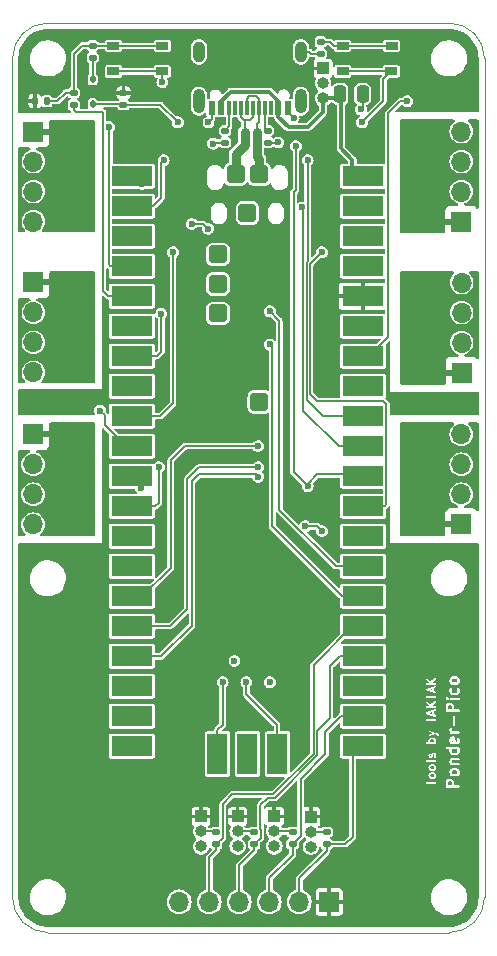
<source format=gbr>
%TF.GenerationSoftware,KiCad,Pcbnew,7.0.7*%
%TF.CreationDate,2024-10-30T16:50:20+00:00*%
%TF.ProjectId,Ponder-Pico2,506f6e64-6572-42d5-9069-636f322e6b69,1.0*%
%TF.SameCoordinates,Original*%
%TF.FileFunction,Copper,L1,Top*%
%TF.FilePolarity,Positive*%
%FSLAX46Y46*%
G04 Gerber Fmt 4.6, Leading zero omitted, Abs format (unit mm)*
G04 Created by KiCad (PCBNEW 7.0.7) date 2024-10-30 16:50:20*
%MOMM*%
%LPD*%
G01*
G04 APERTURE LIST*
G04 Aperture macros list*
%AMRoundRect*
0 Rectangle with rounded corners*
0 $1 Rounding radius*
0 $2 $3 $4 $5 $6 $7 $8 $9 X,Y pos of 4 corners*
0 Add a 4 corners polygon primitive as box body*
4,1,4,$2,$3,$4,$5,$6,$7,$8,$9,$2,$3,0*
0 Add four circle primitives for the rounded corners*
1,1,$1+$1,$2,$3*
1,1,$1+$1,$4,$5*
1,1,$1+$1,$6,$7*
1,1,$1+$1,$8,$9*
0 Add four rect primitives between the rounded corners*
20,1,$1+$1,$2,$3,$4,$5,0*
20,1,$1+$1,$4,$5,$6,$7,0*
20,1,$1+$1,$6,$7,$8,$9,0*
20,1,$1+$1,$8,$9,$2,$3,0*%
G04 Aperture macros list end*
%ADD10C,0.200000*%
%ADD11C,0.150000*%
%TA.AperFunction,SMDPad,CuDef*%
%ADD12R,0.600000X1.150000*%
%TD*%
%TA.AperFunction,SMDPad,CuDef*%
%ADD13R,0.300000X1.150000*%
%TD*%
%TA.AperFunction,ComponentPad*%
%ADD14O,1.000000X2.100000*%
%TD*%
%TA.AperFunction,ComponentPad*%
%ADD15O,1.000000X1.800000*%
%TD*%
%TA.AperFunction,SMDPad,CuDef*%
%ADD16RoundRect,0.135000X-0.185000X0.135000X-0.185000X-0.135000X0.185000X-0.135000X0.185000X0.135000X0*%
%TD*%
%TA.AperFunction,SMDPad,CuDef*%
%ADD17RoundRect,0.135000X0.185000X-0.135000X0.185000X0.135000X-0.185000X0.135000X-0.185000X-0.135000X0*%
%TD*%
%TA.AperFunction,SMDPad,CuDef*%
%ADD18RoundRect,0.112500X-0.112500X0.187500X-0.112500X-0.187500X0.112500X-0.187500X0.112500X0.187500X0*%
%TD*%
%TA.AperFunction,SMDPad,CuDef*%
%ADD19RoundRect,0.250000X-0.250000X-0.475000X0.250000X-0.475000X0.250000X0.475000X-0.250000X0.475000X0*%
%TD*%
%TA.AperFunction,SMDPad,CuDef*%
%ADD20R,3.500000X1.700000*%
%TD*%
%TA.AperFunction,SMDPad,CuDef*%
%ADD21R,1.700000X3.500000*%
%TD*%
%TA.AperFunction,ComponentPad*%
%ADD22RoundRect,0.400000X-0.400000X-0.400000X0.400000X-0.400000X0.400000X0.400000X-0.400000X0.400000X0*%
%TD*%
%TA.AperFunction,SMDPad,CuDef*%
%ADD23RoundRect,0.135000X-0.135000X-0.185000X0.135000X-0.185000X0.135000X0.185000X-0.135000X0.185000X0*%
%TD*%
%TA.AperFunction,SMDPad,CuDef*%
%ADD24R,1.050000X0.650000*%
%TD*%
%TA.AperFunction,ComponentPad*%
%ADD25R,1.000000X1.000000*%
%TD*%
%TA.AperFunction,ComponentPad*%
%ADD26O,1.000000X1.000000*%
%TD*%
%TA.AperFunction,ComponentPad*%
%ADD27R,1.700000X1.700000*%
%TD*%
%TA.AperFunction,ComponentPad*%
%ADD28O,1.700000X1.700000*%
%TD*%
%TA.AperFunction,ViaPad*%
%ADD29C,0.600000*%
%TD*%
%TA.AperFunction,Conductor*%
%ADD30C,0.300000*%
%TD*%
%TA.AperFunction,Conductor*%
%ADD31C,0.150000*%
%TD*%
%TA.AperFunction,Conductor*%
%ADD32C,0.200000*%
%TD*%
%TA.AperFunction,Conductor*%
%ADD33C,0.800000*%
%TD*%
%TA.AperFunction,Profile*%
%ADD34C,0.100000*%
%TD*%
G04 APERTURE END LIST*
D10*
G36*
X157736554Y-137188703D02*
G01*
X157761223Y-137213371D01*
X157791028Y-137272980D01*
X157791028Y-137530326D01*
X157467219Y-137530326D01*
X157467219Y-137272981D01*
X157497024Y-137213371D01*
X157521692Y-137188702D01*
X157581302Y-137158898D01*
X157676945Y-137158898D01*
X157736554Y-137188703D01*
G37*
G36*
X158212746Y-136283942D02*
G01*
X158237414Y-136308609D01*
X158267219Y-136368219D01*
X158267219Y-136463861D01*
X158237414Y-136523471D01*
X158212746Y-136548138D01*
X158153135Y-136577945D01*
X157914635Y-136577945D01*
X157855025Y-136548140D01*
X157830357Y-136523471D01*
X157800552Y-136463861D01*
X157800552Y-136368219D01*
X157830357Y-136308609D01*
X157855025Y-136283940D01*
X157914635Y-136254136D01*
X158153135Y-136254136D01*
X158212746Y-136283942D01*
G37*
G36*
X158267219Y-134511076D02*
G01*
X158267219Y-134654338D01*
X158237414Y-134713947D01*
X158212746Y-134738614D01*
X158153135Y-134768421D01*
X157914635Y-134768421D01*
X157855025Y-134738616D01*
X157830357Y-134713947D01*
X157800552Y-134654337D01*
X157800552Y-134511076D01*
X157809975Y-134492231D01*
X158257796Y-134492231D01*
X158267219Y-134511076D01*
G37*
G36*
X157911905Y-133863659D02*
G01*
X157867016Y-133863659D01*
X157822707Y-133841504D01*
X157800552Y-133797194D01*
X157800552Y-133653933D01*
X157822707Y-133609623D01*
X157857607Y-133592173D01*
X157911905Y-133863659D01*
G37*
G36*
X157736554Y-130760131D02*
G01*
X157761223Y-130784799D01*
X157791028Y-130844408D01*
X157791028Y-131101754D01*
X157467219Y-131101754D01*
X157467219Y-130844409D01*
X157497024Y-130784799D01*
X157521692Y-130760130D01*
X157581302Y-130730326D01*
X157676945Y-130730326D01*
X157736554Y-130760131D01*
G37*
G36*
X158212746Y-128522037D02*
G01*
X158237414Y-128546704D01*
X158267219Y-128606314D01*
X158267219Y-128701956D01*
X158237414Y-128761566D01*
X158212746Y-128786233D01*
X158153135Y-128816040D01*
X157914635Y-128816040D01*
X157855025Y-128786235D01*
X157830357Y-128761566D01*
X157800552Y-128701956D01*
X157800552Y-128606314D01*
X157830357Y-128546704D01*
X157855025Y-128522035D01*
X157914635Y-128492231D01*
X158153135Y-128492231D01*
X158212746Y-128522037D01*
G37*
G36*
X158610076Y-137873183D02*
G01*
X157124362Y-137873183D01*
X157124362Y-137630326D01*
X157267219Y-137630326D01*
X157272113Y-137645388D01*
X157272113Y-137661228D01*
X157281422Y-137674041D01*
X157286317Y-137689105D01*
X157299130Y-137698414D01*
X157308440Y-137711228D01*
X157323503Y-137716122D01*
X157336317Y-137725432D01*
X157352156Y-137725432D01*
X157367219Y-137730326D01*
X158367219Y-137730326D01*
X158425998Y-137711228D01*
X158462325Y-137661228D01*
X158462325Y-137599424D01*
X158425998Y-137549424D01*
X158367219Y-137530326D01*
X157991028Y-137530326D01*
X157991028Y-137249374D01*
X157983904Y-137227450D01*
X157980471Y-137204652D01*
X157932852Y-137109415D01*
X157921477Y-137097866D01*
X157914119Y-137083425D01*
X157866501Y-137035806D01*
X157852058Y-137028447D01*
X157840511Y-137017074D01*
X157745273Y-136969455D01*
X157722475Y-136966021D01*
X157700552Y-136958898D01*
X157557695Y-136958898D01*
X157535771Y-136966021D01*
X157512973Y-136969455D01*
X157417736Y-137017074D01*
X157406187Y-137028448D01*
X157391746Y-137035807D01*
X157344127Y-137083425D01*
X157336768Y-137097867D01*
X157325395Y-137109415D01*
X157277776Y-137204653D01*
X157274342Y-137227450D01*
X157267219Y-137249374D01*
X157267219Y-137630326D01*
X157124362Y-137630326D01*
X157124362Y-136487469D01*
X157600552Y-136487469D01*
X157607675Y-136509392D01*
X157611109Y-136532190D01*
X157658728Y-136627428D01*
X157670101Y-136638975D01*
X157677460Y-136653418D01*
X157725079Y-136701036D01*
X157739520Y-136708394D01*
X157751069Y-136719769D01*
X157846306Y-136767388D01*
X157869104Y-136770821D01*
X157891028Y-136777945D01*
X158176742Y-136777945D01*
X158198665Y-136770821D01*
X158221463Y-136767388D01*
X158316701Y-136719769D01*
X158328248Y-136708395D01*
X158342690Y-136701037D01*
X158390310Y-136653419D01*
X158397669Y-136638975D01*
X158409043Y-136627428D01*
X158456662Y-136532191D01*
X158460095Y-136509392D01*
X158467219Y-136487469D01*
X158467219Y-136344612D01*
X158460095Y-136322688D01*
X158456662Y-136299890D01*
X158409043Y-136204653D01*
X158397669Y-136193105D01*
X158390310Y-136178662D01*
X158342690Y-136131044D01*
X158328248Y-136123685D01*
X158316701Y-136112312D01*
X158221463Y-136064693D01*
X158198665Y-136061259D01*
X158176742Y-136054136D01*
X157891028Y-136054136D01*
X157869104Y-136061259D01*
X157846306Y-136064693D01*
X157751069Y-136112312D01*
X157739520Y-136123686D01*
X157725079Y-136131045D01*
X157677460Y-136178663D01*
X157670101Y-136193105D01*
X157658728Y-136204653D01*
X157611109Y-136299891D01*
X157607675Y-136322688D01*
X157600552Y-136344612D01*
X157600552Y-136487469D01*
X157124362Y-136487469D01*
X157124362Y-135582707D01*
X157600552Y-135582707D01*
X157607675Y-135604630D01*
X157611109Y-135627428D01*
X157628713Y-135662636D01*
X157605446Y-135694662D01*
X157605446Y-135756466D01*
X157641773Y-135806466D01*
X157700552Y-135825564D01*
X158367219Y-135825564D01*
X158425998Y-135806466D01*
X158462325Y-135756466D01*
X158462325Y-135694662D01*
X158425998Y-135644662D01*
X158367219Y-135625564D01*
X157837212Y-135625564D01*
X157830357Y-135618709D01*
X157800552Y-135559099D01*
X157800552Y-135463457D01*
X157822707Y-135419147D01*
X157867016Y-135396993D01*
X158367219Y-135396993D01*
X158425998Y-135377895D01*
X158462325Y-135327895D01*
X158462325Y-135266091D01*
X158425998Y-135216091D01*
X158367219Y-135196993D01*
X157843409Y-135196993D01*
X157821485Y-135204116D01*
X157798687Y-135207550D01*
X157703450Y-135255169D01*
X157702883Y-135255727D01*
X157702097Y-135255858D01*
X157680919Y-135277360D01*
X157659417Y-135298538D01*
X157659286Y-135299324D01*
X157658728Y-135299891D01*
X157611109Y-135395129D01*
X157607675Y-135417926D01*
X157600552Y-135439850D01*
X157600552Y-135582707D01*
X157124362Y-135582707D01*
X157124362Y-134423133D01*
X157272113Y-134423133D01*
X157308440Y-134473133D01*
X157367219Y-134492231D01*
X157600552Y-134492231D01*
X157600552Y-134677945D01*
X157607675Y-134699868D01*
X157611109Y-134722666D01*
X157658728Y-134817904D01*
X157670101Y-134829451D01*
X157677460Y-134843894D01*
X157725079Y-134891512D01*
X157739520Y-134898870D01*
X157751069Y-134910245D01*
X157846306Y-134957864D01*
X157869104Y-134961297D01*
X157891028Y-134968421D01*
X158176742Y-134968421D01*
X158198665Y-134961297D01*
X158221463Y-134957864D01*
X158316701Y-134910245D01*
X158328248Y-134898871D01*
X158342690Y-134891513D01*
X158390310Y-134843895D01*
X158397669Y-134829451D01*
X158409043Y-134817904D01*
X158456662Y-134722667D01*
X158460095Y-134699868D01*
X158467219Y-134677945D01*
X158467219Y-134487469D01*
X158460095Y-134465545D01*
X158456662Y-134442747D01*
X158453161Y-134435745D01*
X158462325Y-134423133D01*
X158462325Y-134361329D01*
X158425998Y-134311329D01*
X158367219Y-134292231D01*
X157367219Y-134292231D01*
X157308440Y-134311329D01*
X157272113Y-134361329D01*
X157272113Y-134423133D01*
X157124362Y-134423133D01*
X157124362Y-133820802D01*
X157600552Y-133820802D01*
X157607675Y-133842725D01*
X157611109Y-133865523D01*
X157658728Y-133960761D01*
X157659286Y-133961327D01*
X157659417Y-133962114D01*
X157680919Y-133983291D01*
X157702097Y-134004794D01*
X157702883Y-134004924D01*
X157703450Y-134005483D01*
X157798687Y-134053102D01*
X157821485Y-134056535D01*
X157843409Y-134063659D01*
X158224361Y-134063659D01*
X158246284Y-134056535D01*
X158269082Y-134053102D01*
X158364321Y-134005483D01*
X158364887Y-134004924D01*
X158365674Y-134004794D01*
X158386835Y-133983308D01*
X158408354Y-133962115D01*
X158408484Y-133961327D01*
X158409043Y-133960761D01*
X158456662Y-133865524D01*
X158460095Y-133842725D01*
X158467219Y-133820802D01*
X158467219Y-133630326D01*
X158460095Y-133608402D01*
X158456662Y-133585604D01*
X158409043Y-133490367D01*
X158365674Y-133446334D01*
X158304707Y-133436203D01*
X158249428Y-133463842D01*
X158220952Y-133518695D01*
X158230157Y-133579809D01*
X158267219Y-133653933D01*
X158267219Y-133797194D01*
X158245064Y-133841504D01*
X158200754Y-133863659D01*
X158115865Y-133863659D01*
X158036705Y-133467857D01*
X158033753Y-133462598D01*
X158033753Y-133456567D01*
X158018855Y-133436061D01*
X158006450Y-133413965D01*
X158000970Y-133411446D01*
X157997426Y-133406567D01*
X157973322Y-133398735D01*
X157950297Y-133388150D01*
X157944383Y-133389332D01*
X157938647Y-133387469D01*
X157843409Y-133387469D01*
X157821485Y-133394592D01*
X157798687Y-133398026D01*
X157703450Y-133445645D01*
X157702883Y-133446203D01*
X157702097Y-133446334D01*
X157680919Y-133467836D01*
X157659417Y-133489014D01*
X157659286Y-133489800D01*
X157658728Y-133490367D01*
X157611109Y-133585605D01*
X157607675Y-133608402D01*
X157600552Y-133630326D01*
X157600552Y-133820802D01*
X157124362Y-133820802D01*
X157124362Y-132868421D01*
X157600552Y-132868421D01*
X157607675Y-132890344D01*
X157611109Y-132913142D01*
X157643289Y-132977502D01*
X157641773Y-132977995D01*
X157605446Y-133027995D01*
X157605446Y-133089799D01*
X157641773Y-133139799D01*
X157700552Y-133158897D01*
X158367219Y-133158897D01*
X158425998Y-133139799D01*
X158462325Y-133089799D01*
X158462325Y-133027995D01*
X158425998Y-132977995D01*
X158367219Y-132958897D01*
X157914635Y-132958897D01*
X157855025Y-132929092D01*
X157830357Y-132904423D01*
X157800552Y-132844813D01*
X157800552Y-132773183D01*
X157781454Y-132714404D01*
X157731454Y-132678077D01*
X157669650Y-132678077D01*
X157619650Y-132714404D01*
X157600552Y-132773183D01*
X157600552Y-132868421D01*
X157124362Y-132868421D01*
X157124362Y-132439849D01*
X157886266Y-132439849D01*
X157905364Y-132498628D01*
X157955364Y-132534955D01*
X158017168Y-132534955D01*
X158067168Y-132498628D01*
X158086266Y-132439849D01*
X158086266Y-131677945D01*
X158067168Y-131619166D01*
X158017168Y-131582839D01*
X157955364Y-131582839D01*
X157905364Y-131619166D01*
X157886266Y-131677945D01*
X157886266Y-132439849D01*
X157124362Y-132439849D01*
X157124362Y-131201754D01*
X157267219Y-131201754D01*
X157272113Y-131216816D01*
X157272113Y-131232656D01*
X157281422Y-131245469D01*
X157286317Y-131260533D01*
X157299130Y-131269842D01*
X157308440Y-131282656D01*
X157323503Y-131287550D01*
X157336317Y-131296860D01*
X157352156Y-131296860D01*
X157367219Y-131301754D01*
X158367219Y-131301754D01*
X158425998Y-131282656D01*
X158462325Y-131232656D01*
X158462325Y-131170852D01*
X158425998Y-131120852D01*
X158367219Y-131101754D01*
X157991028Y-131101754D01*
X157991028Y-130820802D01*
X157983904Y-130798878D01*
X157980471Y-130776080D01*
X157932852Y-130680843D01*
X157921477Y-130669294D01*
X157914119Y-130654853D01*
X157866501Y-130607234D01*
X157852058Y-130599875D01*
X157840511Y-130588502D01*
X157745273Y-130540883D01*
X157722475Y-130537449D01*
X157700552Y-130530326D01*
X157557695Y-130530326D01*
X157535771Y-130537449D01*
X157512973Y-130540883D01*
X157417736Y-130588502D01*
X157406187Y-130599876D01*
X157391746Y-130607235D01*
X157344127Y-130654853D01*
X157336768Y-130669295D01*
X157325395Y-130680843D01*
X157277776Y-130776081D01*
X157274342Y-130798878D01*
X157267219Y-130820802D01*
X157267219Y-131201754D01*
X157124362Y-131201754D01*
X157124362Y-130217397D01*
X157268450Y-130217397D01*
X157272113Y-130224586D01*
X157272113Y-130232656D01*
X157276855Y-130239183D01*
X157278118Y-130247153D01*
X157289317Y-130258352D01*
X157296508Y-130272465D01*
X157344127Y-130320083D01*
X157358238Y-130327273D01*
X157369439Y-130338474D01*
X157385082Y-130340951D01*
X157399194Y-130348142D01*
X157414837Y-130345664D01*
X157430481Y-130348142D01*
X157444593Y-130340951D01*
X157460237Y-130338474D01*
X157471436Y-130327274D01*
X157485549Y-130320084D01*
X157533167Y-130272465D01*
X157540357Y-130258353D01*
X157551558Y-130247153D01*
X157552820Y-130239184D01*
X157557563Y-130232656D01*
X157605446Y-130232656D01*
X157641773Y-130282656D01*
X157700552Y-130301754D01*
X158367219Y-130301754D01*
X158425998Y-130282656D01*
X158462325Y-130232656D01*
X158462325Y-130170852D01*
X158425998Y-130120852D01*
X158367219Y-130101754D01*
X157700552Y-130101754D01*
X157641773Y-130120852D01*
X157605446Y-130170852D01*
X157605446Y-130232656D01*
X157557563Y-130232656D01*
X157557563Y-130224586D01*
X157561226Y-130217398D01*
X157558748Y-130201754D01*
X157561226Y-130186110D01*
X157557563Y-130178921D01*
X157557563Y-130170852D01*
X157552820Y-130164323D01*
X157551558Y-130156355D01*
X157540357Y-130145154D01*
X157533167Y-130131043D01*
X157485549Y-130083424D01*
X157471436Y-130076233D01*
X157460237Y-130065034D01*
X157444593Y-130062556D01*
X157430481Y-130055366D01*
X157414837Y-130057843D01*
X157399194Y-130055366D01*
X157385082Y-130062556D01*
X157369439Y-130065034D01*
X157358238Y-130076234D01*
X157344127Y-130083425D01*
X157296508Y-130131043D01*
X157289317Y-130145155D01*
X157278118Y-130156355D01*
X157276855Y-130164324D01*
X157272113Y-130170852D01*
X157272113Y-130178921D01*
X157268450Y-130186111D01*
X157270927Y-130201754D01*
X157268450Y-130217397D01*
X157124362Y-130217397D01*
X157124362Y-129582707D01*
X157600552Y-129582707D01*
X157607675Y-129604630D01*
X157611109Y-129627428D01*
X157658728Y-129722666D01*
X157670101Y-129734213D01*
X157677460Y-129748656D01*
X157725079Y-129796274D01*
X157739520Y-129803632D01*
X157751069Y-129815007D01*
X157846306Y-129862626D01*
X157869104Y-129866059D01*
X157891028Y-129873183D01*
X158176742Y-129873183D01*
X158198665Y-129866059D01*
X158221463Y-129862626D01*
X158316701Y-129815007D01*
X158328248Y-129803633D01*
X158342690Y-129796275D01*
X158390310Y-129748657D01*
X158397669Y-129734213D01*
X158409043Y-129722666D01*
X158456662Y-129627429D01*
X158460095Y-129604630D01*
X158467219Y-129582707D01*
X158467219Y-129392231D01*
X158460095Y-129370307D01*
X158456662Y-129347509D01*
X158409043Y-129252272D01*
X158365674Y-129208239D01*
X158304707Y-129198108D01*
X158249428Y-129225747D01*
X158220952Y-129280600D01*
X158230157Y-129341714D01*
X158267219Y-129415838D01*
X158267219Y-129559099D01*
X158237414Y-129618709D01*
X158212746Y-129643376D01*
X158153135Y-129673183D01*
X157914635Y-129673183D01*
X157855025Y-129643378D01*
X157830357Y-129618709D01*
X157800552Y-129559099D01*
X157800552Y-129415838D01*
X157837614Y-129341715D01*
X157846819Y-129280600D01*
X157818343Y-129225748D01*
X157763064Y-129198108D01*
X157702097Y-129208239D01*
X157658728Y-129252272D01*
X157611109Y-129347510D01*
X157607675Y-129370307D01*
X157600552Y-129392231D01*
X157600552Y-129582707D01*
X157124362Y-129582707D01*
X157124362Y-128725564D01*
X157600552Y-128725564D01*
X157607675Y-128747487D01*
X157611109Y-128770285D01*
X157658728Y-128865523D01*
X157670101Y-128877070D01*
X157677460Y-128891513D01*
X157725079Y-128939131D01*
X157739520Y-128946489D01*
X157751069Y-128957864D01*
X157846306Y-129005483D01*
X157869104Y-129008916D01*
X157891028Y-129016040D01*
X158176742Y-129016040D01*
X158198665Y-129008916D01*
X158221463Y-129005483D01*
X158316701Y-128957864D01*
X158328248Y-128946490D01*
X158342690Y-128939132D01*
X158390310Y-128891514D01*
X158397669Y-128877070D01*
X158409043Y-128865523D01*
X158456662Y-128770286D01*
X158460095Y-128747487D01*
X158467219Y-128725564D01*
X158467219Y-128582707D01*
X158460095Y-128560783D01*
X158456662Y-128537985D01*
X158409043Y-128442748D01*
X158397669Y-128431200D01*
X158390310Y-128416757D01*
X158342690Y-128369139D01*
X158328248Y-128361780D01*
X158316701Y-128350407D01*
X158221463Y-128302788D01*
X158198665Y-128299354D01*
X158176742Y-128292231D01*
X157891028Y-128292231D01*
X157869104Y-128299354D01*
X157846306Y-128302788D01*
X157751069Y-128350407D01*
X157739520Y-128361781D01*
X157725079Y-128369140D01*
X157677460Y-128416758D01*
X157670101Y-128431200D01*
X157658728Y-128442748D01*
X157611109Y-128537986D01*
X157607675Y-128560783D01*
X157600552Y-128582707D01*
X157600552Y-128725564D01*
X157124362Y-128725564D01*
X157124362Y-128149374D01*
X158610076Y-128149374D01*
X158610076Y-137873183D01*
G37*
D11*
G36*
X156284557Y-136591525D02*
G01*
X156303061Y-136610028D01*
X156325414Y-136654733D01*
X156325414Y-136726467D01*
X156303061Y-136771173D01*
X156284558Y-136789675D01*
X156239852Y-136812029D01*
X156060976Y-136812029D01*
X156016268Y-136789675D01*
X155997766Y-136771173D01*
X155975414Y-136726467D01*
X155975414Y-136654734D01*
X155997767Y-136610027D01*
X156016269Y-136591525D01*
X156060976Y-136569172D01*
X156239851Y-136569172D01*
X156284557Y-136591525D01*
G37*
G36*
X156284557Y-135912954D02*
G01*
X156303061Y-135931457D01*
X156325414Y-135976163D01*
X156325414Y-136047896D01*
X156303061Y-136092602D01*
X156284558Y-136111104D01*
X156239852Y-136133458D01*
X156060976Y-136133458D01*
X156016268Y-136111104D01*
X155997766Y-136092602D01*
X155975414Y-136047896D01*
X155975414Y-135976163D01*
X155997767Y-135931456D01*
X156016269Y-135912954D01*
X156060976Y-135890601D01*
X156239851Y-135890601D01*
X156284557Y-135912954D01*
G37*
G36*
X156284557Y-133662954D02*
G01*
X156303061Y-133681457D01*
X156325414Y-133726163D01*
X156325414Y-133833611D01*
X156318348Y-133847744D01*
X155982480Y-133847744D01*
X155975414Y-133833610D01*
X155975414Y-133726163D01*
X155997766Y-133681457D01*
X156016269Y-133662954D01*
X156060976Y-133640601D01*
X156239851Y-133640601D01*
X156284557Y-133662954D01*
G37*
G36*
X156111128Y-131461543D02*
G01*
X155887584Y-131387029D01*
X156111128Y-131312514D01*
X156111128Y-131461543D01*
G37*
G36*
X156111128Y-129497257D02*
G01*
X155887583Y-129422743D01*
X156111128Y-129348228D01*
X156111128Y-129497257D01*
G37*
G36*
X156832066Y-137710891D02*
G01*
X155468271Y-137710891D01*
X155468271Y-137529887D01*
X155575414Y-137529887D01*
X155592961Y-137578096D01*
X155637390Y-137603748D01*
X155687914Y-137594839D01*
X155720891Y-137555539D01*
X155725414Y-137529887D01*
X155725414Y-137390601D01*
X156400414Y-137390601D01*
X156448623Y-137373054D01*
X156474275Y-137328625D01*
X156465366Y-137278101D01*
X156426066Y-137245124D01*
X156400414Y-137240601D01*
X155725414Y-137240601D01*
X155725414Y-137101316D01*
X155707867Y-137053107D01*
X155663438Y-137027455D01*
X155612914Y-137036364D01*
X155579937Y-137075664D01*
X155575414Y-137101316D01*
X155575414Y-137529887D01*
X155468271Y-137529887D01*
X155468271Y-136744172D01*
X155825414Y-136744172D01*
X155826947Y-136748384D01*
X155825905Y-136752746D01*
X155833332Y-136777713D01*
X155869046Y-136849142D01*
X155870235Y-136850267D01*
X155883095Y-136868634D01*
X155918809Y-136904348D01*
X155920290Y-136905039D01*
X155938301Y-136918397D01*
X156009731Y-136954111D01*
X156014183Y-136954623D01*
X156017619Y-136957506D01*
X156043271Y-136962029D01*
X156257557Y-136962029D01*
X156261770Y-136960495D01*
X156266131Y-136961537D01*
X156291098Y-136954111D01*
X156362526Y-136918397D01*
X156363651Y-136917208D01*
X156382017Y-136904349D01*
X156417732Y-136868635D01*
X156418422Y-136867153D01*
X156431782Y-136849142D01*
X156467496Y-136777712D01*
X156468008Y-136773259D01*
X156470891Y-136769824D01*
X156475414Y-136744172D01*
X156475414Y-136637029D01*
X156473880Y-136632815D01*
X156474922Y-136628455D01*
X156467496Y-136603488D01*
X156431782Y-136532060D01*
X156430594Y-136530935D01*
X156417732Y-136512567D01*
X156382017Y-136476853D01*
X156380531Y-136476160D01*
X156362526Y-136462805D01*
X156291099Y-136427090D01*
X156286644Y-136426577D01*
X156283209Y-136423695D01*
X156257557Y-136419172D01*
X156043271Y-136419172D01*
X156039057Y-136420705D01*
X156034696Y-136419664D01*
X156009729Y-136427090D01*
X155938301Y-136462805D01*
X155937175Y-136463994D01*
X155918809Y-136476854D01*
X155883095Y-136512568D01*
X155882404Y-136514049D01*
X155869046Y-136532060D01*
X155833332Y-136603488D01*
X155832819Y-136607941D01*
X155829937Y-136611377D01*
X155825414Y-136637029D01*
X155825414Y-136744172D01*
X155468271Y-136744172D01*
X155468271Y-136065601D01*
X155825414Y-136065601D01*
X155826947Y-136069813D01*
X155825905Y-136074175D01*
X155833332Y-136099142D01*
X155869046Y-136170571D01*
X155870235Y-136171696D01*
X155883095Y-136190063D01*
X155918809Y-136225777D01*
X155920290Y-136226468D01*
X155938301Y-136239826D01*
X156009731Y-136275540D01*
X156014183Y-136276052D01*
X156017619Y-136278935D01*
X156043271Y-136283458D01*
X156257557Y-136283458D01*
X156261770Y-136281924D01*
X156266131Y-136282966D01*
X156291098Y-136275540D01*
X156362526Y-136239826D01*
X156363651Y-136238637D01*
X156382017Y-136225778D01*
X156417732Y-136190064D01*
X156418422Y-136188582D01*
X156431782Y-136170571D01*
X156467496Y-136099141D01*
X156468008Y-136094688D01*
X156470891Y-136091253D01*
X156475414Y-136065601D01*
X156475414Y-135958458D01*
X156473880Y-135954244D01*
X156474922Y-135949884D01*
X156467496Y-135924917D01*
X156431782Y-135853489D01*
X156430594Y-135852364D01*
X156417732Y-135833996D01*
X156382017Y-135798282D01*
X156380531Y-135797589D01*
X156362526Y-135784234D01*
X156291099Y-135748519D01*
X156286644Y-135748006D01*
X156283209Y-135745124D01*
X156257557Y-135740601D01*
X156043271Y-135740601D01*
X156039057Y-135742134D01*
X156034696Y-135741093D01*
X156009729Y-135748519D01*
X155938301Y-135784234D01*
X155937175Y-135785423D01*
X155918809Y-135798283D01*
X155883095Y-135833997D01*
X155882404Y-135835478D01*
X155869046Y-135853489D01*
X155833332Y-135924917D01*
X155832819Y-135929370D01*
X155829937Y-135932806D01*
X155825414Y-135958458D01*
X155825414Y-136065601D01*
X155468271Y-136065601D01*
X155468271Y-135481149D01*
X155576553Y-135481149D01*
X155585462Y-135531673D01*
X155624762Y-135564650D01*
X155650414Y-135569173D01*
X156293271Y-135569173D01*
X156297483Y-135567639D01*
X156301845Y-135568682D01*
X156326812Y-135561255D01*
X156398241Y-135525541D01*
X156405960Y-135517387D01*
X156416265Y-135512921D01*
X156431782Y-135492000D01*
X156467496Y-135420570D01*
X156473361Y-135369604D01*
X156445094Y-135326791D01*
X156395920Y-135312165D01*
X156348849Y-135332568D01*
X156333332Y-135353489D01*
X156308798Y-135402557D01*
X156275566Y-135419173D01*
X155650414Y-135419173D01*
X155602205Y-135436720D01*
X155576553Y-135481149D01*
X155468271Y-135481149D01*
X155468271Y-135029888D01*
X155825414Y-135029888D01*
X155826947Y-135034101D01*
X155825906Y-135038462D01*
X155833332Y-135063429D01*
X155869046Y-135134857D01*
X155877199Y-135142576D01*
X155881666Y-135152881D01*
X155902587Y-135168398D01*
X155974017Y-135204112D01*
X155978469Y-135204624D01*
X155981905Y-135207507D01*
X156007557Y-135212030D01*
X156043271Y-135212030D01*
X156047483Y-135210496D01*
X156051845Y-135211539D01*
X156076812Y-135204112D01*
X156148241Y-135168398D01*
X156155960Y-135160244D01*
X156166265Y-135155778D01*
X156181782Y-135134857D01*
X156217496Y-135063429D01*
X156218008Y-135058975D01*
X156220891Y-135055540D01*
X156225414Y-135029888D01*
X156225414Y-134940449D01*
X156242029Y-134907217D01*
X156275262Y-134890602D01*
X156275566Y-134890602D01*
X156308798Y-134907217D01*
X156325414Y-134940449D01*
X156325414Y-135047897D01*
X156297618Y-135103489D01*
X156291753Y-135154456D01*
X156320019Y-135197269D01*
X156369194Y-135211895D01*
X156416265Y-135191492D01*
X156431782Y-135170571D01*
X156467496Y-135099143D01*
X156468008Y-135094689D01*
X156470891Y-135091254D01*
X156475414Y-135065602D01*
X156475414Y-134922745D01*
X156473880Y-134918532D01*
X156474923Y-134914171D01*
X156467496Y-134889205D01*
X156431782Y-134817775D01*
X156423628Y-134810055D01*
X156419162Y-134799751D01*
X156398241Y-134784234D01*
X156326812Y-134748520D01*
X156322358Y-134748007D01*
X156318923Y-134745125D01*
X156293271Y-134740602D01*
X156257557Y-134740602D01*
X156253344Y-134742135D01*
X156248983Y-134741093D01*
X156224017Y-134748520D01*
X156152587Y-134784234D01*
X156144867Y-134792387D01*
X156134563Y-134796854D01*
X156119046Y-134817775D01*
X156083332Y-134889204D01*
X156082819Y-134893657D01*
X156079937Y-134897093D01*
X156075414Y-134922745D01*
X156075414Y-135012183D01*
X156058798Y-135045414D01*
X156025566Y-135062030D01*
X156025262Y-135062030D01*
X155992029Y-135045414D01*
X155975414Y-135012183D01*
X155975414Y-134940449D01*
X156003210Y-134884856D01*
X156009075Y-134833890D01*
X155980808Y-134791077D01*
X155931634Y-134776451D01*
X155884563Y-134796854D01*
X155869046Y-134817775D01*
X155833332Y-134889204D01*
X155832819Y-134893657D01*
X155829937Y-134897093D01*
X155825414Y-134922745D01*
X155825414Y-135029888D01*
X155468271Y-135029888D01*
X155468271Y-133909720D01*
X155576553Y-133909720D01*
X155585462Y-133960244D01*
X155624762Y-133993221D01*
X155650414Y-133997744D01*
X156400414Y-133997744D01*
X156448623Y-133980197D01*
X156474275Y-133935768D01*
X156465870Y-133888107D01*
X156467496Y-133884857D01*
X156468008Y-133880403D01*
X156470891Y-133876968D01*
X156475414Y-133851316D01*
X156475414Y-133708458D01*
X156473880Y-133704244D01*
X156474922Y-133699884D01*
X156467496Y-133674917D01*
X156431782Y-133603489D01*
X156430594Y-133602364D01*
X156417732Y-133583996D01*
X156382017Y-133548282D01*
X156380531Y-133547589D01*
X156362526Y-133534234D01*
X156291099Y-133498519D01*
X156286644Y-133498006D01*
X156283209Y-133495124D01*
X156257557Y-133490601D01*
X156043271Y-133490601D01*
X156039057Y-133492134D01*
X156034696Y-133491093D01*
X156009729Y-133498519D01*
X155938301Y-133534234D01*
X155937175Y-133535423D01*
X155918809Y-133548283D01*
X155883095Y-133583997D01*
X155882404Y-133585478D01*
X155869046Y-133603489D01*
X155833332Y-133674917D01*
X155832819Y-133679370D01*
X155829937Y-133682806D01*
X155825414Y-133708458D01*
X155825414Y-133847744D01*
X155650414Y-133847744D01*
X155602205Y-133865291D01*
X155576553Y-133909720D01*
X155468271Y-133909720D01*
X155468271Y-133328179D01*
X155826476Y-133328179D01*
X155851859Y-133372763D01*
X155899960Y-133390601D01*
X155925639Y-133386233D01*
X156398910Y-133217206D01*
X156536838Y-133272378D01*
X156553061Y-133288600D01*
X156583332Y-133349143D01*
X156620586Y-133384415D01*
X156671796Y-133387490D01*
X156713002Y-133356927D01*
X156724923Y-133307028D01*
X156717496Y-133282062D01*
X156681782Y-133210632D01*
X156680594Y-133209507D01*
X156667732Y-133191139D01*
X156632017Y-133155425D01*
X156630018Y-133154493D01*
X156628977Y-133152550D01*
X156606839Y-133138823D01*
X156428269Y-133067394D01*
X156427335Y-133067364D01*
X156425639Y-133066399D01*
X155925639Y-132887828D01*
X155874337Y-132888139D01*
X155835236Y-132921352D01*
X155826633Y-132971929D01*
X155852553Y-133016202D01*
X155875189Y-133029090D01*
X156177421Y-133137030D01*
X155875189Y-133244971D01*
X155835690Y-133277711D01*
X155826476Y-133328179D01*
X155468271Y-133328179D01*
X155468271Y-132208458D01*
X155575414Y-132208458D01*
X155592961Y-132256667D01*
X155637390Y-132282319D01*
X155687914Y-132273410D01*
X155720891Y-132234110D01*
X155725414Y-132208458D01*
X155725414Y-132069172D01*
X156400414Y-132069172D01*
X156448623Y-132051625D01*
X156474275Y-132007196D01*
X156465366Y-131956672D01*
X156426066Y-131923695D01*
X156400414Y-131919172D01*
X155725414Y-131919172D01*
X155725414Y-131779887D01*
X155707867Y-131731678D01*
X155663438Y-131706026D01*
X155612914Y-131714935D01*
X155579937Y-131754235D01*
X155575414Y-131779887D01*
X155575414Y-132208458D01*
X155468271Y-132208458D01*
X155468271Y-131398030D01*
X155576225Y-131398030D01*
X155577253Y-131399929D01*
X155576937Y-131402065D01*
X155589355Y-131422278D01*
X155600654Y-131443144D01*
X155602661Y-131443937D01*
X155603792Y-131445777D01*
X155626697Y-131458180D01*
X156376697Y-131708180D01*
X156427980Y-131706779D01*
X156466366Y-131672741D01*
X156473891Y-131621993D01*
X156447036Y-131578280D01*
X156424131Y-131565878D01*
X156261128Y-131511543D01*
X156261128Y-131262514D01*
X156424131Y-131208180D01*
X156464317Y-131176289D01*
X156474603Y-131126028D01*
X156450174Y-131080914D01*
X156402462Y-131062057D01*
X156376697Y-131065878D01*
X155626697Y-131315878D01*
X155625005Y-131317220D01*
X155622847Y-131317279D01*
X155605085Y-131333028D01*
X155586511Y-131347769D01*
X155586078Y-131349882D01*
X155584462Y-131351316D01*
X155580981Y-131374786D01*
X155576225Y-131398030D01*
X155468271Y-131398030D01*
X155468271Y-130874005D01*
X155576553Y-130874005D01*
X155585462Y-130924529D01*
X155624762Y-130957506D01*
X155650414Y-130962029D01*
X156400414Y-130962029D01*
X156448623Y-130944482D01*
X156474275Y-130900053D01*
X156465366Y-130849529D01*
X156426066Y-130816552D01*
X156400414Y-130812029D01*
X156110051Y-130812029D01*
X156086022Y-130788000D01*
X156445414Y-130518458D01*
X156473453Y-130475495D01*
X156467317Y-130424561D01*
X156429875Y-130389487D01*
X156378649Y-130386685D01*
X156355414Y-130398458D01*
X155978879Y-130680857D01*
X155703447Y-130405425D01*
X155656950Y-130383744D01*
X155607396Y-130397021D01*
X155577969Y-130439047D01*
X155582441Y-130490154D01*
X155597381Y-130511491D01*
X155897919Y-130812029D01*
X155650414Y-130812029D01*
X155602205Y-130829576D01*
X155576553Y-130874005D01*
X155468271Y-130874005D01*
X155468271Y-130244172D01*
X155575414Y-130244172D01*
X155592961Y-130292381D01*
X155637390Y-130318033D01*
X155687914Y-130309124D01*
X155720891Y-130269824D01*
X155725414Y-130244172D01*
X155725414Y-130104886D01*
X156400414Y-130104886D01*
X156448623Y-130087339D01*
X156474275Y-130042910D01*
X156465366Y-129992386D01*
X156426066Y-129959409D01*
X156400414Y-129954886D01*
X155725414Y-129954886D01*
X155725414Y-129815601D01*
X155707867Y-129767392D01*
X155663438Y-129741740D01*
X155612914Y-129750649D01*
X155579937Y-129789949D01*
X155575414Y-129815601D01*
X155575414Y-130244172D01*
X155468271Y-130244172D01*
X155468271Y-129433744D01*
X155576225Y-129433744D01*
X155577253Y-129435643D01*
X155576937Y-129437779D01*
X155589355Y-129457992D01*
X155600654Y-129478858D01*
X155602661Y-129479651D01*
X155603792Y-129481491D01*
X155626697Y-129493894D01*
X156376697Y-129743894D01*
X156427980Y-129742493D01*
X156466366Y-129708455D01*
X156473891Y-129657707D01*
X156447036Y-129613994D01*
X156424131Y-129601592D01*
X156261128Y-129547257D01*
X156261128Y-129298228D01*
X156424131Y-129243894D01*
X156464317Y-129212003D01*
X156474603Y-129161742D01*
X156450174Y-129116628D01*
X156402462Y-129097771D01*
X156376697Y-129101592D01*
X155626697Y-129351592D01*
X155625005Y-129352934D01*
X155622847Y-129352993D01*
X155605085Y-129368742D01*
X155586511Y-129383483D01*
X155586078Y-129385596D01*
X155584462Y-129387030D01*
X155580981Y-129410500D01*
X155576225Y-129433744D01*
X155468271Y-129433744D01*
X155468271Y-128909719D01*
X155576553Y-128909719D01*
X155585462Y-128960243D01*
X155624762Y-128993220D01*
X155650414Y-128997743D01*
X156400414Y-128997743D01*
X156448623Y-128980196D01*
X156474275Y-128935767D01*
X156465366Y-128885243D01*
X156426066Y-128852266D01*
X156400414Y-128847743D01*
X156110051Y-128847743D01*
X156086022Y-128823714D01*
X156445414Y-128554172D01*
X156473453Y-128511209D01*
X156467317Y-128460275D01*
X156429875Y-128425201D01*
X156378649Y-128422399D01*
X156355414Y-128434172D01*
X155978879Y-128716571D01*
X155703447Y-128441139D01*
X155656950Y-128419458D01*
X155607396Y-128432735D01*
X155577969Y-128474761D01*
X155582441Y-128525868D01*
X155597381Y-128547205D01*
X155897919Y-128847743D01*
X155650414Y-128847743D01*
X155602205Y-128865290D01*
X155576553Y-128909719D01*
X155468271Y-128909719D01*
X155468271Y-128312315D01*
X156832066Y-128312315D01*
X156832066Y-137710891D01*
G37*
D12*
%TO.P,J1,A1,GND*%
%TO.N,GND*%
X143900000Y-80180000D03*
%TO.P,J1,A4,VBUS*%
%TO.N,VBUS*%
X143100000Y-80180000D03*
D13*
%TO.P,J1,A5,CC1*%
%TO.N,Net-(J1-CC1)*%
X141950000Y-80180000D03*
%TO.P,J1,A6,D+*%
%TO.N,/USB_D+*%
X140950000Y-80180000D03*
%TO.P,J1,A7,D-*%
%TO.N,/USB_D-*%
X140450000Y-80180000D03*
%TO.P,J1,A8,SBU1*%
%TO.N,unconnected-(J1-SBU1-PadA8)*%
X139450000Y-80180000D03*
D12*
%TO.P,J1,A9,VBUS*%
%TO.N,VBUS*%
X138300000Y-80180000D03*
%TO.P,J1,A12,GND*%
%TO.N,GND*%
X137500000Y-80180000D03*
%TO.P,J1,B1,GND*%
X137500000Y-80180000D03*
%TO.P,J1,B4,VBUS*%
%TO.N,VBUS*%
X138300000Y-80180000D03*
D13*
%TO.P,J1,B5,CC2*%
%TO.N,Net-(J1-CC2)*%
X138950000Y-80180000D03*
%TO.P,J1,B6,D+*%
%TO.N,/USB_D+*%
X139950000Y-80180000D03*
%TO.P,J1,B7,D-*%
%TO.N,/USB_D-*%
X141450000Y-80180000D03*
%TO.P,J1,B8,SBU2*%
%TO.N,unconnected-(J1-SBU2-PadB8)*%
X142450000Y-80180000D03*
D12*
%TO.P,J1,B9,VBUS*%
%TO.N,VBUS*%
X143100000Y-80180000D03*
%TO.P,J1,B12,GND*%
%TO.N,GND*%
X143900000Y-80180000D03*
D14*
%TO.P,J1,S1,SHIELD*%
X145020000Y-79605000D03*
D15*
X145020000Y-75425000D03*
D14*
X136380000Y-79605000D03*
D15*
X136380000Y-75425000D03*
%TD*%
D16*
%TO.P,R4,1*%
%TO.N,Net-(R4-Pad1)*%
X146700000Y-74590000D03*
%TO.P,R4,2*%
%TO.N,GND*%
X146700000Y-75610000D03*
%TD*%
%TO.P,R47,1*%
%TO.N,Net-(J12-Pin_2)*%
X147215000Y-141490000D03*
%TO.P,R47,2*%
%TO.N,/RP_SPI0-MISO_I2C0-SDA*%
X147215000Y-142510000D03*
%TD*%
D17*
%TO.P,R2,1*%
%TO.N,GND*%
X138600000Y-83110000D03*
%TO.P,R2,2*%
%TO.N,Net-(J1-CC2)*%
X138600000Y-82090000D03*
%TD*%
D18*
%TO.P,D10,1,K*%
%TO.N,Net-(D10-K)*%
X127400000Y-77750000D03*
%TO.P,D10,2,A*%
%TO.N,/BOOTSEL*%
X127400000Y-79850000D03*
%TD*%
D16*
%TO.P,R45,1*%
%TO.N,Net-(J15-Pin_2)*%
X137865000Y-141490000D03*
%TO.P,R45,2*%
%TO.N,/RP_SPI0-MOSI_I2C1-SCL*%
X137865000Y-142510000D03*
%TD*%
D17*
%TO.P,R1,1*%
%TO.N,GND*%
X142200000Y-83110000D03*
%TO.P,R1,2*%
%TO.N,Net-(J1-CC1)*%
X142200000Y-82090000D03*
%TD*%
D19*
%TO.P,C13,1*%
%TO.N,VBUS*%
X148350000Y-79000000D03*
%TO.P,C13,2*%
%TO.N,GND*%
X150250000Y-79000000D03*
%TD*%
D20*
%TO.P,U1,1,GP0*%
%TO.N,/RP_UART0_TX*%
X130710000Y-85950000D03*
%TO.P,U1,2,GP1*%
%TO.N,/RP_UART0_RX*%
X130710000Y-88490000D03*
%TO.P,U1,3,GND*%
%TO.N,GND*%
X130710000Y-91030000D03*
%TO.P,U1,4,GP2*%
%TO.N,/RP_UART0_LED*%
X130710000Y-93570000D03*
%TO.P,U1,5,GP3*%
%TO.N,/USR_SW*%
X130710000Y-96110000D03*
%TO.P,U1,6,GP4*%
%TO.N,/RP_UART1_TX*%
X130710000Y-98650000D03*
%TO.P,U1,7,GP5*%
%TO.N,/RP_UART1_RX*%
X130710000Y-101190000D03*
%TO.P,U1,8,GND*%
%TO.N,GND*%
X130710000Y-103730000D03*
%TO.P,U1,9,GP6*%
%TO.N,/RP_UART1_LED*%
X130710000Y-106270000D03*
%TO.P,U1,10,GP7*%
%TO.N,/RP_UART2_LED*%
X130710000Y-108810000D03*
%TO.P,U1,11,GP8*%
%TO.N,/RP_UART2_TX*%
X130710000Y-111350000D03*
%TO.P,U1,12,GP9*%
%TO.N,/RP_UART2_RX*%
X130710000Y-113890000D03*
%TO.P,U1,13,GND*%
%TO.N,GND*%
X130710000Y-116430000D03*
%TO.P,U1,14,GP10*%
%TO.N,unconnected-(U1-GP10-Pad14)*%
X130710000Y-118970000D03*
%TO.P,U1,15,GP11*%
%TO.N,/RP_UART3_LED*%
X130710000Y-121510000D03*
%TO.P,U1,16,GP12*%
%TO.N,/RP_UART3_TX*%
X130710000Y-124050000D03*
%TO.P,U1,17,GP13*%
%TO.N,/RP_UART3_RX*%
X130710000Y-126590000D03*
%TO.P,U1,18,GND*%
%TO.N,GND*%
X130710000Y-129130000D03*
%TO.P,U1,19,GP14*%
%TO.N,unconnected-(U1-GP14-Pad19)*%
X130710000Y-131670000D03*
%TO.P,U1,20,GP15*%
%TO.N,unconnected-(U1-GP15-Pad20)*%
X130710000Y-134210000D03*
%TO.P,U1,21,GP16*%
%TO.N,/RP_SPI0-MISO_I2C0-SDA*%
X150290000Y-134210000D03*
%TO.P,U1,22,GP17*%
%TO.N,/RP_SPI0-CSn_I2C0-SCL*%
X150290000Y-131670000D03*
%TO.P,U1,23,GND*%
%TO.N,GND*%
X150290000Y-129130000D03*
%TO.P,U1,24,GP18*%
%TO.N,/RP_SPI0-SCK_I2C1-SDA*%
X150290000Y-126590000D03*
%TO.P,U1,25,GP19*%
%TO.N,/RP_SPI0-MOSI_I2C1-SCL*%
X150290000Y-124050000D03*
%TO.P,U1,26,GP20*%
%TO.N,/RP_UART4_RX*%
X150290000Y-121510000D03*
%TO.P,U1,27,GP21*%
%TO.N,/RP_UART4_TX*%
X150290000Y-118970000D03*
%TO.P,U1,28,GND*%
%TO.N,GND*%
X150290000Y-116430000D03*
%TO.P,U1,29,GP22*%
%TO.N,/RP_UART4_LED*%
X150290000Y-113890000D03*
%TO.P,U1,30,RUN*%
%TO.N,/RUN*%
X150290000Y-111350000D03*
%TO.P,U1,31,GP26*%
%TO.N,/RP_UART5_RX*%
X150290000Y-108810000D03*
%TO.P,U1,32,GP27*%
%TO.N,/RP_UART5_TX*%
X150290000Y-106270000D03*
%TO.P,U1,33,GND*%
%TO.N,GND*%
X150290000Y-103730000D03*
%TO.P,U1,34,GP28*%
%TO.N,/RP_UART5_LED*%
X150290000Y-101190000D03*
%TO.P,U1,35,ADC_VREF*%
%TO.N,unconnected-(U1-ADC_VREF-Pad35)*%
X150290000Y-98650000D03*
%TO.P,U1,36,3V3(OUT)*%
%TO.N,+3V3*%
X150290000Y-96110000D03*
%TO.P,U1,37,3V3_EN*%
%TO.N,unconnected-(U1-3V3_EN-Pad37)*%
X150290000Y-93570000D03*
%TO.P,U1,38,GND*%
%TO.N,GND*%
X150290000Y-91030000D03*
%TO.P,U1,39,VSYS*%
%TO.N,unconnected-(U1-VSYS-Pad39)*%
X150290000Y-88490000D03*
%TO.P,U1,40,VBUS*%
%TO.N,VBUS*%
X150290000Y-85950000D03*
D21*
%TO.P,U1,41,SWCLK*%
%TO.N,/SWCLK*%
X137960000Y-134880000D03*
%TO.P,U1,42,GND*%
%TO.N,GND*%
X140500000Y-134880000D03*
%TO.P,U1,43,SWDIO*%
%TO.N,/SWD*%
X143040000Y-134880000D03*
D22*
%TO.P,U1,44,GND*%
%TO.N,GND*%
X140500000Y-89080000D03*
%TO.P,U1,45,USB_DM*%
%TO.N,/USB_D-*%
X141500000Y-85780000D03*
%TO.P,U1,46,USB_DP*%
%TO.N,/USB_D+*%
X139500000Y-85780000D03*
%TO.P,U1,47,SMPS_PS_(TEST)*%
%TO.N,unconnected-(U1-SMPS_PS_(TEST)-Pad47)*%
X138000000Y-92580000D03*
%TO.P,U1,48,GPIO25/LED*%
%TO.N,/RP_PWR_LED*%
X138000000Y-95080000D03*
%TO.P,U1,49,BOOTSEL*%
%TO.N,/BOOTSEL*%
X138000000Y-97580000D03*
%TO.P,U1,50,1V1_(TEST)*%
%TO.N,unconnected-(U1-1V1_(TEST)-Pad50)*%
X141500000Y-105080000D03*
%TD*%
D17*
%TO.P,R44,1*%
%TO.N,/USR_SW*%
X125800000Y-79910000D03*
%TO.P,R44,2*%
%TO.N,Net-(R43-Pad2)*%
X125800000Y-78890000D03*
%TD*%
D23*
%TO.P,R43,1*%
%TO.N,+3V3*%
X122490000Y-79600000D03*
%TO.P,R43,2*%
%TO.N,Net-(R43-Pad2)*%
X123510000Y-79600000D03*
%TD*%
D16*
%TO.P,R48,1*%
%TO.N,Net-(J13-Pin_2)*%
X144315000Y-141490000D03*
%TO.P,R48,2*%
%TO.N,/RP_SPI0-CSn_I2C0-SCL*%
X144315000Y-142510000D03*
%TD*%
D24*
%TO.P,SW2,1,1*%
%TO.N,Net-(R43-Pad2)*%
X129150000Y-74925000D03*
X133300000Y-74925000D03*
%TO.P,SW2,2,2*%
%TO.N,GND*%
X129150000Y-77075000D03*
X133275000Y-77075000D03*
%TD*%
D16*
%TO.P,R46,1*%
%TO.N,Net-(J14-Pin_2)*%
X141065000Y-141490000D03*
%TO.P,R46,2*%
%TO.N,/RP_SPI0-SCK_I2C1-SDA*%
X141065000Y-142510000D03*
%TD*%
D24*
%TO.P,SW1,1,1*%
%TO.N,Net-(R4-Pad1)*%
X148550000Y-74925000D03*
X152700000Y-74925000D03*
%TO.P,SW1,2,2*%
%TO.N,/RUN*%
X148550000Y-77075000D03*
X152675000Y-77075000D03*
%TD*%
D16*
%TO.P,R8,1*%
%TO.N,Net-(R43-Pad2)*%
X127400000Y-74890000D03*
%TO.P,R8,2*%
%TO.N,Net-(D10-K)*%
X127400000Y-75910000D03*
%TD*%
%TO.P,R7,1*%
%TO.N,+3V3*%
X130000000Y-78890000D03*
%TO.P,R7,2*%
%TO.N,/BOOTSEL*%
X130000000Y-79910000D03*
%TD*%
D25*
%TO.P,J12,1,Pin_1*%
%TO.N,+3V3*%
X145865000Y-140180000D03*
D26*
%TO.P,J12,2,Pin_2*%
%TO.N,Net-(J12-Pin_2)*%
X145865000Y-141450000D03*
%TO.P,J12,3,Pin_3*%
%TO.N,GND*%
X145865000Y-142720000D03*
%TD*%
D27*
%TO.P,J6,1,Pin_1*%
%TO.N,/DUT4_VCC*%
X158625000Y-102580000D03*
D28*
%TO.P,J6,2,Pin_2*%
%TO.N,Net-(J6-Pin_2)*%
X158625000Y-100040000D03*
%TO.P,J6,3,Pin_3*%
%TO.N,Net-(J6-Pin_3)*%
X158625000Y-97500000D03*
%TO.P,J6,4,Pin_4*%
%TO.N,/DUT4_GND*%
X158625000Y-94960000D03*
%TD*%
D25*
%TO.P,J13,1,Pin_1*%
%TO.N,+3V3*%
X142765000Y-140150000D03*
D26*
%TO.P,J13,2,Pin_2*%
%TO.N,Net-(J13-Pin_2)*%
X142765000Y-141420000D03*
%TO.P,J13,3,Pin_3*%
%TO.N,GND*%
X142765000Y-142690000D03*
%TD*%
D27*
%TO.P,J2,1,Pin_1*%
%TO.N,/DUT0_VCC*%
X122375000Y-82175000D03*
D28*
%TO.P,J2,2,Pin_2*%
%TO.N,Net-(J2-Pin_2)*%
X122375000Y-84715000D03*
%TO.P,J2,3,Pin_3*%
%TO.N,Net-(J2-Pin_3)*%
X122375000Y-87255000D03*
%TO.P,J2,4,Pin_4*%
%TO.N,/DUT0_GND*%
X122375000Y-89795000D03*
%TD*%
D27*
%TO.P,J7,1,Pin_1*%
%TO.N,/DUT5_VCC*%
X158600000Y-89800000D03*
D28*
%TO.P,J7,2,Pin_2*%
%TO.N,Net-(J7-Pin_2)*%
X158600000Y-87260000D03*
%TO.P,J7,3,Pin_3*%
%TO.N,Net-(J7-Pin_3)*%
X158600000Y-84720000D03*
%TO.P,J7,4,Pin_4*%
%TO.N,/DUT5_GND*%
X158600000Y-82180000D03*
%TD*%
D27*
%TO.P,J3,1,Pin_1*%
%TO.N,/DUT1_VCC*%
X122375000Y-94950000D03*
D28*
%TO.P,J3,2,Pin_2*%
%TO.N,Net-(J3-Pin_2)*%
X122375000Y-97490000D03*
%TO.P,J3,3,Pin_3*%
%TO.N,Net-(J3-Pin_3)*%
X122375000Y-100030000D03*
%TO.P,J3,4,Pin_4*%
%TO.N,/DUT1_GND*%
X122375000Y-102570000D03*
%TD*%
D27*
%TO.P,J5,1,Pin_1*%
%TO.N,/DUT3_VCC*%
X158600000Y-115420000D03*
D28*
%TO.P,J5,2,Pin_2*%
%TO.N,Net-(J5-Pin_2)*%
X158600000Y-112880000D03*
%TO.P,J5,3,Pin_3*%
%TO.N,Net-(J5-Pin_3)*%
X158600000Y-110340000D03*
%TO.P,J5,4,Pin_4*%
%TO.N,/DUT3_GND*%
X158600000Y-107800000D03*
%TD*%
D27*
%TO.P,J8,1,Pin_1*%
%TO.N,+3V3*%
X147425000Y-147400000D03*
D28*
%TO.P,J8,2,Pin_2*%
%TO.N,/RP_SPI0-MISO_I2C0-SDA*%
X144885000Y-147400000D03*
%TO.P,J8,3,Pin_3*%
%TO.N,/RP_SPI0-CSn_I2C0-SCL*%
X142345000Y-147400000D03*
%TO.P,J8,4,Pin_4*%
%TO.N,/RP_SPI0-SCK_I2C1-SDA*%
X139805000Y-147400000D03*
%TO.P,J8,5,Pin_5*%
%TO.N,/RP_SPI0-MOSI_I2C1-SCL*%
X137265000Y-147400000D03*
%TO.P,J8,6,Pin_6*%
%TO.N,GND*%
X134725000Y-147400000D03*
%TD*%
D25*
%TO.P,J14,1,Pin_1*%
%TO.N,+3V3*%
X139665000Y-140160000D03*
D26*
%TO.P,J14,2,Pin_2*%
%TO.N,Net-(J14-Pin_2)*%
X139665000Y-141430000D03*
%TO.P,J14,3,Pin_3*%
%TO.N,GND*%
X139665000Y-142700000D03*
%TD*%
D25*
%TO.P,J9,1,Pin_1*%
%TO.N,+3V3*%
X146900000Y-76825000D03*
D26*
%TO.P,J9,2,Pin_2*%
%TO.N,/VOUT1_SELECT*%
X146900000Y-78095000D03*
%TO.P,J9,3,Pin_3*%
%TO.N,VBUS*%
X146900000Y-79365000D03*
%TD*%
D25*
%TO.P,J15,1,Pin_1*%
%TO.N,+3V3*%
X136565000Y-140160000D03*
D26*
%TO.P,J15,2,Pin_2*%
%TO.N,Net-(J15-Pin_2)*%
X136565000Y-141430000D03*
%TO.P,J15,3,Pin_3*%
%TO.N,GND*%
X136565000Y-142700000D03*
%TD*%
D27*
%TO.P,J4,1,Pin_1*%
%TO.N,/DUT2_VCC*%
X122350000Y-107805000D03*
D28*
%TO.P,J4,2,Pin_2*%
%TO.N,Net-(J4-Pin_2)*%
X122350000Y-110345000D03*
%TO.P,J4,3,Pin_3*%
%TO.N,Net-(J4-Pin_3)*%
X122350000Y-112885000D03*
%TO.P,J4,4,Pin_4*%
%TO.N,/DUT2_GND*%
X122350000Y-115425000D03*
%TD*%
D29*
%TO.N,GND*%
X130800000Y-129200000D03*
X145400000Y-115600000D03*
X150400000Y-91000000D03*
X150200000Y-103800000D03*
X143100000Y-83100000D03*
X137600000Y-83200000D03*
X130800000Y-116600000D03*
X130800000Y-103800000D03*
X137200000Y-81400000D03*
X150100000Y-80300000D03*
X140400000Y-134800000D03*
X146800000Y-116000000D03*
X135800000Y-90000000D03*
X144400000Y-81000000D03*
X137149500Y-90400000D03*
X150400000Y-129200000D03*
X139400000Y-127000000D03*
X133300000Y-78000000D03*
X150400000Y-116400000D03*
X130800000Y-91000000D03*
%TO.N,+3V3*%
X134800000Y-121200000D03*
X134800000Y-98600000D03*
X132909502Y-109100000D03*
X143800000Y-107000000D03*
X146200000Y-86000000D03*
X141400000Y-127040784D03*
X141800000Y-107000000D03*
X142800000Y-95600000D03*
X134900000Y-86000000D03*
X146400000Y-95600000D03*
X148090498Y-114300000D03*
X136600000Y-121200000D03*
X150200000Y-136600000D03*
X146800000Y-111800000D03*
X146400000Y-90800000D03*
X135400000Y-87800000D03*
X144000000Y-113800000D03*
X143000000Y-84100000D03*
X131400000Y-83400000D03*
X146400000Y-98600000D03*
X142000000Y-113800000D03*
X132909502Y-96000000D03*
X148000000Y-88600000D03*
X136400000Y-112200000D03*
X148000000Y-101300000D03*
X134800000Y-111600000D03*
X148800000Y-136600000D03*
X137149500Y-87700000D03*
X142800000Y-90800000D03*
%TO.N,/BOOTSEL*%
X134600000Y-81400000D03*
%TO.N,/RUN*%
X142400000Y-128790784D03*
X144600000Y-83400000D03*
X150200000Y-81400000D03*
X145600353Y-112199646D03*
%TO.N,/SWCLK*%
X138400000Y-128800000D03*
%TO.N,/SWD*%
X140400000Y-128800000D03*
%TO.N,/RP_UART0_LED*%
X128800000Y-81800000D03*
%TO.N,/RP_UART0_TX*%
X131600000Y-86600000D03*
%TO.N,/RP_UART0_RX*%
X133400000Y-84600000D03*
%TO.N,/RP_UART1_LED*%
X134200000Y-92400000D03*
%TO.N,/RP_UART1_TX*%
X131600000Y-99200000D03*
%TO.N,/RP_UART1_RX*%
X133200000Y-97600000D03*
%TO.N,/RP_UART2_LED*%
X128000000Y-105800000D03*
%TO.N,/RP_UART2_TX*%
X131475000Y-112340000D03*
%TO.N,/RP_UART2_RX*%
X133000000Y-110600000D03*
%TO.N,/RP_UART3_LED*%
X141400000Y-108800000D03*
%TO.N,/RP_UART3_TX*%
X141400000Y-110600000D03*
%TO.N,/RP_UART3_RX*%
X141400000Y-111400000D03*
%TO.N,/RP_UART4_LED*%
X146800000Y-92400000D03*
%TO.N,/RP_UART5_LED*%
X154029540Y-79611362D03*
%TO.N,/RP_UART4_TX*%
X142400000Y-97400000D03*
%TO.N,/RP_UART4_RX*%
X142400000Y-100200000D03*
%TO.N,/RP_UART5_TX*%
X145600000Y-84600000D03*
%TO.N,/RP_UART5_RX*%
X145075500Y-88600000D03*
%TD*%
D30*
%TO.N,VBUS*%
X145600000Y-81800000D02*
X146900000Y-80500000D01*
X142350000Y-78800000D02*
X143100000Y-79550000D01*
X148400000Y-79050000D02*
X148400000Y-83600000D01*
X139100000Y-78800000D02*
X142350000Y-78800000D01*
X143100000Y-80905000D02*
X143995000Y-81800000D01*
X147985000Y-79365000D02*
X148350000Y-79000000D01*
X143100000Y-79550000D02*
X143100000Y-80180000D01*
X148350000Y-79000000D02*
X148400000Y-79050000D01*
X143100000Y-80180000D02*
X143100000Y-80905000D01*
X149390000Y-84590000D02*
X149390000Y-85950000D01*
X146900000Y-80500000D02*
X146900000Y-79365000D01*
X138300000Y-80180000D02*
X138300000Y-79600000D01*
X143995000Y-81800000D02*
X145600000Y-81800000D01*
X146900000Y-79365000D02*
X147985000Y-79365000D01*
X148400000Y-83600000D02*
X149390000Y-84590000D01*
X138300000Y-79600000D02*
X139100000Y-78800000D01*
D31*
%TO.N,GND*%
X130830000Y-91030000D02*
X130800000Y-91000000D01*
X131610000Y-116430000D02*
X130970000Y-116430000D01*
X149390000Y-103730000D02*
X150130000Y-103730000D01*
X142200000Y-83110000D02*
X143090000Y-83110000D01*
X135800000Y-90000000D02*
X136749500Y-90000000D01*
X136749500Y-90000000D02*
X137149500Y-90400000D01*
X130870000Y-103730000D02*
X130800000Y-103800000D01*
X137500000Y-80180000D02*
X137500000Y-81100000D01*
X143900000Y-80500000D02*
X144400000Y-81000000D01*
X149390000Y-129130000D02*
X150330000Y-129130000D01*
X150250000Y-80150000D02*
X150100000Y-80300000D01*
X137690000Y-83110000D02*
X137600000Y-83200000D01*
X150370000Y-116430000D02*
X150400000Y-116400000D01*
X146700000Y-75610000D02*
X145910000Y-75610000D01*
X150250000Y-79000000D02*
X150250000Y-80150000D01*
X143900000Y-80180000D02*
X143900000Y-80500000D01*
X131610000Y-103730000D02*
X130870000Y-103730000D01*
X150130000Y-103730000D02*
X150200000Y-103800000D01*
X129150000Y-77075000D02*
X133275000Y-77075000D01*
X146700000Y-75810000D02*
X146700000Y-75610000D01*
X145400000Y-115600000D02*
X146400000Y-115600000D01*
X146400000Y-115600000D02*
X146800000Y-116000000D01*
X133275000Y-77975000D02*
X133300000Y-78000000D01*
X137500000Y-81100000D02*
X137200000Y-81400000D01*
X150330000Y-129130000D02*
X150400000Y-129200000D01*
X130970000Y-116430000D02*
X130800000Y-116600000D01*
X131610000Y-91030000D02*
X130830000Y-91030000D01*
X145725000Y-75425000D02*
X145020000Y-75425000D01*
X133275000Y-77075000D02*
X133275000Y-77975000D01*
X143090000Y-83110000D02*
X143100000Y-83100000D01*
X145910000Y-75610000D02*
X145725000Y-75425000D01*
X149390000Y-116430000D02*
X150370000Y-116430000D01*
X140500000Y-134700000D02*
X140400000Y-134800000D01*
X130870000Y-129130000D02*
X130800000Y-129200000D01*
X140500000Y-133980000D02*
X140500000Y-134700000D01*
X150370000Y-91030000D02*
X150400000Y-91000000D01*
X131610000Y-129130000D02*
X130870000Y-129130000D01*
X138600000Y-83110000D02*
X137690000Y-83110000D01*
X149390000Y-91030000D02*
X150370000Y-91030000D01*
%TO.N,+3V3*%
X137049500Y-87800000D02*
X137149500Y-87700000D01*
X135400000Y-87800000D02*
X137049500Y-87800000D01*
%TO.N,/BOOTSEL*%
X127400000Y-79850000D02*
X129940000Y-79850000D01*
X134600000Y-81400000D02*
X133110000Y-79910000D01*
X129940000Y-79850000D02*
X130000000Y-79910000D01*
X133110000Y-79910000D02*
X130000000Y-79910000D01*
%TO.N,Net-(J12-Pin_2)*%
X147175000Y-141450000D02*
X147215000Y-141490000D01*
X145865000Y-141450000D02*
X147175000Y-141450000D01*
%TO.N,Net-(J13-Pin_2)*%
X142765000Y-141420000D02*
X144245000Y-141420000D01*
X144245000Y-141420000D02*
X144315000Y-141490000D01*
%TO.N,Net-(D10-K)*%
X127400000Y-77750000D02*
X127400000Y-75910000D01*
D32*
%TO.N,/USB_D+*%
X140950000Y-80955000D02*
X140705000Y-81200000D01*
X139950000Y-80955000D02*
X139950000Y-80180000D01*
X140285000Y-81290000D02*
X139950000Y-80955000D01*
X140705000Y-81200000D02*
X140195000Y-81200000D01*
D33*
X139500000Y-84100000D02*
X139500000Y-85780000D01*
X140285000Y-82200000D02*
X140285000Y-83315000D01*
D32*
X140195000Y-81200000D02*
X139950000Y-80955000D01*
X140950000Y-80180000D02*
X140950000Y-80955000D01*
D33*
X140285000Y-83315000D02*
X139500000Y-84100000D01*
D32*
X140285000Y-82200000D02*
X140285000Y-81290000D01*
D33*
%TO.N,/USB_D-*%
X141300000Y-84300000D02*
X141500000Y-84500000D01*
D32*
X141245000Y-79200000D02*
X141450000Y-79405000D01*
X141450000Y-79405000D02*
X141450000Y-80180000D01*
X140655000Y-79200000D02*
X141245000Y-79200000D01*
X141300000Y-82200000D02*
X141300000Y-81535000D01*
X141450000Y-81385000D02*
X141450000Y-80180000D01*
X140450000Y-80180000D02*
X140450000Y-79405000D01*
X140450000Y-79405000D02*
X140655000Y-79200000D01*
D33*
X141500000Y-84500000D02*
X141500000Y-85780000D01*
D32*
X141300000Y-81535000D02*
X141450000Y-81385000D01*
D33*
X141300000Y-82200000D02*
X141300000Y-84300000D01*
D31*
%TO.N,/RUN*%
X146400000Y-111200000D02*
X149240000Y-111200000D01*
X144400000Y-110999293D02*
X144400000Y-87333037D01*
X152000000Y-77750000D02*
X152675000Y-77075000D01*
X145600353Y-112199646D02*
X144400000Y-110999293D01*
X145600353Y-112199646D02*
X145600353Y-111999647D01*
X150200000Y-81400000D02*
X152000000Y-79600000D01*
X152000000Y-79600000D02*
X152000000Y-77750000D01*
X144600000Y-87133037D02*
X144600000Y-83400000D01*
X149240000Y-111200000D02*
X149390000Y-111350000D01*
X152675000Y-77075000D02*
X148125000Y-77075000D01*
X144400000Y-87333037D02*
X144600000Y-87133037D01*
X145600353Y-111999647D02*
X146400000Y-111200000D01*
%TO.N,Net-(J14-Pin_2)*%
X141005000Y-141430000D02*
X141065000Y-141490000D01*
X139665000Y-141430000D02*
X141005000Y-141430000D01*
%TO.N,Net-(J15-Pin_2)*%
X137805000Y-141430000D02*
X137865000Y-141490000D01*
X136565000Y-141430000D02*
X137805000Y-141430000D01*
%TO.N,/SWCLK*%
X138400000Y-132400000D02*
X137960000Y-132840000D01*
X137960000Y-132840000D02*
X137960000Y-133980000D01*
X138400000Y-128800000D02*
X138400000Y-132400000D01*
%TO.N,/SWD*%
X143000000Y-132400000D02*
X143000000Y-133940000D01*
X143000000Y-133940000D02*
X143040000Y-133980000D01*
X140400000Y-129800000D02*
X143000000Y-132400000D01*
X140400000Y-128800000D02*
X140400000Y-129800000D01*
%TO.N,/RP_UART0_LED*%
X128900000Y-93570000D02*
X131610000Y-93570000D01*
X128800000Y-81800000D02*
X128800000Y-84875000D01*
X128735000Y-84940000D02*
X128735000Y-93405000D01*
X128800000Y-84875000D02*
X128735000Y-84940000D01*
X128735000Y-93405000D02*
X128900000Y-93570000D01*
%TO.N,/RP_UART0_TX*%
X131610000Y-86590000D02*
X131600000Y-86600000D01*
X131610000Y-85950000D02*
X131610000Y-86590000D01*
%TO.N,/RP_UART0_RX*%
X133200000Y-84800000D02*
X133400000Y-84600000D01*
X133200000Y-87800000D02*
X133200000Y-84800000D01*
X132510000Y-88490000D02*
X133200000Y-87800000D01*
X131610000Y-88490000D02*
X132510000Y-88490000D01*
%TO.N,Net-(R4-Pad1)*%
X148550000Y-74925000D02*
X152275000Y-74925000D01*
X147825000Y-74925000D02*
X148550000Y-74925000D01*
X146700000Y-74590000D02*
X147490000Y-74590000D01*
X147490000Y-74590000D02*
X147825000Y-74925000D01*
%TO.N,Net-(J1-CC1)*%
X141950000Y-80180000D02*
X141950000Y-81840000D01*
X141950000Y-81840000D02*
X142200000Y-82090000D01*
%TO.N,Net-(J1-CC2)*%
X138950000Y-80180000D02*
X138950000Y-81740000D01*
X138950000Y-81740000D02*
X138600000Y-82090000D01*
%TO.N,/RP_SPI0-MISO_I2C0-SDA*%
X149400000Y-134220000D02*
X149400000Y-141900000D01*
X144885000Y-145415000D02*
X144885000Y-147400000D01*
X148790000Y-142510000D02*
X147215000Y-142510000D01*
X147215000Y-143085000D02*
X144885000Y-145415000D01*
X149400000Y-141900000D02*
X148790000Y-142510000D01*
X149390000Y-134210000D02*
X149400000Y-134220000D01*
X147215000Y-142510000D02*
X147215000Y-143085000D01*
%TO.N,/RP_SPI0-CSn_I2C0-SCL*%
X147100000Y-133000000D02*
X147100000Y-134900000D01*
X148430000Y-131670000D02*
X147100000Y-133000000D01*
X147100000Y-134900000D02*
X145000000Y-137000000D01*
X144315000Y-142510000D02*
X144315000Y-143385000D01*
X149390000Y-131670000D02*
X148430000Y-131670000D01*
X145000000Y-137000000D02*
X145000000Y-141825000D01*
X142345000Y-145355000D02*
X142345000Y-147400000D01*
X145000000Y-141825000D02*
X144315000Y-142510000D01*
X144315000Y-143385000D02*
X142345000Y-145355000D01*
%TO.N,/RP_SPI0-SCK_I2C1-SDA*%
X147500000Y-127400000D02*
X147500000Y-131800000D01*
X139805000Y-144295000D02*
X139805000Y-147400000D01*
X141610000Y-141205883D02*
X141610000Y-141965000D01*
X142200000Y-138600000D02*
X141600000Y-139200000D01*
X141600000Y-141195883D02*
X141610000Y-141205883D01*
X141600000Y-139200000D02*
X141600000Y-141195883D01*
X149390000Y-126590000D02*
X148310000Y-126590000D01*
X147500000Y-131800000D02*
X146400000Y-132900000D01*
X141065000Y-143035000D02*
X139805000Y-144295000D01*
X141610000Y-141965000D02*
X141065000Y-142510000D01*
X141065000Y-142510000D02*
X141065000Y-143035000D01*
X142794264Y-138600000D02*
X142200000Y-138600000D01*
X148310000Y-126590000D02*
X147500000Y-127400000D01*
X146400000Y-132900000D02*
X146400000Y-134994264D01*
X146400000Y-134994264D02*
X142794264Y-138600000D01*
%TO.N,/RP_UART1_LED*%
X131610000Y-106270000D02*
X133130000Y-106270000D01*
X133130000Y-106270000D02*
X134200000Y-105200000D01*
X134200000Y-105200000D02*
X134200000Y-92400000D01*
%TO.N,/RP_UART1_TX*%
X131610000Y-99190000D02*
X131600000Y-99200000D01*
X131610000Y-98650000D02*
X131610000Y-99190000D01*
%TO.N,/RP_UART1_RX*%
X133000000Y-101000000D02*
X133200000Y-100800000D01*
X133200000Y-100800000D02*
X133200000Y-97600000D01*
X132810000Y-101190000D02*
X133000000Y-101000000D01*
X131610000Y-101190000D02*
X132810000Y-101190000D01*
%TO.N,/RP_UART2_LED*%
X128400000Y-107010000D02*
X128400000Y-106200000D01*
X128400000Y-106200000D02*
X128000000Y-105800000D01*
X130200000Y-108810000D02*
X128400000Y-107010000D01*
%TO.N,/RP_UART2_TX*%
X131475000Y-112340000D02*
X131610000Y-112205000D01*
X131610000Y-112205000D02*
X131610000Y-111350000D01*
%TO.N,/RP_UART2_RX*%
X133000000Y-113600000D02*
X133000000Y-110600000D01*
X131610000Y-113890000D02*
X132710000Y-113890000D01*
X132710000Y-113890000D02*
X133000000Y-113600000D01*
%TO.N,/RP_UART3_LED*%
X131610000Y-121510000D02*
X134000000Y-119120000D01*
X134000000Y-110000000D02*
X135200000Y-108800000D01*
X135200000Y-108800000D02*
X141400000Y-108800000D01*
X134000000Y-119120000D02*
X134000000Y-110000000D01*
%TO.N,/RP_UART3_TX*%
X131610000Y-124050000D02*
X133950000Y-124050000D01*
X133950000Y-124050000D02*
X135400000Y-122600000D01*
X136400000Y-110600000D02*
X141400000Y-110600000D01*
X135400000Y-122600000D02*
X135400000Y-111600000D01*
X135400000Y-111600000D02*
X136400000Y-110600000D01*
%TO.N,/RP_UART3_RX*%
X135800000Y-115000000D02*
X135800000Y-111800000D01*
X133200000Y-126600000D02*
X135800000Y-124000000D01*
X131834264Y-126590000D02*
X131844264Y-126600000D01*
X131610000Y-126590000D02*
X131834264Y-126590000D01*
X135800000Y-124000000D02*
X135800000Y-115000000D01*
X135800000Y-111800000D02*
X136400000Y-111200000D01*
X141200000Y-111200000D02*
X141400000Y-111400000D01*
X136400000Y-111200000D02*
X141200000Y-111200000D01*
X131844264Y-126600000D02*
X133200000Y-126600000D01*
%TO.N,/RP_UART4_LED*%
X151995000Y-105000000D02*
X152265000Y-105270000D01*
X152110000Y-113890000D02*
X149390000Y-113890000D01*
X146400000Y-105000000D02*
X151995000Y-105000000D01*
X152265000Y-113735000D02*
X152110000Y-113890000D01*
X146800000Y-92400000D02*
X145800000Y-93400000D01*
X145800000Y-104400000D02*
X146400000Y-105000000D01*
X145800000Y-93400000D02*
X145800000Y-104400000D01*
X152265000Y-105270000D02*
X152265000Y-113735000D01*
%TO.N,/RP_UART5_LED*%
X152400000Y-99600000D02*
X152400000Y-80643934D01*
X149390000Y-101190000D02*
X150810000Y-101190000D01*
X150810000Y-101190000D02*
X152400000Y-99600000D01*
X152400000Y-80643934D02*
X153443934Y-79600000D01*
X153600000Y-79600000D02*
X154018178Y-79600000D01*
X154018178Y-79600000D02*
X154029540Y-79611362D01*
X153443934Y-79600000D02*
X153600000Y-79600000D01*
%TO.N,/RP_UART4_TX*%
X143200000Y-98200000D02*
X143200000Y-114200000D01*
X143200000Y-114200000D02*
X147970000Y-118970000D01*
X142400000Y-97400000D02*
X143200000Y-98200000D01*
X147970000Y-118970000D02*
X149390000Y-118970000D01*
%TO.N,/RP_UART4_RX*%
X142600000Y-115600000D02*
X148510000Y-121510000D01*
X148510000Y-121510000D02*
X149390000Y-121510000D01*
X142400000Y-100200000D02*
X142600000Y-100400000D01*
X142600000Y-100400000D02*
X142600000Y-115600000D01*
%TO.N,/RP_UART5_TX*%
X145500000Y-93275736D02*
X145600000Y-93175736D01*
X145500000Y-104900000D02*
X145500000Y-93275736D01*
X146870000Y-106270000D02*
X145500000Y-104900000D01*
X145600000Y-93175736D02*
X145600000Y-84600000D01*
X149390000Y-106270000D02*
X146870000Y-106270000D01*
%TO.N,/RP_UART5_RX*%
X145200000Y-105800000D02*
X148210000Y-108810000D01*
X145200000Y-88724500D02*
X145200000Y-105800000D01*
X148210000Y-108810000D02*
X149390000Y-108810000D01*
X145075500Y-88600000D02*
X145200000Y-88724500D01*
%TO.N,/RP_SPI0-MOSI_I2C1-SCL*%
X137865000Y-143035000D02*
X137265000Y-143635000D01*
X142670000Y-138300000D02*
X139200000Y-138300000D01*
X137265000Y-143635000D02*
X137265000Y-147400000D01*
X138400000Y-139100000D02*
X138400000Y-141195883D01*
X137865000Y-142510000D02*
X137865000Y-143035000D01*
X139200000Y-138300000D02*
X138400000Y-139100000D01*
X149390000Y-124050000D02*
X146100000Y-127340000D01*
X138410000Y-141965000D02*
X137865000Y-142510000D01*
X146100000Y-127340000D02*
X146100000Y-134870000D01*
X138400000Y-141195883D02*
X138410000Y-141205883D01*
X146100000Y-134870000D02*
X142670000Y-138300000D01*
X138410000Y-141205883D02*
X138410000Y-141965000D01*
%TO.N,Net-(R43-Pad2)*%
X125800000Y-75600000D02*
X126510000Y-74890000D01*
X129150000Y-74925000D02*
X133300000Y-74925000D01*
X124400000Y-79600000D02*
X125110000Y-78890000D01*
X126510000Y-74890000D02*
X127400000Y-74890000D01*
X125110000Y-78890000D02*
X125800000Y-78890000D01*
X127435000Y-74925000D02*
X129150000Y-74925000D01*
X123510000Y-79600000D02*
X124400000Y-79600000D01*
X127400000Y-74890000D02*
X127435000Y-74925000D01*
X125800000Y-78890000D02*
X125800000Y-75600000D01*
%TO.N,/USR_SW*%
X128275000Y-80568934D02*
X128275000Y-95675000D01*
X128231066Y-80525000D02*
X128275000Y-80568934D01*
X126000000Y-80525000D02*
X128231066Y-80525000D01*
X128275000Y-95675000D02*
X128710000Y-96110000D01*
X125800000Y-80325000D02*
X126000000Y-80525000D01*
X128710000Y-96110000D02*
X131610000Y-96110000D01*
X125800000Y-79910000D02*
X125800000Y-80325000D01*
%TD*%
%TA.AperFunction,Conductor*%
%TO.N,/DUT3_VCC*%
G36*
X157961888Y-106819685D02*
G01*
X158007643Y-106872489D01*
X158017587Y-106941647D01*
X157988562Y-107005203D01*
X157973514Y-107019853D01*
X157889116Y-107089116D01*
X157764090Y-107241460D01*
X157764086Y-107241467D01*
X157671188Y-107415266D01*
X157613975Y-107603870D01*
X157594659Y-107800000D01*
X157613975Y-107996129D01*
X157671188Y-108184733D01*
X157764086Y-108358532D01*
X157764090Y-108358539D01*
X157889116Y-108510883D01*
X158041460Y-108635909D01*
X158041467Y-108635913D01*
X158215266Y-108728811D01*
X158215269Y-108728811D01*
X158215273Y-108728814D01*
X158403868Y-108786024D01*
X158600000Y-108805341D01*
X158796132Y-108786024D01*
X158984727Y-108728814D01*
X159158538Y-108635910D01*
X159310883Y-108510883D01*
X159435910Y-108358538D01*
X159528814Y-108184727D01*
X159586024Y-107996132D01*
X159605341Y-107800000D01*
X159586024Y-107603868D01*
X159528814Y-107415273D01*
X159528811Y-107415269D01*
X159528811Y-107415266D01*
X159435913Y-107241467D01*
X159435909Y-107241460D01*
X159310883Y-107089116D01*
X159226486Y-107019853D01*
X159187152Y-106962107D01*
X159185281Y-106892262D01*
X159221469Y-106832494D01*
X159284225Y-106801778D01*
X159305151Y-106800000D01*
X159950500Y-106800000D01*
X160017539Y-106819685D01*
X160063294Y-106872489D01*
X160074500Y-106924000D01*
X160074500Y-114197335D01*
X160054815Y-114264374D01*
X160002011Y-114310129D01*
X159932853Y-114320073D01*
X159869297Y-114291048D01*
X159851234Y-114271647D01*
X159807187Y-114212809D01*
X159692093Y-114126649D01*
X159692086Y-114126645D01*
X159557379Y-114076403D01*
X159557372Y-114076401D01*
X159497844Y-114070000D01*
X158959652Y-114070000D01*
X158892613Y-114050315D01*
X158846858Y-113997511D01*
X158836914Y-113928353D01*
X158865939Y-113864797D01*
X158923655Y-113827339D01*
X158984727Y-113808814D01*
X159158538Y-113715910D01*
X159310883Y-113590883D01*
X159435910Y-113438538D01*
X159528814Y-113264727D01*
X159586024Y-113076132D01*
X159605341Y-112880000D01*
X159586024Y-112683868D01*
X159528814Y-112495273D01*
X159528811Y-112495269D01*
X159528811Y-112495266D01*
X159435913Y-112321467D01*
X159435909Y-112321460D01*
X159310883Y-112169116D01*
X159158539Y-112044090D01*
X159158532Y-112044086D01*
X158984733Y-111951188D01*
X158984727Y-111951186D01*
X158796132Y-111893976D01*
X158796129Y-111893975D01*
X158600000Y-111874659D01*
X158403870Y-111893975D01*
X158215266Y-111951188D01*
X158041467Y-112044086D01*
X158041460Y-112044090D01*
X157889116Y-112169116D01*
X157764090Y-112321460D01*
X157764086Y-112321467D01*
X157671188Y-112495266D01*
X157613975Y-112683870D01*
X157594659Y-112880000D01*
X157613975Y-113076129D01*
X157671188Y-113264733D01*
X157764086Y-113438532D01*
X157764090Y-113438539D01*
X157889116Y-113590883D01*
X158041460Y-113715909D01*
X158041467Y-113715913D01*
X158215268Y-113808812D01*
X158215270Y-113808812D01*
X158215273Y-113808814D01*
X158276344Y-113827339D01*
X158334782Y-113865637D01*
X158363238Y-113929449D01*
X158352678Y-113998516D01*
X158306454Y-114050910D01*
X158240348Y-114070000D01*
X157702155Y-114070000D01*
X157642627Y-114076401D01*
X157642620Y-114076403D01*
X157507913Y-114126645D01*
X157507906Y-114126649D01*
X157392812Y-114212809D01*
X157392809Y-114212812D01*
X157306649Y-114327906D01*
X157306645Y-114327913D01*
X157256403Y-114462620D01*
X157256401Y-114462627D01*
X157250000Y-114522155D01*
X157250000Y-115170000D01*
X157986653Y-115170000D01*
X158053692Y-115189685D01*
X158099447Y-115242489D01*
X158109391Y-115311647D01*
X158105631Y-115328933D01*
X158100000Y-115348111D01*
X158100000Y-115491888D01*
X158105631Y-115511067D01*
X158105630Y-115580936D01*
X158067855Y-115639714D01*
X158004299Y-115668738D01*
X157986653Y-115670000D01*
X157250000Y-115670000D01*
X157250000Y-116276000D01*
X157230315Y-116343039D01*
X157177511Y-116388794D01*
X157126000Y-116400000D01*
X153524000Y-116400000D01*
X153456961Y-116380315D01*
X153411206Y-116327511D01*
X153400000Y-116276000D01*
X153400000Y-110340000D01*
X157594659Y-110340000D01*
X157613975Y-110536129D01*
X157671188Y-110724733D01*
X157764086Y-110898532D01*
X157764090Y-110898539D01*
X157889116Y-111050883D01*
X158041460Y-111175909D01*
X158041467Y-111175913D01*
X158215266Y-111268811D01*
X158215269Y-111268811D01*
X158215273Y-111268814D01*
X158403868Y-111326024D01*
X158600000Y-111345341D01*
X158796132Y-111326024D01*
X158984727Y-111268814D01*
X159158538Y-111175910D01*
X159310883Y-111050883D01*
X159435910Y-110898538D01*
X159528814Y-110724727D01*
X159586024Y-110536132D01*
X159605341Y-110340000D01*
X159586024Y-110143868D01*
X159528814Y-109955273D01*
X159528811Y-109955269D01*
X159528811Y-109955266D01*
X159435913Y-109781467D01*
X159435909Y-109781460D01*
X159310883Y-109629116D01*
X159158539Y-109504090D01*
X159158532Y-109504086D01*
X158984733Y-109411188D01*
X158984727Y-109411186D01*
X158796132Y-109353976D01*
X158796129Y-109353975D01*
X158600000Y-109334659D01*
X158403870Y-109353975D01*
X158215266Y-109411188D01*
X158041467Y-109504086D01*
X158041460Y-109504090D01*
X157889116Y-109629116D01*
X157764090Y-109781460D01*
X157764086Y-109781467D01*
X157671188Y-109955266D01*
X157613975Y-110143870D01*
X157594659Y-110340000D01*
X153400000Y-110340000D01*
X153400000Y-106924000D01*
X153419685Y-106856961D01*
X153472489Y-106811206D01*
X153524000Y-106800000D01*
X157894849Y-106800000D01*
X157961888Y-106819685D01*
G37*
%TD.AperFunction*%
%TD*%
%TA.AperFunction,Conductor*%
%TO.N,/DUT2_VCC*%
G36*
X127543039Y-106819685D02*
G01*
X127588794Y-106872489D01*
X127600000Y-106924000D01*
X127600000Y-116276000D01*
X127580315Y-116343039D01*
X127527511Y-116388794D01*
X127476000Y-116400000D01*
X123085613Y-116400000D01*
X123018574Y-116380315D01*
X122972819Y-116327511D01*
X122962875Y-116258353D01*
X122991900Y-116194797D01*
X123006948Y-116180147D01*
X123060883Y-116135883D01*
X123185909Y-115983539D01*
X123185913Y-115983532D01*
X123278811Y-115809733D01*
X123278811Y-115809732D01*
X123278814Y-115809727D01*
X123336024Y-115621132D01*
X123355341Y-115425000D01*
X123336024Y-115228868D01*
X123278814Y-115040273D01*
X123278811Y-115040269D01*
X123278811Y-115040266D01*
X123185913Y-114866467D01*
X123185909Y-114866460D01*
X123060883Y-114714116D01*
X122908539Y-114589090D01*
X122908532Y-114589086D01*
X122734733Y-114496188D01*
X122734727Y-114496186D01*
X122546132Y-114438976D01*
X122546129Y-114438975D01*
X122350000Y-114419659D01*
X122153870Y-114438975D01*
X121965266Y-114496188D01*
X121791467Y-114589086D01*
X121791460Y-114589090D01*
X121639116Y-114714116D01*
X121514090Y-114866460D01*
X121514086Y-114866467D01*
X121421188Y-115040266D01*
X121363975Y-115228870D01*
X121347903Y-115392062D01*
X121335508Y-115422756D01*
X121343477Y-115435156D01*
X121347903Y-115457937D01*
X121363975Y-115621129D01*
X121421188Y-115809733D01*
X121514086Y-115983532D01*
X121514090Y-115983539D01*
X121639116Y-116135883D01*
X121693052Y-116180147D01*
X121732386Y-116237893D01*
X121734257Y-116307737D01*
X121698069Y-116367506D01*
X121635313Y-116398221D01*
X121614387Y-116400000D01*
X121224500Y-116400000D01*
X121157461Y-116380315D01*
X121111706Y-116327511D01*
X121100500Y-116276000D01*
X121100500Y-115470091D01*
X121113807Y-115424771D01*
X121102672Y-115403013D01*
X121100500Y-115379908D01*
X121100500Y-112930091D01*
X121113807Y-112884771D01*
X121112776Y-112882756D01*
X121335508Y-112882756D01*
X121343477Y-112895156D01*
X121347903Y-112917937D01*
X121363975Y-113081129D01*
X121421188Y-113269733D01*
X121514086Y-113443532D01*
X121514090Y-113443539D01*
X121639116Y-113595883D01*
X121791460Y-113720909D01*
X121791467Y-113720913D01*
X121965266Y-113813811D01*
X121965269Y-113813811D01*
X121965273Y-113813814D01*
X122153868Y-113871024D01*
X122350000Y-113890341D01*
X122546132Y-113871024D01*
X122734727Y-113813814D01*
X122908538Y-113720910D01*
X123060883Y-113595883D01*
X123185910Y-113443538D01*
X123278814Y-113269727D01*
X123336024Y-113081132D01*
X123355341Y-112885000D01*
X123336024Y-112688868D01*
X123278814Y-112500273D01*
X123278811Y-112500269D01*
X123278811Y-112500266D01*
X123185913Y-112326467D01*
X123185909Y-112326460D01*
X123060883Y-112174116D01*
X122908539Y-112049090D01*
X122908532Y-112049086D01*
X122734733Y-111956188D01*
X122734727Y-111956186D01*
X122546132Y-111898976D01*
X122546129Y-111898975D01*
X122350000Y-111879659D01*
X122153870Y-111898975D01*
X121965266Y-111956188D01*
X121791467Y-112049086D01*
X121791460Y-112049090D01*
X121639116Y-112174116D01*
X121514090Y-112326460D01*
X121514086Y-112326467D01*
X121421188Y-112500266D01*
X121363975Y-112688870D01*
X121347903Y-112852062D01*
X121335508Y-112882756D01*
X121112776Y-112882756D01*
X121102672Y-112863013D01*
X121100500Y-112839908D01*
X121100500Y-110390091D01*
X121113807Y-110344771D01*
X121102672Y-110323013D01*
X121100500Y-110299908D01*
X121100500Y-109218236D01*
X121120185Y-109151197D01*
X121172989Y-109105442D01*
X121242147Y-109095498D01*
X121267833Y-109102054D01*
X121392620Y-109148596D01*
X121392627Y-109148598D01*
X121452155Y-109154999D01*
X121452172Y-109155000D01*
X121990348Y-109155000D01*
X122057387Y-109174685D01*
X122103142Y-109227489D01*
X122113086Y-109296647D01*
X122084061Y-109360203D01*
X122026344Y-109397660D01*
X121996630Y-109406673D01*
X121965268Y-109416187D01*
X121791467Y-109509086D01*
X121791460Y-109509090D01*
X121639116Y-109634116D01*
X121514090Y-109786460D01*
X121514086Y-109786467D01*
X121421188Y-109960266D01*
X121363975Y-110148870D01*
X121347903Y-110312062D01*
X121335508Y-110342756D01*
X121343477Y-110355156D01*
X121347903Y-110377937D01*
X121363975Y-110541129D01*
X121421188Y-110729733D01*
X121514086Y-110903532D01*
X121514090Y-110903539D01*
X121639116Y-111055883D01*
X121791460Y-111180909D01*
X121791467Y-111180913D01*
X121965266Y-111273811D01*
X121965269Y-111273811D01*
X121965273Y-111273814D01*
X122153868Y-111331024D01*
X122350000Y-111350341D01*
X122546132Y-111331024D01*
X122734727Y-111273814D01*
X122908538Y-111180910D01*
X123060883Y-111055883D01*
X123185910Y-110903538D01*
X123278814Y-110729727D01*
X123336024Y-110541132D01*
X123355341Y-110345000D01*
X123336024Y-110148868D01*
X123278814Y-109960273D01*
X123278811Y-109960269D01*
X123278811Y-109960266D01*
X123185913Y-109786467D01*
X123185909Y-109786460D01*
X123060883Y-109634116D01*
X122908539Y-109509090D01*
X122908532Y-109509086D01*
X122734731Y-109416187D01*
X122716190Y-109410562D01*
X122673655Y-109397660D01*
X122615218Y-109359363D01*
X122586762Y-109295551D01*
X122597322Y-109226484D01*
X122643546Y-109174090D01*
X122709652Y-109155000D01*
X123247828Y-109155000D01*
X123247844Y-109154999D01*
X123307372Y-109148598D01*
X123307379Y-109148596D01*
X123442086Y-109098354D01*
X123442093Y-109098350D01*
X123557187Y-109012190D01*
X123557190Y-109012187D01*
X123643350Y-108897093D01*
X123643354Y-108897086D01*
X123693596Y-108762379D01*
X123693598Y-108762372D01*
X123699999Y-108702844D01*
X123700000Y-108702827D01*
X123700000Y-108055000D01*
X122963347Y-108055000D01*
X122896308Y-108035315D01*
X122850553Y-107982511D01*
X122840609Y-107913353D01*
X122844369Y-107896067D01*
X122850000Y-107876888D01*
X122850000Y-107733111D01*
X122844369Y-107713933D01*
X122844370Y-107644064D01*
X122882145Y-107585286D01*
X122945701Y-107556262D01*
X122963347Y-107555000D01*
X123699999Y-107555000D01*
X123700000Y-106924000D01*
X123719685Y-106856961D01*
X123772489Y-106811206D01*
X123824000Y-106800000D01*
X127476000Y-106800000D01*
X127543039Y-106819685D01*
G37*
%TD.AperFunction*%
%TD*%
%TA.AperFunction,Conductor*%
%TO.N,/DUT4_VCC*%
G36*
X157938148Y-94019685D02*
G01*
X157983903Y-94072489D01*
X157993847Y-94141647D01*
X157964822Y-94205203D01*
X157949774Y-94219853D01*
X157914116Y-94249116D01*
X157789090Y-94401460D01*
X157789086Y-94401467D01*
X157696188Y-94575266D01*
X157638975Y-94763870D01*
X157619659Y-94960000D01*
X157638975Y-95156129D01*
X157696188Y-95344733D01*
X157789086Y-95518532D01*
X157789090Y-95518539D01*
X157914116Y-95670883D01*
X158066460Y-95795909D01*
X158066467Y-95795913D01*
X158240266Y-95888811D01*
X158240269Y-95888811D01*
X158240273Y-95888814D01*
X158428868Y-95946024D01*
X158625000Y-95965341D01*
X158821132Y-95946024D01*
X159009727Y-95888814D01*
X159183538Y-95795910D01*
X159335883Y-95670883D01*
X159460910Y-95518538D01*
X159553814Y-95344727D01*
X159611024Y-95156132D01*
X159630341Y-94960000D01*
X159611024Y-94763868D01*
X159553814Y-94575273D01*
X159553811Y-94575269D01*
X159553811Y-94575266D01*
X159460913Y-94401467D01*
X159460909Y-94401460D01*
X159335883Y-94249116D01*
X159300226Y-94219853D01*
X159260892Y-94162107D01*
X159259021Y-94092262D01*
X159295209Y-94032494D01*
X159357965Y-94001778D01*
X159378891Y-94000000D01*
X159950500Y-94000000D01*
X160017539Y-94019685D01*
X160063294Y-94072489D01*
X160074500Y-94124000D01*
X160074500Y-101323940D01*
X160054815Y-101390979D01*
X160002011Y-101436734D01*
X159932853Y-101446678D01*
X159869297Y-101417653D01*
X159851234Y-101398252D01*
X159832187Y-101372809D01*
X159717093Y-101286649D01*
X159717086Y-101286645D01*
X159582379Y-101236403D01*
X159582372Y-101236401D01*
X159522844Y-101230000D01*
X158984652Y-101230000D01*
X158917613Y-101210315D01*
X158871858Y-101157511D01*
X158861914Y-101088353D01*
X158890939Y-101024797D01*
X158948655Y-100987339D01*
X159009727Y-100968814D01*
X159183538Y-100875910D01*
X159335883Y-100750883D01*
X159460910Y-100598538D01*
X159553814Y-100424727D01*
X159611024Y-100236132D01*
X159630341Y-100040000D01*
X159611024Y-99843868D01*
X159553814Y-99655273D01*
X159553811Y-99655269D01*
X159553811Y-99655266D01*
X159460913Y-99481467D01*
X159460909Y-99481460D01*
X159335883Y-99329116D01*
X159183539Y-99204090D01*
X159183532Y-99204086D01*
X159009733Y-99111188D01*
X159009727Y-99111186D01*
X158821132Y-99053976D01*
X158821129Y-99053975D01*
X158625000Y-99034659D01*
X158428870Y-99053975D01*
X158240266Y-99111188D01*
X158066467Y-99204086D01*
X158066460Y-99204090D01*
X157914116Y-99329116D01*
X157789090Y-99481460D01*
X157789086Y-99481467D01*
X157696188Y-99655266D01*
X157638975Y-99843870D01*
X157619659Y-100040000D01*
X157638975Y-100236129D01*
X157696188Y-100424733D01*
X157789086Y-100598532D01*
X157789090Y-100598539D01*
X157914116Y-100750883D01*
X158066460Y-100875909D01*
X158066467Y-100875913D01*
X158240268Y-100968812D01*
X158240270Y-100968812D01*
X158240273Y-100968814D01*
X158301344Y-100987339D01*
X158359782Y-101025637D01*
X158388238Y-101089449D01*
X158377678Y-101158516D01*
X158331454Y-101210910D01*
X158265348Y-101230000D01*
X157727155Y-101230000D01*
X157667627Y-101236401D01*
X157667620Y-101236403D01*
X157532913Y-101286645D01*
X157532906Y-101286649D01*
X157417812Y-101372809D01*
X157417809Y-101372812D01*
X157331649Y-101487906D01*
X157331645Y-101487913D01*
X157281403Y-101622620D01*
X157281401Y-101622627D01*
X157275000Y-101682155D01*
X157275000Y-102330000D01*
X158011653Y-102330000D01*
X158078692Y-102349685D01*
X158124447Y-102402489D01*
X158134391Y-102471647D01*
X158130631Y-102488933D01*
X158125000Y-102508111D01*
X158125000Y-102651888D01*
X158130631Y-102671067D01*
X158130630Y-102740936D01*
X158092855Y-102799714D01*
X158029299Y-102828738D01*
X158011653Y-102830000D01*
X157275000Y-102830000D01*
X157275000Y-103476000D01*
X157255315Y-103543039D01*
X157202511Y-103588794D01*
X157151000Y-103600000D01*
X153524000Y-103600000D01*
X153456961Y-103580315D01*
X153411206Y-103527511D01*
X153400000Y-103476000D01*
X153400000Y-97500000D01*
X157619659Y-97500000D01*
X157638975Y-97696129D01*
X157696188Y-97884733D01*
X157789086Y-98058532D01*
X157789090Y-98058539D01*
X157914116Y-98210883D01*
X158066460Y-98335909D01*
X158066467Y-98335913D01*
X158240266Y-98428811D01*
X158240269Y-98428811D01*
X158240273Y-98428814D01*
X158428868Y-98486024D01*
X158625000Y-98505341D01*
X158821132Y-98486024D01*
X159009727Y-98428814D01*
X159183538Y-98335910D01*
X159335883Y-98210883D01*
X159460910Y-98058538D01*
X159553814Y-97884727D01*
X159611024Y-97696132D01*
X159630341Y-97500000D01*
X159611024Y-97303868D01*
X159553814Y-97115273D01*
X159553811Y-97115269D01*
X159553811Y-97115266D01*
X159460913Y-96941467D01*
X159460909Y-96941460D01*
X159335883Y-96789116D01*
X159183539Y-96664090D01*
X159183532Y-96664086D01*
X159009733Y-96571188D01*
X159009727Y-96571186D01*
X158821132Y-96513976D01*
X158821129Y-96513975D01*
X158625000Y-96494659D01*
X158428870Y-96513975D01*
X158240266Y-96571188D01*
X158066467Y-96664086D01*
X158066460Y-96664090D01*
X157914116Y-96789116D01*
X157789090Y-96941460D01*
X157789086Y-96941467D01*
X157696188Y-97115266D01*
X157638975Y-97303870D01*
X157619659Y-97500000D01*
X153400000Y-97500000D01*
X153400000Y-94124000D01*
X153419685Y-94056961D01*
X153472489Y-94011206D01*
X153524000Y-94000000D01*
X157871109Y-94000000D01*
X157938148Y-94019685D01*
G37*
%TD.AperFunction*%
%TD*%
%TA.AperFunction,Conductor*%
%TO.N,+3V3*%
G36*
X144692945Y-137177415D02*
G01*
X144721979Y-137218879D01*
X144724500Y-137238032D01*
X144724500Y-140973345D01*
X144707187Y-141020911D01*
X144663350Y-141046221D01*
X144619228Y-141040412D01*
X144588176Y-141025933D01*
X144588171Y-141025931D01*
X144550034Y-141020911D01*
X144539316Y-141019500D01*
X144090684Y-141019500D01*
X144079966Y-141020911D01*
X144041828Y-141025931D01*
X143934595Y-141075935D01*
X143887705Y-141122826D01*
X143841829Y-141144218D01*
X143835379Y-141144500D01*
X143460781Y-141144500D01*
X143413215Y-141127187D01*
X143391591Y-141096743D01*
X143389820Y-141092076D01*
X143389818Y-141092070D01*
X143351092Y-141035967D01*
X143338319Y-140986987D01*
X143360019Y-140941255D01*
X143382104Y-140926236D01*
X143437477Y-140901787D01*
X143516786Y-140822478D01*
X143562089Y-140719875D01*
X143565000Y-140694789D01*
X143565000Y-140300000D01*
X143161846Y-140300000D01*
X143114280Y-140282687D01*
X143088970Y-140238850D01*
X143088969Y-140213154D01*
X143090000Y-140207304D01*
X143090000Y-140092695D01*
X143088969Y-140086846D01*
X143097762Y-140036996D01*
X143136540Y-140004461D01*
X143161846Y-140000000D01*
X143564999Y-140000000D01*
X143564999Y-139605207D01*
X143562091Y-139580131D01*
X143562089Y-139580125D01*
X143516786Y-139477521D01*
X143437478Y-139398213D01*
X143334875Y-139352910D01*
X143334876Y-139352910D01*
X143309789Y-139350000D01*
X142915000Y-139350000D01*
X142915000Y-139758244D01*
X142897687Y-139805810D01*
X142853850Y-139831120D01*
X142828152Y-139831120D01*
X142793444Y-139825001D01*
X142793439Y-139825000D01*
X142793436Y-139825000D01*
X142736564Y-139825000D01*
X142736560Y-139825000D01*
X142736555Y-139825001D01*
X142701848Y-139831120D01*
X142651998Y-139822329D01*
X142619462Y-139783552D01*
X142615000Y-139758244D01*
X142615000Y-139350000D01*
X142220207Y-139350000D01*
X142195131Y-139352908D01*
X142195125Y-139352910D01*
X142092521Y-139398213D01*
X142013211Y-139477523D01*
X142010549Y-139481410D01*
X141969384Y-139510867D01*
X141918915Y-139506973D01*
X141882757Y-139471549D01*
X141875500Y-139439589D01*
X141875500Y-139344768D01*
X141892813Y-139297202D01*
X141897174Y-139292442D01*
X142292442Y-138897174D01*
X142338318Y-138875782D01*
X142344768Y-138875500D01*
X142759844Y-138875500D01*
X142774280Y-138876921D01*
X142794264Y-138880897D01*
X142794265Y-138880897D01*
X142798886Y-138879977D01*
X142821396Y-138875500D01*
X142821397Y-138875500D01*
X142901759Y-138859515D01*
X142943729Y-138831471D01*
X142969886Y-138813994D01*
X142969886Y-138813993D01*
X142977900Y-138808639D01*
X142977902Y-138808636D01*
X142992888Y-138798624D01*
X143004208Y-138781681D01*
X143013405Y-138770474D01*
X144598173Y-137185706D01*
X144644050Y-137164314D01*
X144692945Y-137177415D01*
G37*
%TD.AperFunction*%
%TA.AperFunction,Conductor*%
G36*
X157576116Y-73485568D02*
G01*
X157707549Y-73493517D01*
X157874053Y-73503589D01*
X157878476Y-73504126D01*
X158170983Y-73557730D01*
X158175289Y-73558791D01*
X158459202Y-73647262D01*
X158463370Y-73648843D01*
X158734536Y-73770885D01*
X158738487Y-73772958D01*
X158888818Y-73863836D01*
X158992960Y-73926793D01*
X158996640Y-73929333D01*
X159230711Y-74112715D01*
X159234059Y-74115681D01*
X159444318Y-74325940D01*
X159447284Y-74329288D01*
X159630666Y-74563359D01*
X159633206Y-74567039D01*
X159787036Y-74821503D01*
X159789114Y-74825463D01*
X159911156Y-75096629D01*
X159912740Y-75100806D01*
X160001204Y-75384699D01*
X160002272Y-75389029D01*
X160055872Y-75681517D01*
X160056411Y-75685956D01*
X160074432Y-75983883D01*
X160074500Y-75986117D01*
X160074500Y-80476000D01*
X160057187Y-80523566D01*
X160013350Y-80548876D01*
X160000500Y-80550000D01*
X153062202Y-80550000D01*
X153014636Y-80532687D01*
X152989326Y-80488850D01*
X152998116Y-80439000D01*
X153009876Y-80423674D01*
X153265324Y-80168226D01*
X153522267Y-79911282D01*
X153568142Y-79889891D01*
X153617037Y-79902992D01*
X153630515Y-79915148D01*
X153656976Y-79945685D01*
X153698408Y-79993501D01*
X153698409Y-79993502D01*
X153698412Y-79993505D01*
X153750370Y-80026896D01*
X153808205Y-80064065D01*
X153819487Y-80071315D01*
X153903779Y-80096065D01*
X153957575Y-80111861D01*
X153957577Y-80111862D01*
X153957579Y-80111862D01*
X154101503Y-80111862D01*
X154101504Y-80111861D01*
X154239593Y-80071315D01*
X154360668Y-79993505D01*
X154454917Y-79884735D01*
X154514705Y-79753819D01*
X154535187Y-79611362D01*
X154514705Y-79468905D01*
X154454917Y-79337989D01*
X154424448Y-79302826D01*
X154360671Y-79229222D01*
X154360669Y-79229221D01*
X154360668Y-79229219D01*
X154288459Y-79182813D01*
X154239594Y-79151409D01*
X154239590Y-79151408D01*
X154101504Y-79110862D01*
X154101501Y-79110862D01*
X153957579Y-79110862D01*
X153957576Y-79110862D01*
X153819489Y-79151408D01*
X153819485Y-79151409D01*
X153698415Y-79229217D01*
X153698407Y-79229223D01*
X153637981Y-79298960D01*
X153593748Y-79323570D01*
X153582056Y-79324500D01*
X153478355Y-79324500D01*
X153463919Y-79323078D01*
X153443935Y-79319103D01*
X153443933Y-79319103D01*
X153336440Y-79340483D01*
X153270241Y-79384715D01*
X153270239Y-79384718D01*
X153245310Y-79401375D01*
X153245308Y-79401377D01*
X153233987Y-79418319D01*
X153224787Y-79429529D01*
X152229529Y-80424787D01*
X152218319Y-80433987D01*
X152201377Y-80445308D01*
X152201375Y-80445310D01*
X152140485Y-80536439D01*
X152124500Y-80616801D01*
X152119103Y-80643933D01*
X152119103Y-80643934D01*
X152123078Y-80663917D01*
X152124500Y-80678354D01*
X152124500Y-84825500D01*
X152107187Y-84873066D01*
X152063350Y-84898376D01*
X152050500Y-84899500D01*
X149814500Y-84899500D01*
X149766934Y-84882187D01*
X149741624Y-84838350D01*
X149740500Y-84825500D01*
X149740500Y-84634020D01*
X149742075Y-84618834D01*
X149745042Y-84604685D01*
X149740783Y-84570523D01*
X149740500Y-84565945D01*
X149740500Y-84560964D01*
X149740499Y-84560953D01*
X149736910Y-84539449D01*
X149736599Y-84536954D01*
X149730573Y-84488607D01*
X149730571Y-84488604D01*
X149728822Y-84482725D01*
X149729166Y-84482622D01*
X149728422Y-84480300D01*
X149728082Y-84480417D01*
X149726092Y-84474619D01*
X149701704Y-84429555D01*
X149679198Y-84383516D01*
X149679193Y-84383511D01*
X149675632Y-84378522D01*
X149675923Y-84378313D01*
X149674465Y-84376358D01*
X149674183Y-84376579D01*
X149670418Y-84371742D01*
X149632724Y-84337042D01*
X148772174Y-83476492D01*
X148750782Y-83430615D01*
X148750500Y-83424166D01*
X148750500Y-79952127D01*
X148767813Y-79904561D01*
X148800060Y-79882279D01*
X148812882Y-79877793D01*
X148920153Y-79798624D01*
X148922146Y-79797153D01*
X148922146Y-79797152D01*
X148922150Y-79797150D01*
X149002793Y-79687882D01*
X149047646Y-79559699D01*
X149050500Y-79529266D01*
X149050500Y-78470734D01*
X149047646Y-78440301D01*
X149036491Y-78408423D01*
X149002793Y-78312118D01*
X149002792Y-78312116D01*
X148922153Y-78202853D01*
X148922146Y-78202846D01*
X148812883Y-78122207D01*
X148812881Y-78122206D01*
X148684704Y-78077355D01*
X148684705Y-78077355D01*
X148684700Y-78077354D01*
X148684699Y-78077354D01*
X148654266Y-78074500D01*
X148045734Y-78074500D01*
X148015301Y-78077354D01*
X148015299Y-78077354D01*
X148015295Y-78077355D01*
X147887118Y-78122206D01*
X147887116Y-78122207D01*
X147777853Y-78202846D01*
X147777849Y-78202850D01*
X147722933Y-78277259D01*
X147680757Y-78305250D01*
X147630457Y-78299582D01*
X147595567Y-78262908D01*
X147589933Y-78224396D01*
X147593157Y-78197850D01*
X147599883Y-78142454D01*
X147605645Y-78095003D01*
X147605645Y-78094996D01*
X147585140Y-77926128D01*
X147524817Y-77767068D01*
X147524815Y-77767065D01*
X147486094Y-77710968D01*
X147473320Y-77661987D01*
X147495020Y-77616255D01*
X147517105Y-77601236D01*
X147572477Y-77576787D01*
X147651786Y-77497478D01*
X147686930Y-77417884D01*
X147721980Y-77381364D01*
X147772305Y-77375917D01*
X147814358Y-77404093D01*
X147827203Y-77433337D01*
X147836133Y-77478232D01*
X147857695Y-77510500D01*
X147880448Y-77544552D01*
X147890658Y-77551374D01*
X147946767Y-77588866D01*
X147946768Y-77588866D01*
X147946769Y-77588867D01*
X148005252Y-77600500D01*
X148005254Y-77600500D01*
X149094746Y-77600500D01*
X149094748Y-77600500D01*
X149153231Y-77588867D01*
X149219552Y-77544552D01*
X149263867Y-77478231D01*
X149275500Y-77419748D01*
X149275500Y-77419743D01*
X149275747Y-77417243D01*
X149276175Y-77416349D01*
X149276209Y-77416182D01*
X149276251Y-77416190D01*
X149297641Y-77371604D01*
X149343749Y-77350715D01*
X149349390Y-77350500D01*
X151831231Y-77350500D01*
X151878797Y-77367813D01*
X151904107Y-77411650D01*
X151895317Y-77461500D01*
X151883556Y-77476826D01*
X151829528Y-77530853D01*
X151818319Y-77540053D01*
X151801377Y-77551374D01*
X151801375Y-77551376D01*
X151740485Y-77642505D01*
X151730555Y-77692427D01*
X151719103Y-77750000D01*
X151723078Y-77769983D01*
X151724500Y-77784420D01*
X151724500Y-79455231D01*
X151707187Y-79502797D01*
X151702826Y-79507557D01*
X150711690Y-80498693D01*
X150665814Y-80520085D01*
X150616919Y-80506984D01*
X150587885Y-80465520D01*
X150586117Y-80435836D01*
X150587002Y-80429674D01*
X150605647Y-80300000D01*
X150585165Y-80157543D01*
X150532187Y-80041538D01*
X150525500Y-80010797D01*
X150525500Y-79995157D01*
X150542813Y-79947591D01*
X150580652Y-79924715D01*
X150580449Y-79924134D01*
X150583218Y-79923165D01*
X150583726Y-79922858D01*
X150584689Y-79922646D01*
X150584699Y-79922646D01*
X150712882Y-79877793D01*
X150820153Y-79798624D01*
X150822146Y-79797153D01*
X150822146Y-79797152D01*
X150822150Y-79797150D01*
X150902793Y-79687882D01*
X150947646Y-79559699D01*
X150950500Y-79529266D01*
X150950500Y-78470734D01*
X150947646Y-78440301D01*
X150936491Y-78408423D01*
X150902793Y-78312118D01*
X150902792Y-78312116D01*
X150822153Y-78202853D01*
X150822146Y-78202846D01*
X150712883Y-78122207D01*
X150712881Y-78122206D01*
X150584704Y-78077355D01*
X150584705Y-78077355D01*
X150584700Y-78077354D01*
X150584699Y-78077354D01*
X150554266Y-78074500D01*
X149945734Y-78074500D01*
X149915301Y-78077354D01*
X149915299Y-78077354D01*
X149915295Y-78077355D01*
X149787118Y-78122206D01*
X149787116Y-78122207D01*
X149677853Y-78202846D01*
X149677846Y-78202853D01*
X149597207Y-78312116D01*
X149597206Y-78312118D01*
X149552355Y-78440295D01*
X149552354Y-78440299D01*
X149552354Y-78440301D01*
X149549500Y-78470734D01*
X149549500Y-79529266D01*
X149552354Y-79559699D01*
X149552354Y-79559701D01*
X149552355Y-79559704D01*
X149597206Y-79687881D01*
X149597207Y-79687883D01*
X149677846Y-79797146D01*
X149677849Y-79797149D01*
X149677850Y-79797150D01*
X149732774Y-79837686D01*
X149760766Y-79879861D01*
X149755098Y-79930162D01*
X149744758Y-79945685D01*
X149674623Y-80026625D01*
X149614834Y-80157545D01*
X149594353Y-80300000D01*
X149614834Y-80442454D01*
X149614834Y-80442455D01*
X149614835Y-80442457D01*
X149663949Y-80550000D01*
X149674623Y-80573373D01*
X149768868Y-80682139D01*
X149768869Y-80682140D01*
X149768872Y-80682143D01*
X149889947Y-80759953D01*
X149936231Y-80773543D01*
X150004807Y-80793679D01*
X150045569Y-80823691D01*
X150057503Y-80872883D01*
X150035025Y-80918237D01*
X150004809Y-80935683D01*
X149989946Y-80940047D01*
X149989945Y-80940047D01*
X149868875Y-81017855D01*
X149868868Y-81017860D01*
X149774623Y-81126626D01*
X149714834Y-81257545D01*
X149694353Y-81400000D01*
X149714834Y-81542454D01*
X149714834Y-81542455D01*
X149714835Y-81542457D01*
X149750020Y-81619500D01*
X149774623Y-81673373D01*
X149868868Y-81782139D01*
X149868869Y-81782140D01*
X149868872Y-81782143D01*
X149989947Y-81859953D01*
X150082852Y-81887232D01*
X150128035Y-81900499D01*
X150128037Y-81900500D01*
X150128039Y-81900500D01*
X150271963Y-81900500D01*
X150271964Y-81900499D01*
X150410053Y-81859953D01*
X150531128Y-81782143D01*
X150625377Y-81673373D01*
X150685165Y-81542457D01*
X150705647Y-81400000D01*
X150696332Y-81335216D01*
X150706699Y-81285673D01*
X150717249Y-81272365D01*
X152170473Y-79819141D01*
X152181676Y-79809947D01*
X152198624Y-79798624D01*
X152259515Y-79707495D01*
X152275500Y-79627133D01*
X152275500Y-79627128D01*
X152280896Y-79600000D01*
X152276922Y-79580020D01*
X152275500Y-79565584D01*
X152275500Y-77894768D01*
X152292813Y-77847202D01*
X152297174Y-77842442D01*
X152517442Y-77622174D01*
X152563318Y-77600782D01*
X152569768Y-77600500D01*
X153219746Y-77600500D01*
X153219748Y-77600500D01*
X153278231Y-77588867D01*
X153344552Y-77544552D01*
X153388867Y-77478231D01*
X153400500Y-77419748D01*
X153400500Y-76730252D01*
X153388867Y-76671769D01*
X153380998Y-76659993D01*
X153374027Y-76649560D01*
X153344552Y-76605448D01*
X153322343Y-76590608D01*
X153278232Y-76561133D01*
X153278233Y-76561133D01*
X153248989Y-76555316D01*
X153219748Y-76549500D01*
X152130252Y-76549500D01*
X152101010Y-76555316D01*
X152071767Y-76561133D01*
X152005449Y-76605447D01*
X152005447Y-76605449D01*
X151961133Y-76671767D01*
X151949499Y-76730256D01*
X151949253Y-76732757D01*
X151948824Y-76733650D01*
X151948791Y-76733818D01*
X151948748Y-76733809D01*
X151927359Y-76778396D01*
X151881251Y-76799285D01*
X151875610Y-76799500D01*
X149349390Y-76799500D01*
X149301824Y-76782187D01*
X149276514Y-76738350D01*
X149275747Y-76732757D01*
X149275500Y-76730256D01*
X149275500Y-76730252D01*
X149263867Y-76671769D01*
X149255998Y-76659993D01*
X149249027Y-76649560D01*
X149219552Y-76605448D01*
X149197343Y-76590608D01*
X149153232Y-76561133D01*
X149153233Y-76561133D01*
X149123989Y-76555316D01*
X149094748Y-76549500D01*
X148005252Y-76549500D01*
X147976010Y-76555316D01*
X147946767Y-76561133D01*
X147880449Y-76605447D01*
X147880448Y-76605448D01*
X147835527Y-76672675D01*
X147794705Y-76702605D01*
X147744194Y-76699293D01*
X147707630Y-76664289D01*
X147699999Y-76631561D01*
X147699999Y-76280207D01*
X147697091Y-76255131D01*
X147697089Y-76255125D01*
X147651786Y-76152521D01*
X147572478Y-76073213D01*
X147512263Y-76046626D01*
X156045778Y-76046626D01*
X156075465Y-76291123D01*
X156075469Y-76291140D01*
X156143988Y-76527700D01*
X156143996Y-76527720D01*
X156249576Y-76750226D01*
X156249578Y-76750229D01*
X156379191Y-76938004D01*
X156389496Y-76952934D01*
X156560115Y-77130568D01*
X156757020Y-77278532D01*
X156975110Y-77392994D01*
X157208736Y-77470991D01*
X157451849Y-77510500D01*
X157451851Y-77510500D01*
X157636479Y-77510500D01*
X157682484Y-77506786D01*
X157820504Y-77495644D01*
X158059649Y-77436700D01*
X158286242Y-77340158D01*
X158494414Y-77208518D01*
X158678774Y-77045189D01*
X158834546Y-76854402D01*
X158957697Y-76641098D01*
X159025908Y-76461242D01*
X159045035Y-76410808D01*
X159045035Y-76410806D01*
X159045037Y-76410802D01*
X159094304Y-76169477D01*
X159104222Y-75923374D01*
X159074533Y-75678868D01*
X159039868Y-75559191D01*
X159006011Y-75442299D01*
X159006009Y-75442295D01*
X159006008Y-75442290D01*
X159004384Y-75438867D01*
X158900423Y-75219773D01*
X158900421Y-75219770D01*
X158814622Y-75095470D01*
X158760504Y-75017066D01*
X158589885Y-74839432D01*
X158392980Y-74691468D01*
X158392976Y-74691466D01*
X158392973Y-74691464D01*
X158174896Y-74577009D01*
X158174895Y-74577008D01*
X158174890Y-74577006D01*
X157941264Y-74499009D01*
X157941265Y-74499009D01*
X157799281Y-74475935D01*
X157698151Y-74459500D01*
X157513522Y-74459500D01*
X157513521Y-74459500D01*
X157329498Y-74474355D01*
X157090353Y-74533299D01*
X156863759Y-74629841D01*
X156655585Y-74761482D01*
X156541950Y-74862155D01*
X156476201Y-74920404D01*
X156471224Y-74924813D01*
X156315452Y-75115599D01*
X156192303Y-75328900D01*
X156192299Y-75328909D01*
X156104964Y-75559191D01*
X156055695Y-75800526D01*
X156045778Y-76046626D01*
X147512263Y-76046626D01*
X147469875Y-76027910D01*
X147469876Y-76027910D01*
X147444789Y-76025000D01*
X147240774Y-76025000D01*
X147193208Y-76007687D01*
X147167898Y-75963850D01*
X147173707Y-75919726D01*
X147181594Y-75902813D01*
X147214068Y-75833173D01*
X147220500Y-75784316D01*
X147220500Y-75435684D01*
X147219919Y-75431274D01*
X147214068Y-75386828D01*
X147214068Y-75386827D01*
X147164065Y-75279596D01*
X147080404Y-75195935D01*
X147080402Y-75195933D01*
X147034886Y-75174709D01*
X147018495Y-75167066D01*
X146982702Y-75131274D01*
X146978290Y-75080848D01*
X147007324Y-75039383D01*
X147018492Y-75032934D01*
X147080404Y-75004065D01*
X147164065Y-74920404D01*
X147165846Y-74916583D01*
X147169745Y-74908225D01*
X147205539Y-74872433D01*
X147236811Y-74865500D01*
X147345232Y-74865500D01*
X147392798Y-74882813D01*
X147397558Y-74887174D01*
X147605854Y-75095470D01*
X147615056Y-75106683D01*
X147626375Y-75123623D01*
X147626376Y-75123624D01*
X147646355Y-75136974D01*
X147649377Y-75138993D01*
X147649378Y-75138994D01*
X147717506Y-75184516D01*
X147764936Y-75193949D01*
X147808210Y-75220207D01*
X147824500Y-75266527D01*
X147824500Y-75269748D01*
X147831326Y-75304064D01*
X147836133Y-75328232D01*
X147853397Y-75354068D01*
X147880448Y-75394552D01*
X147924560Y-75424027D01*
X147946767Y-75438866D01*
X147946768Y-75438866D01*
X147946769Y-75438867D01*
X148005252Y-75450500D01*
X148005254Y-75450500D01*
X149094746Y-75450500D01*
X149094748Y-75450500D01*
X149153231Y-75438867D01*
X149219552Y-75394552D01*
X149263867Y-75328231D01*
X149275500Y-75269748D01*
X149275500Y-75269743D01*
X149275747Y-75267243D01*
X149276175Y-75266349D01*
X149276209Y-75266182D01*
X149276251Y-75266190D01*
X149297641Y-75221604D01*
X149343749Y-75200715D01*
X149349390Y-75200500D01*
X151900610Y-75200500D01*
X151948176Y-75217813D01*
X151973486Y-75261650D01*
X151974253Y-75267243D01*
X151974499Y-75269743D01*
X151986133Y-75328232D01*
X152003397Y-75354068D01*
X152030448Y-75394552D01*
X152074560Y-75424027D01*
X152096767Y-75438866D01*
X152096768Y-75438866D01*
X152096769Y-75438867D01*
X152155252Y-75450500D01*
X152155254Y-75450500D01*
X153244746Y-75450500D01*
X153244748Y-75450500D01*
X153303231Y-75438867D01*
X153369552Y-75394552D01*
X153413867Y-75328231D01*
X153425500Y-75269748D01*
X153425500Y-74580252D01*
X153413867Y-74521769D01*
X153369552Y-74455448D01*
X153325379Y-74425932D01*
X153303232Y-74411133D01*
X153303233Y-74411133D01*
X153273989Y-74405316D01*
X153244748Y-74399500D01*
X152155252Y-74399500D01*
X152126010Y-74405316D01*
X152096767Y-74411133D01*
X152030449Y-74455447D01*
X152030447Y-74455449D01*
X151986133Y-74521767D01*
X151974499Y-74580256D01*
X151974253Y-74582757D01*
X151973824Y-74583650D01*
X151973791Y-74583818D01*
X151973748Y-74583809D01*
X151952359Y-74628396D01*
X151906251Y-74649285D01*
X151900610Y-74649500D01*
X149349390Y-74649500D01*
X149301824Y-74632187D01*
X149276514Y-74588350D01*
X149275747Y-74582757D01*
X149275500Y-74580256D01*
X149275500Y-74580252D01*
X149263867Y-74521769D01*
X149219552Y-74455448D01*
X149175379Y-74425932D01*
X149153232Y-74411133D01*
X149153233Y-74411133D01*
X149123989Y-74405316D01*
X149094748Y-74399500D01*
X148005252Y-74399500D01*
X147976010Y-74405316D01*
X147946767Y-74411133D01*
X147880449Y-74455447D01*
X147880444Y-74455452D01*
X147876312Y-74461636D01*
X147835488Y-74491564D01*
X147784978Y-74488250D01*
X147762461Y-74472845D01*
X147709145Y-74419529D01*
X147699942Y-74408314D01*
X147688626Y-74391378D01*
X147688624Y-74391376D01*
X147684706Y-74388758D01*
X147668644Y-74378026D01*
X147668639Y-74378021D01*
X147639465Y-74358528D01*
X147597495Y-74330485D01*
X147582614Y-74327525D01*
X147517133Y-74314500D01*
X147517132Y-74314500D01*
X147517130Y-74314499D01*
X147490001Y-74309103D01*
X147490000Y-74309103D01*
X147470017Y-74313078D01*
X147455580Y-74314500D01*
X147236811Y-74314500D01*
X147189245Y-74297187D01*
X147169745Y-74271775D01*
X147164066Y-74259598D01*
X147164064Y-74259595D01*
X147080404Y-74175935D01*
X147080404Y-74175934D01*
X146973173Y-74125932D01*
X146973171Y-74125931D01*
X146937177Y-74121193D01*
X146924316Y-74119500D01*
X146475684Y-74119500D01*
X146464318Y-74120996D01*
X146426828Y-74125931D01*
X146319595Y-74175935D01*
X146235935Y-74259595D01*
X146185931Y-74366828D01*
X146179500Y-74415685D01*
X146179500Y-74764314D01*
X146185931Y-74813171D01*
X146185932Y-74813173D01*
X146235935Y-74920404D01*
X146319596Y-75004065D01*
X146381504Y-75032933D01*
X146417297Y-75068726D01*
X146421709Y-75119153D01*
X146392675Y-75160617D01*
X146381507Y-75167065D01*
X146353531Y-75180110D01*
X146319595Y-75195935D01*
X146235935Y-75279595D01*
X146235933Y-75279598D01*
X146230255Y-75291775D01*
X146194461Y-75327567D01*
X146163189Y-75334500D01*
X146054768Y-75334500D01*
X146007202Y-75317187D01*
X146002442Y-75312826D01*
X145944145Y-75254529D01*
X145934942Y-75243314D01*
X145923626Y-75226378D01*
X145923624Y-75226376D01*
X145914686Y-75220404D01*
X145903644Y-75213026D01*
X145903639Y-75213021D01*
X145874465Y-75193528D01*
X145832495Y-75165485D01*
X145808022Y-75160617D01*
X145755062Y-75150082D01*
X145711789Y-75123823D01*
X145695500Y-75077505D01*
X145695500Y-74984143D01*
X145695499Y-74984135D01*
X145680689Y-74862159D01*
X145680688Y-74862157D01*
X145680688Y-74862155D01*
X145622518Y-74708774D01*
X145529332Y-74573771D01*
X145529330Y-74573768D01*
X145406550Y-74464995D01*
X145406547Y-74464993D01*
X145406546Y-74464992D01*
X145261295Y-74388758D01*
X145102021Y-74349500D01*
X144937979Y-74349500D01*
X144778705Y-74388758D01*
X144778703Y-74388758D01*
X144778703Y-74388759D01*
X144633452Y-74464993D01*
X144633449Y-74464995D01*
X144510669Y-74573768D01*
X144417481Y-74708774D01*
X144359312Y-74862155D01*
X144359310Y-74862159D01*
X144344500Y-74984135D01*
X144344500Y-75865864D01*
X144359310Y-75987840D01*
X144359311Y-75987843D01*
X144359312Y-75987845D01*
X144373403Y-76025000D01*
X144417481Y-76141225D01*
X144510669Y-76276231D01*
X144619879Y-76372982D01*
X144633454Y-76385008D01*
X144778705Y-76461242D01*
X144937979Y-76500500D01*
X144937983Y-76500500D01*
X145102017Y-76500500D01*
X145102021Y-76500500D01*
X145261295Y-76461242D01*
X145406546Y-76385008D01*
X145512520Y-76291123D01*
X145529330Y-76276231D01*
X145529330Y-76276230D01*
X145529332Y-76276229D01*
X145622518Y-76141226D01*
X145680688Y-75987845D01*
X145680898Y-75986117D01*
X145688613Y-75922579D01*
X145711532Y-75877446D01*
X145758101Y-75857605D01*
X145795321Y-75867814D01*
X145795772Y-75866727D01*
X145802504Y-75869515D01*
X145802506Y-75869516D01*
X145882866Y-75885500D01*
X145909999Y-75890897D01*
X145910000Y-75890897D01*
X145910001Y-75890897D01*
X145929985Y-75886922D01*
X145944421Y-75885500D01*
X146163189Y-75885500D01*
X146210755Y-75902813D01*
X146230255Y-75928225D01*
X146235933Y-75940401D01*
X146235935Y-75940404D01*
X146249101Y-75953570D01*
X146270493Y-75999446D01*
X146257392Y-76048341D01*
X146232696Y-76068635D01*
X146233178Y-76069338D01*
X146227524Y-76073210D01*
X146148213Y-76152521D01*
X146102910Y-76255124D01*
X146100000Y-76280210D01*
X146100000Y-76675000D01*
X146503154Y-76675000D01*
X146550720Y-76692313D01*
X146576030Y-76736150D01*
X146576031Y-76761846D01*
X146575000Y-76767695D01*
X146575000Y-76882304D01*
X146576031Y-76888154D01*
X146567238Y-76938004D01*
X146528460Y-76970539D01*
X146503154Y-76975000D01*
X146100001Y-76975000D01*
X146100001Y-77369792D01*
X146102908Y-77394868D01*
X146102910Y-77394874D01*
X146148213Y-77497478D01*
X146227521Y-77576786D01*
X146282895Y-77601236D01*
X146319415Y-77636287D01*
X146324862Y-77686612D01*
X146313906Y-77710968D01*
X146275181Y-77767070D01*
X146214859Y-77926128D01*
X146194355Y-78094996D01*
X146194355Y-78095003D01*
X146214859Y-78263871D01*
X146275181Y-78422929D01*
X146369518Y-78559598D01*
X146371817Y-78562929D01*
X146497879Y-78674610D01*
X146522002Y-78719110D01*
X146511878Y-78768706D01*
X146497879Y-78785389D01*
X146371817Y-78897071D01*
X146275181Y-79037070D01*
X146214859Y-79196128D01*
X146194355Y-79364996D01*
X146194355Y-79365003D01*
X146214859Y-79533871D01*
X146275181Y-79692929D01*
X146358746Y-79813992D01*
X146371817Y-79832929D01*
X146398533Y-79856597D01*
X146499092Y-79945685D01*
X146499148Y-79945734D01*
X146499152Y-79945736D01*
X146509890Y-79951372D01*
X146543962Y-79988807D01*
X146549500Y-80016895D01*
X146549500Y-80324165D01*
X146532187Y-80371731D01*
X146527826Y-80376491D01*
X145476492Y-81427826D01*
X145430616Y-81449218D01*
X145424166Y-81449500D01*
X144834800Y-81449500D01*
X144787234Y-81432187D01*
X144761924Y-81388350D01*
X144770714Y-81338500D01*
X144778874Y-81327041D01*
X144797754Y-81305252D01*
X144825377Y-81273373D01*
X144885165Y-81142457D01*
X144905647Y-81000000D01*
X144896400Y-80935683D01*
X144893431Y-80915031D01*
X144903799Y-80865485D01*
X144943588Y-80834195D01*
X144966678Y-80830500D01*
X145102017Y-80830500D01*
X145102021Y-80830500D01*
X145261295Y-80791242D01*
X145406546Y-80715008D01*
X145518127Y-80616156D01*
X145529330Y-80606231D01*
X145529330Y-80606230D01*
X145529332Y-80606229D01*
X145622518Y-80471226D01*
X145680688Y-80317845D01*
X145681274Y-80313023D01*
X145691570Y-80228225D01*
X145695500Y-80195857D01*
X145695500Y-79014143D01*
X145681285Y-78897071D01*
X145680689Y-78892159D01*
X145680688Y-78892157D01*
X145680688Y-78892155D01*
X145622518Y-78738774D01*
X145572857Y-78666828D01*
X145529330Y-78603768D01*
X145406550Y-78494995D01*
X145406547Y-78494993D01*
X145406546Y-78494992D01*
X145261295Y-78418758D01*
X145102021Y-78379500D01*
X144937979Y-78379500D01*
X144778705Y-78418758D01*
X144778703Y-78418758D01*
X144778703Y-78418759D01*
X144633452Y-78494993D01*
X144633449Y-78494995D01*
X144510669Y-78603768D01*
X144417481Y-78738774D01*
X144359312Y-78892155D01*
X144359310Y-78892159D01*
X144344500Y-79014135D01*
X144344500Y-79364635D01*
X144327187Y-79412201D01*
X144283350Y-79437511D01*
X144256065Y-79437213D01*
X144217285Y-79429500D01*
X144217284Y-79429500D01*
X144111923Y-79429500D01*
X144064357Y-79412187D01*
X144039047Y-79368350D01*
X144047837Y-79318500D01*
X144049671Y-79315492D01*
X144049712Y-79315426D01*
X144049953Y-79315053D01*
X144090499Y-79176963D01*
X144090500Y-79176963D01*
X144090500Y-79033036D01*
X144090499Y-79033035D01*
X144075671Y-78982537D01*
X144049953Y-78894947D01*
X144048161Y-78892159D01*
X144031654Y-78866474D01*
X143972143Y-78773872D01*
X143972140Y-78773869D01*
X143972139Y-78773868D01*
X143863373Y-78679623D01*
X143835354Y-78666827D01*
X143732457Y-78619835D01*
X143732455Y-78619834D01*
X143732454Y-78619834D01*
X143625803Y-78604500D01*
X143625799Y-78604500D01*
X143554201Y-78604500D01*
X143554196Y-78604500D01*
X143447545Y-78619834D01*
X143316626Y-78679623D01*
X143207860Y-78773868D01*
X143207855Y-78773875D01*
X143130047Y-78894945D01*
X143130047Y-78894946D01*
X143122190Y-78921704D01*
X143092176Y-78962465D01*
X143042984Y-78974398D01*
X142998862Y-78953180D01*
X142628970Y-78583288D01*
X142619345Y-78571436D01*
X142611437Y-78559331D01*
X142584269Y-78538186D01*
X142580838Y-78535156D01*
X142577307Y-78531625D01*
X142559561Y-78518955D01*
X142519126Y-78487483D01*
X142513736Y-78484566D01*
X142513905Y-78484252D01*
X142511730Y-78483132D01*
X142511574Y-78483453D01*
X142506062Y-78480758D01*
X142456954Y-78466138D01*
X142408489Y-78449499D01*
X142402443Y-78448491D01*
X142402501Y-78448138D01*
X142400083Y-78447786D01*
X142400039Y-78448142D01*
X142393955Y-78447383D01*
X142393954Y-78447383D01*
X142393952Y-78447383D01*
X142342769Y-78449500D01*
X139144025Y-78449500D01*
X139128840Y-78447925D01*
X139114685Y-78444957D01*
X139080518Y-78449216D01*
X139075939Y-78449500D01*
X139070960Y-78449500D01*
X139070957Y-78449500D01*
X139070950Y-78449501D01*
X139049459Y-78453087D01*
X138998607Y-78459426D01*
X138992730Y-78461176D01*
X138992629Y-78460837D01*
X138990300Y-78461583D01*
X138990415Y-78461918D01*
X138984619Y-78463907D01*
X138939554Y-78488295D01*
X138893516Y-78510801D01*
X138888529Y-78514362D01*
X138888324Y-78514075D01*
X138886365Y-78515535D01*
X138886582Y-78515814D01*
X138881742Y-78519581D01*
X138847042Y-78557275D01*
X138412486Y-78991831D01*
X138366610Y-79013223D01*
X138317715Y-79000122D01*
X138289158Y-78960353D01*
X138277809Y-78921704D01*
X138269953Y-78894947D01*
X138268161Y-78892159D01*
X138251654Y-78866474D01*
X138192143Y-78773872D01*
X138192140Y-78773869D01*
X138192139Y-78773868D01*
X138083373Y-78679623D01*
X138055354Y-78666827D01*
X137952457Y-78619835D01*
X137952455Y-78619834D01*
X137952454Y-78619834D01*
X137845803Y-78604500D01*
X137845799Y-78604500D01*
X137774201Y-78604500D01*
X137774196Y-78604500D01*
X137667545Y-78619834D01*
X137536626Y-78679623D01*
X137427860Y-78773868D01*
X137427855Y-78773875D01*
X137350047Y-78894945D01*
X137350046Y-78894949D01*
X137309500Y-79033035D01*
X137309500Y-79176964D01*
X137350046Y-79315050D01*
X137350048Y-79315055D01*
X137350329Y-79315492D01*
X137350408Y-79315843D01*
X137352247Y-79319870D01*
X137351404Y-79320254D01*
X137361482Y-79364867D01*
X137338288Y-79409859D01*
X137291599Y-79429416D01*
X137288077Y-79429500D01*
X137182715Y-79429500D01*
X137143935Y-79437213D01*
X137093905Y-79429512D01*
X137060531Y-79391454D01*
X137055500Y-79364635D01*
X137055500Y-79014143D01*
X137055499Y-79014135D01*
X137040689Y-78892159D01*
X137040688Y-78892157D01*
X137040688Y-78892155D01*
X136982518Y-78738774D01*
X136932857Y-78666828D01*
X136889330Y-78603768D01*
X136766550Y-78494995D01*
X136766547Y-78494993D01*
X136766546Y-78494992D01*
X136621295Y-78418758D01*
X136462021Y-78379500D01*
X136297979Y-78379500D01*
X136138705Y-78418758D01*
X136138703Y-78418758D01*
X136138703Y-78418759D01*
X135993452Y-78494993D01*
X135993449Y-78494995D01*
X135870669Y-78603768D01*
X135777481Y-78738774D01*
X135719312Y-78892155D01*
X135719310Y-78892159D01*
X135704500Y-79014135D01*
X135704500Y-80195864D01*
X135719310Y-80317840D01*
X135719311Y-80317843D01*
X135719312Y-80317845D01*
X135731270Y-80349376D01*
X135777481Y-80471225D01*
X135870669Y-80606231D01*
X135956358Y-80682144D01*
X135993454Y-80715008D01*
X136138705Y-80791242D01*
X136297979Y-80830500D01*
X136297983Y-80830500D01*
X136462017Y-80830500D01*
X136462021Y-80830500D01*
X136621295Y-80791242D01*
X136766546Y-80715008D01*
X136878127Y-80616156D01*
X136889330Y-80606231D01*
X136889330Y-80606230D01*
X136889332Y-80606229D01*
X136889599Y-80605841D01*
X136889806Y-80605694D01*
X136892298Y-80602882D01*
X136892951Y-80603460D01*
X136930868Y-80576531D01*
X136981323Y-80580604D01*
X137017355Y-80616156D01*
X137024500Y-80647879D01*
X137024500Y-80772284D01*
X137025830Y-80778970D01*
X137034683Y-80823478D01*
X137036506Y-80826206D01*
X137048537Y-80875374D01*
X137026149Y-80920773D01*
X136995831Y-80938319D01*
X136989947Y-80940047D01*
X136989945Y-80940047D01*
X136868875Y-81017855D01*
X136868868Y-81017860D01*
X136774623Y-81126626D01*
X136714834Y-81257545D01*
X136694353Y-81400000D01*
X136714834Y-81542454D01*
X136714834Y-81542455D01*
X136714835Y-81542457D01*
X136750020Y-81619500D01*
X136774623Y-81673373D01*
X136868868Y-81782139D01*
X136868869Y-81782140D01*
X136868872Y-81782143D01*
X136989947Y-81859953D01*
X137082852Y-81887232D01*
X137128035Y-81900499D01*
X137128037Y-81900500D01*
X137128039Y-81900500D01*
X137271963Y-81900500D01*
X137271964Y-81900499D01*
X137410053Y-81859953D01*
X137531128Y-81782143D01*
X137625377Y-81673373D01*
X137685165Y-81542457D01*
X137705647Y-81400000D01*
X137696443Y-81335993D01*
X137706811Y-81286447D01*
X137708165Y-81284346D01*
X137715079Y-81273999D01*
X137744077Y-81230599D01*
X137746860Y-81226434D01*
X137759515Y-81207495D01*
X137775500Y-81127133D01*
X137775500Y-81127132D01*
X137780897Y-81100000D01*
X137776922Y-81080015D01*
X137775500Y-81065579D01*
X137775500Y-80999541D01*
X137792813Y-80951975D01*
X137835063Y-80926963D01*
X137868477Y-80920317D01*
X137868485Y-80920311D01*
X137871678Y-80918990D01*
X137922249Y-80916780D01*
X137928322Y-80918990D01*
X137931518Y-80920313D01*
X137931523Y-80920317D01*
X137982716Y-80930500D01*
X137982718Y-80930500D01*
X138600500Y-80930500D01*
X138648066Y-80947813D01*
X138673376Y-80991650D01*
X138674500Y-81004500D01*
X138674500Y-81545500D01*
X138657187Y-81593066D01*
X138613350Y-81618376D01*
X138600500Y-81619500D01*
X138375684Y-81619500D01*
X138364318Y-81620996D01*
X138326828Y-81625931D01*
X138219595Y-81675935D01*
X138135935Y-81759595D01*
X138085931Y-81866828D01*
X138079500Y-81915685D01*
X138079500Y-82264314D01*
X138085931Y-82313171D01*
X138085932Y-82313173D01*
X138135935Y-82420404D01*
X138219596Y-82504065D01*
X138281504Y-82532933D01*
X138317297Y-82568726D01*
X138321709Y-82619153D01*
X138292675Y-82660617D01*
X138281507Y-82667065D01*
X138253531Y-82680110D01*
X138219595Y-82695935D01*
X138135935Y-82779595D01*
X138135933Y-82779598D01*
X138130255Y-82791775D01*
X138094461Y-82827567D01*
X138063189Y-82834500D01*
X137977935Y-82834500D01*
X137936432Y-82819393D01*
X137935581Y-82820719D01*
X137810054Y-82740047D01*
X137810050Y-82740046D01*
X137671964Y-82699500D01*
X137671961Y-82699500D01*
X137528039Y-82699500D01*
X137528036Y-82699500D01*
X137389949Y-82740046D01*
X137389945Y-82740047D01*
X137268875Y-82817855D01*
X137268868Y-82817860D01*
X137174623Y-82926626D01*
X137114834Y-83057545D01*
X137094353Y-83200000D01*
X137114834Y-83342454D01*
X137114834Y-83342455D01*
X137114835Y-83342457D01*
X137157427Y-83435719D01*
X137174623Y-83473373D01*
X137268868Y-83582139D01*
X137268869Y-83582140D01*
X137268872Y-83582143D01*
X137389947Y-83659953D01*
X137496403Y-83691211D01*
X137528035Y-83700499D01*
X137528037Y-83700500D01*
X137528039Y-83700500D01*
X137671963Y-83700500D01*
X137671964Y-83700499D01*
X137810053Y-83659953D01*
X137931128Y-83582143D01*
X138025377Y-83473373D01*
X138026096Y-83471797D01*
X138026941Y-83470938D01*
X138028239Y-83468920D01*
X138028661Y-83469191D01*
X138061598Y-83435719D01*
X138111987Y-83430901D01*
X138145737Y-83450205D01*
X138219596Y-83524065D01*
X138326827Y-83574068D01*
X138375684Y-83580500D01*
X138375686Y-83580500D01*
X138824314Y-83580500D01*
X138824316Y-83580500D01*
X138873173Y-83574068D01*
X138980404Y-83524065D01*
X139064065Y-83440404D01*
X139114068Y-83333173D01*
X139120500Y-83284316D01*
X139120500Y-82935684D01*
X139114068Y-82886827D01*
X139064065Y-82779596D01*
X138980404Y-82695935D01*
X138980402Y-82695933D01*
X138934886Y-82674709D01*
X138918495Y-82667066D01*
X138882702Y-82631274D01*
X138878290Y-82580848D01*
X138907324Y-82539383D01*
X138918492Y-82532934D01*
X138980404Y-82504065D01*
X139064065Y-82420404D01*
X139114068Y-82313173D01*
X139120500Y-82264316D01*
X139120500Y-81996970D01*
X139137813Y-81949404D01*
X139143761Y-81944071D01*
X139143469Y-81943779D01*
X139148620Y-81938626D01*
X139148624Y-81938624D01*
X139172454Y-81902961D01*
X139182963Y-81887232D01*
X139209515Y-81847495D01*
X139225500Y-81767133D01*
X139225500Y-81767132D01*
X139230897Y-81740000D01*
X139226922Y-81720015D01*
X139225500Y-81705579D01*
X139225500Y-81004500D01*
X139242813Y-80956934D01*
X139286650Y-80931624D01*
X139299500Y-80930500D01*
X139577389Y-80930500D01*
X139624955Y-80947813D01*
X139650265Y-80991650D01*
X139651310Y-81001083D01*
X139652415Y-81024994D01*
X139657554Y-81036632D01*
X139662600Y-81052923D01*
X139664938Y-81065432D01*
X139664939Y-81065433D01*
X139682175Y-81093272D01*
X139684563Y-81097802D01*
X139685534Y-81100000D01*
X139697791Y-81127760D01*
X139697794Y-81127765D01*
X139706795Y-81136766D01*
X139717380Y-81150131D01*
X139724080Y-81160951D01*
X139724081Y-81160952D01*
X139750212Y-81180686D01*
X139754082Y-81184053D01*
X139939319Y-81369291D01*
X139946405Y-81379137D01*
X139946910Y-81378757D01*
X139951041Y-81384227D01*
X139960353Y-81392716D01*
X139983842Y-81437555D01*
X139984500Y-81447403D01*
X139984500Y-81637175D01*
X139967187Y-81684741D01*
X139955548Y-81695883D01*
X139856720Y-81771715D01*
X139856715Y-81771720D01*
X139760464Y-81897158D01*
X139699955Y-82043238D01*
X139687372Y-82138823D01*
X139685628Y-82152075D01*
X139684500Y-82160640D01*
X139684500Y-83035612D01*
X139667187Y-83083178D01*
X139662826Y-83087938D01*
X139104929Y-83645834D01*
X139101287Y-83649028D01*
X139071718Y-83671717D01*
X139071715Y-83671720D01*
X138992111Y-83775464D01*
X138975463Y-83797160D01*
X138914955Y-83943238D01*
X138914955Y-83943239D01*
X138894318Y-84100000D01*
X138899183Y-84136954D01*
X138899500Y-84141788D01*
X138899500Y-84763627D01*
X138882187Y-84811193D01*
X138853819Y-84831994D01*
X138797158Y-84855464D01*
X138671720Y-84951715D01*
X138671715Y-84951720D01*
X138575464Y-85077158D01*
X138514955Y-85223238D01*
X138514955Y-85223239D01*
X138506730Y-85285716D01*
X138483356Y-85330616D01*
X138436590Y-85349987D01*
X138388314Y-85334765D01*
X138371537Y-85316720D01*
X138334552Y-85260486D01*
X138334549Y-85260483D01*
X138211188Y-85144098D01*
X138189563Y-85131613D01*
X138064312Y-85059299D01*
X138064308Y-85059297D01*
X137901844Y-85010659D01*
X137901841Y-85010658D01*
X137901839Y-85010658D01*
X137732529Y-85000797D01*
X137732528Y-85000797D01*
X137565506Y-85030247D01*
X137409781Y-85097420D01*
X137409777Y-85097423D01*
X137273743Y-85198697D01*
X137273736Y-85198704D01*
X137164727Y-85328615D01*
X137088614Y-85480169D01*
X137088612Y-85480175D01*
X137049500Y-85645201D01*
X137049500Y-86472256D01*
X137054398Y-86514164D01*
X137064250Y-86598453D01*
X137122256Y-86757821D01*
X137122256Y-86757822D01*
X137215449Y-86899515D01*
X137215450Y-86899516D01*
X137215451Y-86899517D01*
X137338812Y-87015902D01*
X137485688Y-87100701D01*
X137485690Y-87100701D01*
X137485691Y-87100702D01*
X137539845Y-87116914D01*
X137648161Y-87149342D01*
X137817471Y-87159203D01*
X137984492Y-87129753D01*
X138140219Y-87062579D01*
X138276258Y-86961302D01*
X138385273Y-86831383D01*
X138461388Y-86679825D01*
X138488064Y-86567268D01*
X138515878Y-86524979D01*
X138564370Y-86510461D01*
X138610850Y-86530510D01*
X138618776Y-86539287D01*
X138671718Y-86608282D01*
X138671720Y-86608284D01*
X138755345Y-86672451D01*
X138797159Y-86704536D01*
X138943238Y-86765044D01*
X139060639Y-86780500D01*
X139939360Y-86780499D01*
X140056762Y-86765044D01*
X140202841Y-86704536D01*
X140328282Y-86608282D01*
X140424536Y-86482841D01*
X140431632Y-86465708D01*
X140465830Y-86428388D01*
X140516016Y-86421780D01*
X140558708Y-86448977D01*
X140568367Y-86465708D01*
X140575463Y-86482840D01*
X140671715Y-86608279D01*
X140671720Y-86608284D01*
X140755345Y-86672451D01*
X140797159Y-86704536D01*
X140943238Y-86765044D01*
X141060639Y-86780500D01*
X141939360Y-86780499D01*
X142056762Y-86765044D01*
X142202841Y-86704536D01*
X142328282Y-86608282D01*
X142379632Y-86541360D01*
X142422322Y-86514164D01*
X142472508Y-86520771D01*
X142506706Y-86558091D01*
X142511838Y-86577815D01*
X142513504Y-86592069D01*
X142514250Y-86598453D01*
X142572256Y-86757821D01*
X142572256Y-86757822D01*
X142665449Y-86899515D01*
X142665450Y-86899516D01*
X142665451Y-86899517D01*
X142788812Y-87015902D01*
X142935688Y-87100701D01*
X142935690Y-87100701D01*
X142935691Y-87100702D01*
X142989845Y-87116914D01*
X143098161Y-87149342D01*
X143267471Y-87159203D01*
X143434492Y-87129753D01*
X143590219Y-87062579D01*
X143726258Y-86961302D01*
X143835273Y-86831383D01*
X143911388Y-86679825D01*
X143950500Y-86514799D01*
X143950500Y-85687744D01*
X143935750Y-85561549D01*
X143877744Y-85402180D01*
X143877743Y-85402178D01*
X143877743Y-85402177D01*
X143784550Y-85260484D01*
X143784549Y-85260483D01*
X143661188Y-85144098D01*
X143639563Y-85131613D01*
X143514312Y-85059299D01*
X143514308Y-85059297D01*
X143351844Y-85010659D01*
X143351841Y-85010658D01*
X143351839Y-85010658D01*
X143182529Y-85000797D01*
X143182528Y-85000797D01*
X143015506Y-85030247D01*
X142859781Y-85097420D01*
X142859777Y-85097423D01*
X142723743Y-85198697D01*
X142723740Y-85198700D01*
X142622725Y-85319084D01*
X142578888Y-85344393D01*
X142529038Y-85335603D01*
X142496501Y-85296826D01*
X142492671Y-85281175D01*
X142485044Y-85223240D01*
X142485043Y-85223236D01*
X142449827Y-85138218D01*
X142424536Y-85077159D01*
X142382034Y-85021769D01*
X142328284Y-84951720D01*
X142328279Y-84951715D01*
X142202841Y-84855464D01*
X142146181Y-84831994D01*
X142108861Y-84797796D01*
X142100500Y-84763627D01*
X142100500Y-84541788D01*
X142100817Y-84536954D01*
X142101302Y-84533266D01*
X142105682Y-84500000D01*
X142085044Y-84343238D01*
X142024536Y-84197159D01*
X141992286Y-84155130D01*
X141928286Y-84071722D01*
X141924856Y-84068293D01*
X141925977Y-84067171D01*
X141902250Y-84029905D01*
X141900500Y-84013907D01*
X141900500Y-83654500D01*
X141917813Y-83606934D01*
X141961650Y-83581624D01*
X141974500Y-83580500D01*
X142424314Y-83580500D01*
X142424316Y-83580500D01*
X142473173Y-83574068D01*
X142580404Y-83524065D01*
X142644638Y-83459830D01*
X142690513Y-83438439D01*
X142739407Y-83451539D01*
X142752888Y-83463697D01*
X142768867Y-83482138D01*
X142768868Y-83482139D01*
X142768872Y-83482143D01*
X142834104Y-83524065D01*
X142883755Y-83555974D01*
X142889947Y-83559953D01*
X142976323Y-83585315D01*
X143028035Y-83600499D01*
X143028037Y-83600500D01*
X143028039Y-83600500D01*
X143171963Y-83600500D01*
X143171964Y-83600499D01*
X143310053Y-83559953D01*
X143431128Y-83482143D01*
X143525377Y-83373373D01*
X143585165Y-83242457D01*
X143605647Y-83100000D01*
X143585165Y-82957543D01*
X143525377Y-82826627D01*
X143495178Y-82791775D01*
X143431131Y-82717860D01*
X143431129Y-82717859D01*
X143431128Y-82717857D01*
X143342061Y-82660617D01*
X143310054Y-82640047D01*
X143310050Y-82640046D01*
X143171964Y-82599500D01*
X143171961Y-82599500D01*
X143028039Y-82599500D01*
X143028036Y-82599500D01*
X142889949Y-82640046D01*
X142889945Y-82640047D01*
X142768871Y-82717857D01*
X142768870Y-82717858D01*
X142743602Y-82747018D01*
X142699368Y-82771628D01*
X142649664Y-82762047D01*
X142635352Y-82750883D01*
X142580402Y-82695933D01*
X142534886Y-82674709D01*
X142518495Y-82667066D01*
X142482702Y-82631274D01*
X142478290Y-82580848D01*
X142507324Y-82539383D01*
X142518492Y-82532934D01*
X142580404Y-82504065D01*
X142664065Y-82420404D01*
X142714068Y-82313173D01*
X142720500Y-82264316D01*
X142720500Y-81915684D01*
X142714068Y-81866827D01*
X142664065Y-81759596D01*
X142580404Y-81675935D01*
X142473173Y-81625932D01*
X142473171Y-81625931D01*
X142437178Y-81621193D01*
X142424316Y-81619500D01*
X142424314Y-81619500D01*
X142299500Y-81619500D01*
X142251934Y-81602187D01*
X142226624Y-81558350D01*
X142225500Y-81545500D01*
X142225500Y-81004500D01*
X142242813Y-80956934D01*
X142286650Y-80931624D01*
X142299500Y-80930500D01*
X142617281Y-80930500D01*
X142617284Y-80930500D01*
X142668477Y-80920317D01*
X142668480Y-80920314D01*
X142668726Y-80920266D01*
X142718756Y-80927966D01*
X142752132Y-80966022D01*
X142756595Y-80983687D01*
X142759425Y-81006387D01*
X142761176Y-81012265D01*
X142760834Y-81012366D01*
X142761580Y-81014695D01*
X142761916Y-81014580D01*
X142763907Y-81020380D01*
X142788289Y-81065433D01*
X142810802Y-81111485D01*
X142814366Y-81116476D01*
X142814075Y-81116683D01*
X142815533Y-81118639D01*
X142815816Y-81118420D01*
X142819581Y-81123258D01*
X142834253Y-81136764D01*
X142857275Y-81157957D01*
X143291895Y-81592577D01*
X143716030Y-82016712D01*
X143725652Y-82028561D01*
X143733563Y-82040669D01*
X143760727Y-82061811D01*
X143764163Y-82064846D01*
X143767688Y-82068370D01*
X143767693Y-82068375D01*
X143785438Y-82081044D01*
X143824829Y-82111704D01*
X143825874Y-82112517D01*
X143831265Y-82115434D01*
X143831093Y-82115751D01*
X143833265Y-82116869D01*
X143833423Y-82116546D01*
X143838932Y-82119239D01*
X143838933Y-82119239D01*
X143838934Y-82119240D01*
X143888045Y-82133861D01*
X143936512Y-82150500D01*
X143936517Y-82150500D01*
X143942563Y-82151510D01*
X143942504Y-82151861D01*
X143944916Y-82152213D01*
X143944961Y-82151858D01*
X143951039Y-82152615D01*
X143951046Y-82152617D01*
X144002231Y-82150500D01*
X145555975Y-82150500D01*
X145571159Y-82152074D01*
X145585315Y-82155043D01*
X145619481Y-82150783D01*
X145624061Y-82150500D01*
X145629035Y-82150500D01*
X145629040Y-82150500D01*
X145650540Y-82146912D01*
X145701393Y-82140573D01*
X145701401Y-82140568D01*
X145707268Y-82138823D01*
X145707371Y-82139170D01*
X145709696Y-82138425D01*
X145709579Y-82138084D01*
X145715379Y-82136092D01*
X145715381Y-82136092D01*
X145737912Y-82123898D01*
X145760445Y-82111704D01*
X145806484Y-82089198D01*
X145811476Y-82085634D01*
X145811684Y-82085926D01*
X145813640Y-82084468D01*
X145813419Y-82084184D01*
X145818253Y-82080420D01*
X145818258Y-82080418D01*
X145852957Y-82042724D01*
X147116715Y-80778965D01*
X147128561Y-80769346D01*
X147140669Y-80761437D01*
X147161817Y-80734263D01*
X147164843Y-80730838D01*
X147168376Y-80727306D01*
X147181047Y-80709558D01*
X147212517Y-80669126D01*
X147212519Y-80669118D01*
X147215435Y-80663732D01*
X147215752Y-80663903D01*
X147216870Y-80661733D01*
X147216547Y-80661575D01*
X147219240Y-80656066D01*
X147233860Y-80606956D01*
X147242907Y-80580604D01*
X147250500Y-80558488D01*
X147250500Y-80558485D01*
X147251510Y-80552438D01*
X147251862Y-80552496D01*
X147252214Y-80550084D01*
X147251858Y-80550040D01*
X147252615Y-80543958D01*
X147252617Y-80543953D01*
X147250500Y-80492757D01*
X147250500Y-80016895D01*
X147267813Y-79969329D01*
X147290110Y-79951372D01*
X147291768Y-79950501D01*
X147300852Y-79945734D01*
X147428183Y-79832929D01*
X147487176Y-79747462D01*
X147528445Y-79718152D01*
X147548077Y-79715500D01*
X147680233Y-79715500D01*
X147727799Y-79732813D01*
X147739773Y-79745558D01*
X147777846Y-79797146D01*
X147777853Y-79797153D01*
X147887116Y-79877792D01*
X147887118Y-79877793D01*
X147999941Y-79917272D01*
X148039120Y-79949323D01*
X148049500Y-79987119D01*
X148049500Y-83555974D01*
X148047925Y-83571159D01*
X148044957Y-83585311D01*
X148044957Y-83585315D01*
X148049216Y-83619479D01*
X148049500Y-83624060D01*
X148049500Y-83629047D01*
X148053087Y-83650540D01*
X148059315Y-83700500D01*
X148059427Y-83701393D01*
X148059429Y-83701397D01*
X148061176Y-83707265D01*
X148060834Y-83707366D01*
X148061580Y-83709695D01*
X148061916Y-83709580D01*
X148063907Y-83715380D01*
X148088295Y-83760445D01*
X148110801Y-83806483D01*
X148114366Y-83811476D01*
X148114075Y-83811683D01*
X148115533Y-83813639D01*
X148115816Y-83813420D01*
X148119581Y-83818258D01*
X148137648Y-83834889D01*
X148157275Y-83852957D01*
X149017826Y-84713508D01*
X149039218Y-84759383D01*
X149039500Y-84765833D01*
X149039500Y-84825500D01*
X149022187Y-84873066D01*
X148978350Y-84898376D01*
X148965500Y-84899500D01*
X148520252Y-84899500D01*
X148491010Y-84905316D01*
X148461767Y-84911133D01*
X148395449Y-84955447D01*
X148395447Y-84955449D01*
X148351133Y-85021767D01*
X148343867Y-85058299D01*
X148339500Y-85080252D01*
X148339500Y-86819748D01*
X148341815Y-86831384D01*
X148351133Y-86878232D01*
X148365356Y-86899517D01*
X148395448Y-86944552D01*
X148420516Y-86961302D01*
X148461767Y-86988866D01*
X148461768Y-86988866D01*
X148461769Y-86988867D01*
X148520252Y-87000500D01*
X148520254Y-87000500D01*
X152050500Y-87000500D01*
X152098066Y-87017813D01*
X152123376Y-87061650D01*
X152124500Y-87074500D01*
X152124500Y-87365500D01*
X152107187Y-87413066D01*
X152063350Y-87438376D01*
X152050500Y-87439500D01*
X148520252Y-87439500D01*
X148491010Y-87445316D01*
X148461767Y-87451133D01*
X148395449Y-87495447D01*
X148395447Y-87495449D01*
X148351133Y-87561767D01*
X148339500Y-87620253D01*
X148339500Y-89359746D01*
X148351133Y-89418232D01*
X148380608Y-89462343D01*
X148395448Y-89484552D01*
X148417819Y-89499500D01*
X148461767Y-89528866D01*
X148461768Y-89528866D01*
X148461769Y-89528867D01*
X148520252Y-89540500D01*
X148520254Y-89540500D01*
X152050500Y-89540500D01*
X152098066Y-89557813D01*
X152123376Y-89601650D01*
X152124500Y-89614500D01*
X152124500Y-89905500D01*
X152107187Y-89953066D01*
X152063350Y-89978376D01*
X152050500Y-89979500D01*
X148520252Y-89979500D01*
X148491010Y-89985316D01*
X148461767Y-89991133D01*
X148395449Y-90035447D01*
X148395447Y-90035449D01*
X148351133Y-90101767D01*
X148339500Y-90160253D01*
X148339500Y-91899746D01*
X148351133Y-91958232D01*
X148380608Y-92002343D01*
X148395448Y-92024552D01*
X148439560Y-92054027D01*
X148461767Y-92068866D01*
X148461768Y-92068866D01*
X148461769Y-92068867D01*
X148520252Y-92080500D01*
X148520254Y-92080500D01*
X152050500Y-92080500D01*
X152098066Y-92097813D01*
X152123376Y-92141650D01*
X152124500Y-92154500D01*
X152124500Y-92445500D01*
X152107187Y-92493066D01*
X152063350Y-92518376D01*
X152050500Y-92519500D01*
X148520252Y-92519500D01*
X148491010Y-92525316D01*
X148461767Y-92531133D01*
X148395449Y-92575447D01*
X148395447Y-92575449D01*
X148351133Y-92641767D01*
X148339500Y-92700253D01*
X148339500Y-94439746D01*
X148351133Y-94498232D01*
X148380608Y-94542343D01*
X148395448Y-94564552D01*
X148439560Y-94594027D01*
X148461767Y-94608866D01*
X148461768Y-94608866D01*
X148461769Y-94608867D01*
X148520252Y-94620500D01*
X148520254Y-94620500D01*
X152050500Y-94620500D01*
X152098066Y-94637813D01*
X152123376Y-94681650D01*
X152124500Y-94694500D01*
X152124500Y-94886000D01*
X152107187Y-94933566D01*
X152063350Y-94958876D01*
X152050500Y-94960000D01*
X150440000Y-94960000D01*
X150440000Y-97259999D01*
X152050500Y-97259999D01*
X152098066Y-97277312D01*
X152123376Y-97321149D01*
X152124500Y-97333999D01*
X152124500Y-97525500D01*
X152107187Y-97573066D01*
X152063350Y-97598376D01*
X152050500Y-97599500D01*
X148520252Y-97599500D01*
X148491010Y-97605316D01*
X148461767Y-97611133D01*
X148395449Y-97655447D01*
X148395447Y-97655449D01*
X148351133Y-97721767D01*
X148339500Y-97780253D01*
X148339500Y-99519746D01*
X148351133Y-99578232D01*
X148380608Y-99622343D01*
X148395448Y-99644552D01*
X148439560Y-99674027D01*
X148461767Y-99688866D01*
X148461768Y-99688866D01*
X148461769Y-99688867D01*
X148520252Y-99700500D01*
X151731232Y-99700500D01*
X151778798Y-99717813D01*
X151804108Y-99761650D01*
X151795318Y-99811500D01*
X151783558Y-99826826D01*
X151492558Y-100117826D01*
X151446682Y-100139218D01*
X151440232Y-100139500D01*
X148520252Y-100139500D01*
X148491010Y-100145316D01*
X148461767Y-100151133D01*
X148395449Y-100195447D01*
X148395447Y-100195449D01*
X148351133Y-100261767D01*
X148339500Y-100320253D01*
X148339500Y-102059746D01*
X148351133Y-102118232D01*
X148380608Y-102162343D01*
X148395448Y-102184552D01*
X148439560Y-102214027D01*
X148461767Y-102228866D01*
X148461768Y-102228866D01*
X148461769Y-102228867D01*
X148520252Y-102240500D01*
X148520254Y-102240500D01*
X152059746Y-102240500D01*
X152059748Y-102240500D01*
X152118231Y-102228867D01*
X152184552Y-102184552D01*
X152228867Y-102118231D01*
X152240500Y-102059748D01*
X152240500Y-100320252D01*
X152228867Y-100261769D01*
X152222143Y-100251707D01*
X152210112Y-100202540D01*
X152231345Y-100158269D01*
X152473674Y-99915940D01*
X152519551Y-99894549D01*
X152568445Y-99907650D01*
X152597479Y-99949115D01*
X152600000Y-99968267D01*
X152600000Y-103600000D01*
X152600000Y-104200000D01*
X160000500Y-104200000D01*
X160048066Y-104217313D01*
X160073376Y-104261150D01*
X160074500Y-104274000D01*
X160074500Y-106126000D01*
X160057187Y-106173566D01*
X160013350Y-106198876D01*
X160000500Y-106200000D01*
X152977805Y-106200000D01*
X152973488Y-106202012D01*
X152966593Y-106202291D01*
X152811468Y-106201321D01*
X152614037Y-106200087D01*
X152566580Y-106182478D01*
X152541545Y-106138483D01*
X152540500Y-106126089D01*
X152540500Y-105304420D01*
X152541922Y-105289983D01*
X152544814Y-105275447D01*
X152545897Y-105270000D01*
X152531973Y-105200000D01*
X152524515Y-105162505D01*
X152512317Y-105144250D01*
X152487758Y-105107494D01*
X152478072Y-105092997D01*
X152478060Y-105092981D01*
X152463624Y-105071376D01*
X152446683Y-105060056D01*
X152435470Y-105050854D01*
X152214145Y-104829529D01*
X152204942Y-104818314D01*
X152190892Y-104797286D01*
X152178861Y-104748118D01*
X152190893Y-104715062D01*
X152228866Y-104658232D01*
X152228865Y-104658232D01*
X152228867Y-104658231D01*
X152240500Y-104599748D01*
X152240500Y-102860252D01*
X152228867Y-102801769D01*
X152184552Y-102735448D01*
X152162343Y-102720608D01*
X152118232Y-102691133D01*
X152118233Y-102691133D01*
X152088989Y-102685316D01*
X152059748Y-102679500D01*
X148520252Y-102679500D01*
X148491010Y-102685316D01*
X148461767Y-102691133D01*
X148395449Y-102735447D01*
X148395447Y-102735449D01*
X148351133Y-102801767D01*
X148339500Y-102860253D01*
X148339500Y-104599746D01*
X148346724Y-104636063D01*
X148339024Y-104686093D01*
X148300967Y-104719468D01*
X148274146Y-104724500D01*
X146544768Y-104724500D01*
X146497202Y-104707187D01*
X146492442Y-104702826D01*
X146097174Y-104307557D01*
X146075782Y-104261680D01*
X146075500Y-104255231D01*
X146075500Y-96260000D01*
X148240001Y-96260000D01*
X148240001Y-97004792D01*
X148242908Y-97029868D01*
X148242910Y-97029874D01*
X148288213Y-97132478D01*
X148367521Y-97211786D01*
X148470124Y-97257089D01*
X148470123Y-97257089D01*
X148495210Y-97259999D01*
X150139999Y-97259999D01*
X150140000Y-97259998D01*
X150140000Y-96260000D01*
X148240001Y-96260000D01*
X146075500Y-96260000D01*
X146075500Y-95960000D01*
X148240000Y-95960000D01*
X150140000Y-95960000D01*
X150140000Y-94960000D01*
X148495207Y-94960000D01*
X148470131Y-94962908D01*
X148470125Y-94962910D01*
X148367521Y-95008213D01*
X148288213Y-95087521D01*
X148242910Y-95190124D01*
X148240000Y-95215210D01*
X148240000Y-95960000D01*
X146075500Y-95960000D01*
X146075500Y-93544767D01*
X146092813Y-93497201D01*
X146097163Y-93492452D01*
X146667816Y-92921798D01*
X146713691Y-92900407D01*
X146722746Y-92900659D01*
X146722746Y-92900500D01*
X146871963Y-92900500D01*
X146871964Y-92900499D01*
X147010053Y-92859953D01*
X147131128Y-92782143D01*
X147225377Y-92673373D01*
X147285165Y-92542457D01*
X147305647Y-92400000D01*
X147285165Y-92257543D01*
X147225377Y-92126627D01*
X147171698Y-92064678D01*
X147131131Y-92017860D01*
X147131129Y-92017859D01*
X147131128Y-92017857D01*
X147074182Y-91981260D01*
X147010054Y-91940047D01*
X147010050Y-91940046D01*
X146871964Y-91899500D01*
X146871961Y-91899500D01*
X146728039Y-91899500D01*
X146728036Y-91899500D01*
X146589949Y-91940046D01*
X146589945Y-91940047D01*
X146468875Y-92017855D01*
X146468868Y-92017860D01*
X146374623Y-92126626D01*
X146314834Y-92257545D01*
X146294353Y-92400000D01*
X146303666Y-92464781D01*
X146293298Y-92514327D01*
X146282745Y-92527637D01*
X146001826Y-92808557D01*
X145955950Y-92829949D01*
X145907055Y-92816848D01*
X145878022Y-92775384D01*
X145875500Y-92756231D01*
X145875500Y-85058299D01*
X145892813Y-85010733D01*
X145909489Y-84996048D01*
X145931128Y-84982143D01*
X145931132Y-84982139D01*
X145992658Y-84911133D01*
X146025377Y-84873373D01*
X146085165Y-84742457D01*
X146105647Y-84600000D01*
X146085165Y-84457543D01*
X146025377Y-84326627D01*
X146001814Y-84299434D01*
X145931131Y-84217860D01*
X145931129Y-84217859D01*
X145931128Y-84217857D01*
X145833523Y-84155130D01*
X145810054Y-84140047D01*
X145810050Y-84140046D01*
X145671964Y-84099500D01*
X145671961Y-84099500D01*
X145528039Y-84099500D01*
X145528036Y-84099500D01*
X145389949Y-84140046D01*
X145389945Y-84140047D01*
X145268875Y-84217855D01*
X145268868Y-84217860D01*
X145174623Y-84326626D01*
X145114834Y-84457545D01*
X145094353Y-84600000D01*
X145114834Y-84742454D01*
X145114834Y-84742455D01*
X145114835Y-84742457D01*
X145150240Y-84819983D01*
X145174623Y-84873373D01*
X145268868Y-84982140D01*
X145268869Y-84982141D01*
X145268871Y-84982142D01*
X145268872Y-84982143D01*
X145290507Y-84996046D01*
X145321162Y-85036325D01*
X145324500Y-85058299D01*
X145324500Y-88052630D01*
X145307187Y-88100196D01*
X145263350Y-88125506D01*
X145229652Y-88123633D01*
X145147461Y-88099500D01*
X145003539Y-88099500D01*
X145003536Y-88099500D01*
X144865449Y-88140046D01*
X144865445Y-88140048D01*
X144789507Y-88188850D01*
X144740132Y-88200002D01*
X144695140Y-88176806D01*
X144675584Y-88130118D01*
X144675500Y-88126597D01*
X144675500Y-87477803D01*
X144692813Y-87430237D01*
X144697163Y-87425488D01*
X144770472Y-87352179D01*
X144781676Y-87342984D01*
X144798624Y-87331661D01*
X144815835Y-87305904D01*
X144831471Y-87282502D01*
X144859515Y-87240532D01*
X144875500Y-87160170D01*
X144875500Y-87160169D01*
X144880897Y-87133037D01*
X144878918Y-87123090D01*
X144876922Y-87113052D01*
X144875500Y-87098616D01*
X144875500Y-83858299D01*
X144892813Y-83810733D01*
X144909489Y-83796048D01*
X144931128Y-83782143D01*
X144936916Y-83775464D01*
X144993904Y-83709695D01*
X145025377Y-83673373D01*
X145085165Y-83542457D01*
X145105647Y-83400000D01*
X145085165Y-83257543D01*
X145025377Y-83126627D01*
X144987729Y-83083178D01*
X144931131Y-83017860D01*
X144931129Y-83017859D01*
X144931128Y-83017857D01*
X144874182Y-82981260D01*
X144810054Y-82940047D01*
X144810050Y-82940046D01*
X144671964Y-82899500D01*
X144671961Y-82899500D01*
X144528039Y-82899500D01*
X144528036Y-82899500D01*
X144389949Y-82940046D01*
X144389945Y-82940047D01*
X144268875Y-83017855D01*
X144268868Y-83017860D01*
X144174623Y-83126626D01*
X144114834Y-83257545D01*
X144094353Y-83400000D01*
X144114834Y-83542454D01*
X144114834Y-83542455D01*
X144114835Y-83542457D01*
X144162046Y-83645834D01*
X144174623Y-83673373D01*
X144268868Y-83782140D01*
X144268869Y-83782141D01*
X144268871Y-83782142D01*
X144268872Y-83782143D01*
X144290507Y-83796046D01*
X144321162Y-83836325D01*
X144324500Y-83858299D01*
X144324500Y-86988268D01*
X144307187Y-87035834D01*
X144302826Y-87040594D01*
X144229529Y-87113890D01*
X144218319Y-87123090D01*
X144201377Y-87134411D01*
X144201375Y-87134413D01*
X144184740Y-87159310D01*
X144184738Y-87159312D01*
X144177636Y-87169943D01*
X144140485Y-87225540D01*
X144133631Y-87259999D01*
X144119103Y-87333037D01*
X144123078Y-87353020D01*
X144124500Y-87367457D01*
X144124500Y-110964872D01*
X144123078Y-110979308D01*
X144119103Y-110999292D01*
X144119103Y-110999293D01*
X144124500Y-111026425D01*
X144140485Y-111106788D01*
X144161906Y-111138847D01*
X144185647Y-111174378D01*
X144201375Y-111197916D01*
X144201378Y-111197919D01*
X144218314Y-111209235D01*
X144229529Y-111218438D01*
X145083098Y-112072006D01*
X145104490Y-112117882D01*
X145104019Y-112134862D01*
X145094706Y-112199645D01*
X145115187Y-112342100D01*
X145115187Y-112342101D01*
X145115188Y-112342103D01*
X145169784Y-112461650D01*
X145174976Y-112473019D01*
X145269221Y-112581785D01*
X145269222Y-112581786D01*
X145269225Y-112581789D01*
X145390300Y-112659599D01*
X145496756Y-112690857D01*
X145528388Y-112700145D01*
X145528390Y-112700146D01*
X145528392Y-112700146D01*
X145672316Y-112700146D01*
X145672317Y-112700145D01*
X145810406Y-112659599D01*
X145931481Y-112581789D01*
X146025730Y-112473019D01*
X146085518Y-112342103D01*
X146106000Y-112199646D01*
X146085518Y-112057189D01*
X146058864Y-111998827D01*
X146054854Y-111948369D01*
X146073850Y-111915764D01*
X146492441Y-111497174D01*
X146538319Y-111475782D01*
X146544768Y-111475500D01*
X148265500Y-111475500D01*
X148313066Y-111492813D01*
X148338376Y-111536650D01*
X148339500Y-111549500D01*
X148339500Y-112219746D01*
X148351133Y-112278232D01*
X148380608Y-112322343D01*
X148395448Y-112344552D01*
X148406110Y-112351676D01*
X148461767Y-112388866D01*
X148461768Y-112388866D01*
X148461769Y-112388867D01*
X148520252Y-112400500D01*
X151915500Y-112400500D01*
X151963066Y-112417813D01*
X151988376Y-112461650D01*
X151989500Y-112474500D01*
X151989500Y-112765500D01*
X151972187Y-112813066D01*
X151928350Y-112838376D01*
X151915500Y-112839500D01*
X148520252Y-112839500D01*
X148491010Y-112845316D01*
X148461767Y-112851133D01*
X148395449Y-112895447D01*
X148395447Y-112895449D01*
X148351133Y-112961767D01*
X148339500Y-113020253D01*
X148339500Y-114759746D01*
X148351133Y-114818232D01*
X148380608Y-114862343D01*
X148395448Y-114884552D01*
X148439560Y-114914027D01*
X148461767Y-114928866D01*
X148461768Y-114928866D01*
X148461769Y-114928867D01*
X148520252Y-114940500D01*
X148520254Y-114940500D01*
X152059746Y-114940500D01*
X152059748Y-114940500D01*
X152118231Y-114928867D01*
X152184552Y-114884552D01*
X152228867Y-114818231D01*
X152240500Y-114759748D01*
X152240500Y-114173697D01*
X152257813Y-114126131D01*
X152273386Y-114112169D01*
X152285622Y-114103994D01*
X152285622Y-114103993D01*
X152293636Y-114098639D01*
X152293639Y-114098636D01*
X152304915Y-114091102D01*
X152308624Y-114088624D01*
X152319948Y-114071674D01*
X152329141Y-114060473D01*
X152435473Y-113954141D01*
X152446676Y-113944947D01*
X152463624Y-113933624D01*
X152464471Y-113932355D01*
X152466052Y-113931196D01*
X152468780Y-113928469D01*
X152469199Y-113928888D01*
X152505292Y-113902424D01*
X152555803Y-113905735D01*
X152592368Y-113940738D01*
X152600000Y-113973468D01*
X152600000Y-117000000D01*
X153000000Y-117000000D01*
X160000500Y-117000000D01*
X160048066Y-117017313D01*
X160073376Y-117061150D01*
X160074500Y-117074000D01*
X160074500Y-147011381D01*
X160074432Y-147013615D01*
X160056502Y-147310037D01*
X160055963Y-147314476D01*
X160002635Y-147605478D01*
X160001566Y-147609812D01*
X159918581Y-147876124D01*
X159913553Y-147892259D01*
X159911967Y-147896440D01*
X159790548Y-148166224D01*
X159788470Y-148170184D01*
X159635419Y-148423359D01*
X159632879Y-148427039D01*
X159450427Y-148659922D01*
X159447461Y-148663270D01*
X159238270Y-148872461D01*
X159234922Y-148875427D01*
X159002039Y-149057879D01*
X158998359Y-149060419D01*
X158745184Y-149213470D01*
X158741224Y-149215548D01*
X158471440Y-149336967D01*
X158467262Y-149338551D01*
X158184812Y-149426566D01*
X158180478Y-149427635D01*
X157889476Y-149480963D01*
X157885037Y-149481502D01*
X157588616Y-149499432D01*
X157586382Y-149499500D01*
X123613618Y-149499500D01*
X123611384Y-149499432D01*
X123311949Y-149481320D01*
X123307510Y-149480781D01*
X123013538Y-149426909D01*
X123009208Y-149425841D01*
X122723867Y-149336926D01*
X122719694Y-149335343D01*
X122447157Y-149212685D01*
X122443202Y-149210610D01*
X122187436Y-149055992D01*
X122183758Y-149053454D01*
X121948499Y-148869140D01*
X121945151Y-148866174D01*
X121733825Y-148654848D01*
X121730859Y-148651500D01*
X121616562Y-148505611D01*
X121546541Y-148416236D01*
X121544009Y-148412567D01*
X121389386Y-148156791D01*
X121387317Y-148152849D01*
X121264654Y-147880301D01*
X121263076Y-147876141D01*
X121174154Y-147590780D01*
X121173093Y-147586474D01*
X121119217Y-147292483D01*
X121118680Y-147288060D01*
X121104984Y-147061626D01*
X122070778Y-147061626D01*
X122100465Y-147306123D01*
X122100469Y-147306140D01*
X122168988Y-147542700D01*
X122168996Y-147542720D01*
X122274576Y-147765226D01*
X122274578Y-147765229D01*
X122364912Y-147896099D01*
X122414496Y-147967934D01*
X122585115Y-148145568D01*
X122782020Y-148293532D01*
X123000110Y-148407994D01*
X123233736Y-148485991D01*
X123476849Y-148525500D01*
X123476851Y-148525500D01*
X123661479Y-148525500D01*
X123707484Y-148521786D01*
X123845504Y-148510644D01*
X124084649Y-148451700D01*
X124311242Y-148355158D01*
X124519414Y-148223518D01*
X124703774Y-148060189D01*
X124859546Y-147869402D01*
X124982697Y-147656098D01*
X125032960Y-147523566D01*
X125070035Y-147425808D01*
X125070035Y-147425806D01*
X125070037Y-147425802D01*
X125075305Y-147400000D01*
X133669417Y-147400000D01*
X133689700Y-147605934D01*
X133749768Y-147803954D01*
X133847315Y-147986450D01*
X133978590Y-148146410D01*
X134138550Y-148277685D01*
X134321046Y-148375232D01*
X134519066Y-148435300D01*
X134725000Y-148455583D01*
X134930934Y-148435300D01*
X135128954Y-148375232D01*
X135311450Y-148277685D01*
X135471410Y-148146410D01*
X135602685Y-147986450D01*
X135700232Y-147803954D01*
X135760300Y-147605934D01*
X135780583Y-147400000D01*
X135760300Y-147194066D01*
X135700232Y-146996046D01*
X135602685Y-146813550D01*
X135471410Y-146653590D01*
X135374661Y-146574191D01*
X135311450Y-146522315D01*
X135128956Y-146424769D01*
X135128955Y-146424768D01*
X135128954Y-146424768D01*
X134973200Y-146377521D01*
X134930935Y-146364700D01*
X134725000Y-146344417D01*
X134519064Y-146364700D01*
X134396986Y-146401732D01*
X134321050Y-146424767D01*
X134321043Y-146424769D01*
X134138549Y-146522315D01*
X133978590Y-146653589D01*
X133978589Y-146653590D01*
X133847315Y-146813549D01*
X133749769Y-146996043D01*
X133689700Y-147194064D01*
X133669417Y-147400000D01*
X125075305Y-147400000D01*
X125119304Y-147184477D01*
X125129222Y-146938374D01*
X125099533Y-146693868D01*
X125031008Y-146457290D01*
X125015576Y-146424767D01*
X124925423Y-146234773D01*
X124925421Y-146234770D01*
X124785503Y-146032065D01*
X124696892Y-145939811D01*
X124614885Y-145854432D01*
X124417980Y-145706468D01*
X124417976Y-145706466D01*
X124417973Y-145706464D01*
X124199896Y-145592009D01*
X124199895Y-145592008D01*
X124199890Y-145592006D01*
X123966264Y-145514009D01*
X123966265Y-145514009D01*
X123878628Y-145499767D01*
X123723151Y-145474500D01*
X123538522Y-145474500D01*
X123538521Y-145474500D01*
X123354498Y-145489355D01*
X123115353Y-145548299D01*
X122888759Y-145644841D01*
X122680585Y-145776482D01*
X122496224Y-145939813D01*
X122340452Y-146130599D01*
X122217303Y-146343900D01*
X122217299Y-146343909D01*
X122129964Y-146574191D01*
X122080695Y-146815526D01*
X122070778Y-147061626D01*
X121104984Y-147061626D01*
X121102080Y-147013615D01*
X121100568Y-146988615D01*
X121100500Y-146986381D01*
X121100500Y-140010000D01*
X135765000Y-140010000D01*
X136168154Y-140010000D01*
X136215720Y-140027313D01*
X136241030Y-140071150D01*
X136241031Y-140096846D01*
X136240000Y-140102695D01*
X136240000Y-140217304D01*
X136241031Y-140223154D01*
X136232238Y-140273004D01*
X136193460Y-140305539D01*
X136168154Y-140310000D01*
X135765001Y-140310000D01*
X135765001Y-140704792D01*
X135767908Y-140729868D01*
X135767910Y-140729874D01*
X135813213Y-140832478D01*
X135892521Y-140911786D01*
X135947895Y-140936236D01*
X135984415Y-140971287D01*
X135989862Y-141021612D01*
X135978906Y-141045968D01*
X135940181Y-141102070D01*
X135879859Y-141261128D01*
X135859355Y-141429996D01*
X135859355Y-141430003D01*
X135879859Y-141598871D01*
X135940181Y-141757929D01*
X136029914Y-141887928D01*
X136036817Y-141897929D01*
X136078408Y-141934775D01*
X136162879Y-142009610D01*
X136187002Y-142054111D01*
X136176877Y-142103707D01*
X136162879Y-142120390D01*
X136036816Y-142232071D01*
X135940181Y-142372070D01*
X135879859Y-142531128D01*
X135859355Y-142699996D01*
X135859355Y-142700003D01*
X135879859Y-142868871D01*
X135940181Y-143027929D01*
X136036816Y-143167928D01*
X136153029Y-143270884D01*
X136164148Y-143280734D01*
X136314775Y-143359790D01*
X136479944Y-143400500D01*
X136479948Y-143400500D01*
X136650052Y-143400500D01*
X136650056Y-143400500D01*
X136815225Y-143359790D01*
X136965852Y-143280734D01*
X137093183Y-143167929D01*
X137189818Y-143027930D01*
X137242555Y-142888872D01*
X137250139Y-142868875D01*
X137250139Y-142868874D01*
X137250140Y-142868872D01*
X137252850Y-142846550D01*
X137275768Y-142801420D01*
X137322336Y-142781578D01*
X137370763Y-142796311D01*
X137393376Y-142824195D01*
X137400934Y-142840402D01*
X137400935Y-142840404D01*
X137483131Y-142922600D01*
X137504523Y-142968476D01*
X137491422Y-143017371D01*
X137483131Y-143027252D01*
X137094529Y-143415853D01*
X137083319Y-143425053D01*
X137066377Y-143436374D01*
X137066374Y-143436377D01*
X137009533Y-143521445D01*
X137000332Y-143532657D01*
X136999523Y-143533465D01*
X137001105Y-143549523D01*
X136984103Y-143634999D01*
X136984103Y-143635000D01*
X136988078Y-143654983D01*
X136989500Y-143669420D01*
X136989500Y-146330919D01*
X136972187Y-146378485D01*
X136936982Y-146401732D01*
X136861047Y-146424767D01*
X136678549Y-146522315D01*
X136518590Y-146653589D01*
X136518589Y-146653590D01*
X136387315Y-146813549D01*
X136289769Y-146996043D01*
X136229700Y-147194064D01*
X136209416Y-147400000D01*
X136209417Y-147400000D01*
X136229700Y-147605934D01*
X136289768Y-147803954D01*
X136387315Y-147986450D01*
X136518590Y-148146410D01*
X136678550Y-148277685D01*
X136861046Y-148375232D01*
X137059066Y-148435300D01*
X137265000Y-148455583D01*
X137470934Y-148435300D01*
X137668954Y-148375232D01*
X137851450Y-148277685D01*
X138011410Y-148146410D01*
X138142685Y-147986450D01*
X138240232Y-147803954D01*
X138300300Y-147605934D01*
X138320583Y-147400000D01*
X138300300Y-147194066D01*
X138240232Y-146996046D01*
X138142685Y-146813550D01*
X138011410Y-146653590D01*
X137914661Y-146574191D01*
X137851450Y-146522315D01*
X137668952Y-146424767D01*
X137668953Y-146424767D01*
X137593018Y-146401732D01*
X137552526Y-146371357D01*
X137540500Y-146330919D01*
X137540500Y-143779767D01*
X137557813Y-143732201D01*
X137562163Y-143727452D01*
X138035472Y-143254142D01*
X138046676Y-143244947D01*
X138063624Y-143233624D01*
X138081731Y-143206526D01*
X138124031Y-143143219D01*
X138124515Y-143142495D01*
X138140500Y-143062133D01*
X138140500Y-143062132D01*
X138145897Y-143035000D01*
X138145480Y-143032905D01*
X138145897Y-143030198D01*
X138145897Y-143027712D01*
X138146279Y-143027712D01*
X138153176Y-142982879D01*
X138186782Y-142951400D01*
X138245404Y-142924065D01*
X138329065Y-142840404D01*
X138379068Y-142733173D01*
X138385500Y-142684316D01*
X138385500Y-142409766D01*
X138402813Y-142362201D01*
X138407164Y-142357451D01*
X138580472Y-142184142D01*
X138591676Y-142174947D01*
X138608624Y-142163624D01*
X138638264Y-142119266D01*
X138669515Y-142072495D01*
X138671959Y-142060210D01*
X138685500Y-141992133D01*
X138685500Y-141992128D01*
X138690896Y-141965000D01*
X138686922Y-141945020D01*
X138685500Y-141930584D01*
X138685500Y-141240303D01*
X138686922Y-141225866D01*
X138690897Y-141205883D01*
X138690897Y-141205882D01*
X138684946Y-141175963D01*
X138676922Y-141135623D01*
X138675500Y-141121187D01*
X138675500Y-139244768D01*
X138692813Y-139197202D01*
X138697174Y-139192442D01*
X139292442Y-138597174D01*
X139338318Y-138575782D01*
X139344768Y-138575500D01*
X141656232Y-138575500D01*
X141703798Y-138592813D01*
X141729108Y-138636650D01*
X141720318Y-138686500D01*
X141708558Y-138701826D01*
X141429529Y-138980853D01*
X141418319Y-138990053D01*
X141401377Y-139001374D01*
X141401374Y-139001377D01*
X141344533Y-139086445D01*
X141335332Y-139097657D01*
X141334523Y-139098465D01*
X141336105Y-139114523D01*
X141319103Y-139199999D01*
X141319103Y-139200000D01*
X141323078Y-139219983D01*
X141324500Y-139234420D01*
X141324500Y-140945500D01*
X141307187Y-140993066D01*
X141263350Y-141018376D01*
X141250500Y-141019500D01*
X140840684Y-141019500D01*
X140829966Y-141020911D01*
X140791828Y-141025931D01*
X140684595Y-141075935D01*
X140627705Y-141132826D01*
X140581829Y-141154218D01*
X140575379Y-141154500D01*
X140360781Y-141154500D01*
X140313215Y-141137187D01*
X140291591Y-141106743D01*
X140289820Y-141102076D01*
X140289818Y-141102070D01*
X140251092Y-141045967D01*
X140238319Y-140996987D01*
X140260019Y-140951255D01*
X140282104Y-140936236D01*
X140337477Y-140911787D01*
X140416786Y-140832478D01*
X140462089Y-140729875D01*
X140465000Y-140704789D01*
X140465000Y-140310000D01*
X140061846Y-140310000D01*
X140014280Y-140292687D01*
X139988970Y-140248850D01*
X139988969Y-140223154D01*
X139990000Y-140217304D01*
X139990000Y-140102695D01*
X139988969Y-140096846D01*
X139997762Y-140046996D01*
X140036540Y-140014461D01*
X140061846Y-140010000D01*
X140464999Y-140010000D01*
X140464999Y-139615207D01*
X140462091Y-139590131D01*
X140462089Y-139590125D01*
X140416786Y-139487521D01*
X140337478Y-139408213D01*
X140234875Y-139362910D01*
X140234876Y-139362910D01*
X140209789Y-139360000D01*
X139815000Y-139360000D01*
X139815000Y-139768244D01*
X139797687Y-139815810D01*
X139753850Y-139841120D01*
X139728152Y-139841120D01*
X139693444Y-139835001D01*
X139693439Y-139835000D01*
X139693436Y-139835000D01*
X139636564Y-139835000D01*
X139636560Y-139835000D01*
X139636555Y-139835001D01*
X139601848Y-139841120D01*
X139551998Y-139832329D01*
X139519462Y-139793552D01*
X139515000Y-139768244D01*
X139515000Y-139360000D01*
X139120207Y-139360000D01*
X139095131Y-139362908D01*
X139095125Y-139362910D01*
X138992521Y-139408213D01*
X138913213Y-139487521D01*
X138867910Y-139590124D01*
X138865000Y-139615210D01*
X138865000Y-140010000D01*
X139268154Y-140010000D01*
X139315720Y-140027313D01*
X139341030Y-140071150D01*
X139341031Y-140096846D01*
X139340000Y-140102695D01*
X139340000Y-140217304D01*
X139341031Y-140223154D01*
X139332238Y-140273004D01*
X139293460Y-140305539D01*
X139268154Y-140310000D01*
X138865001Y-140310000D01*
X138865001Y-140704792D01*
X138867908Y-140729868D01*
X138867910Y-140729874D01*
X138913213Y-140832478D01*
X138992521Y-140911786D01*
X139047895Y-140936236D01*
X139084415Y-140971287D01*
X139089862Y-141021612D01*
X139078906Y-141045968D01*
X139040181Y-141102070D01*
X138979859Y-141261128D01*
X138959355Y-141429996D01*
X138959355Y-141430003D01*
X138979859Y-141598871D01*
X139040181Y-141757929D01*
X139129914Y-141887928D01*
X139136817Y-141897929D01*
X139178408Y-141934775D01*
X139262879Y-142009610D01*
X139287002Y-142054111D01*
X139276877Y-142103707D01*
X139262879Y-142120390D01*
X139136816Y-142232071D01*
X139040181Y-142372070D01*
X138979859Y-142531128D01*
X138959355Y-142699996D01*
X138959355Y-142700003D01*
X138979859Y-142868871D01*
X139040181Y-143027929D01*
X139136816Y-143167928D01*
X139253029Y-143270884D01*
X139264148Y-143280734D01*
X139414775Y-143359790D01*
X139579944Y-143400500D01*
X139579948Y-143400500D01*
X139750052Y-143400500D01*
X139750056Y-143400500D01*
X139915225Y-143359790D01*
X140065852Y-143280734D01*
X140193183Y-143167929D01*
X140289818Y-143027930D01*
X140350140Y-142868872D01*
X140358951Y-142796311D01*
X140370645Y-142700003D01*
X140370645Y-142699996D01*
X140350140Y-142531128D01*
X140289818Y-142372070D01*
X140193183Y-142232071D01*
X140147698Y-142191775D01*
X140067119Y-142120388D01*
X140042997Y-142075889D01*
X140053121Y-142026293D01*
X140067117Y-142009612D01*
X140193183Y-141897929D01*
X140289818Y-141757930D01*
X140290842Y-141755231D01*
X140291591Y-141753257D01*
X140324647Y-141714922D01*
X140360781Y-141705500D01*
X140500211Y-141705500D01*
X140547777Y-141722813D01*
X140567276Y-141748224D01*
X140600935Y-141820404D01*
X140684596Y-141904065D01*
X140746504Y-141932933D01*
X140782297Y-141968726D01*
X140786709Y-142019153D01*
X140757675Y-142060617D01*
X140746507Y-142067065D01*
X140718531Y-142080110D01*
X140684595Y-142095935D01*
X140600935Y-142179595D01*
X140550931Y-142286828D01*
X140544500Y-142335685D01*
X140544500Y-142684314D01*
X140550931Y-142733171D01*
X140600935Y-142840404D01*
X140683131Y-142922600D01*
X140704523Y-142968476D01*
X140691422Y-143017371D01*
X140683131Y-143027252D01*
X139634529Y-144075853D01*
X139623319Y-144085053D01*
X139606377Y-144096374D01*
X139606374Y-144096377D01*
X139549533Y-144181445D01*
X139540332Y-144192657D01*
X139539523Y-144193465D01*
X139541105Y-144209523D01*
X139524103Y-144294999D01*
X139524103Y-144295000D01*
X139528078Y-144314983D01*
X139529500Y-144329420D01*
X139529500Y-146330919D01*
X139512187Y-146378485D01*
X139476982Y-146401732D01*
X139401047Y-146424767D01*
X139218549Y-146522315D01*
X139058590Y-146653589D01*
X139058589Y-146653590D01*
X138927315Y-146813549D01*
X138829769Y-146996043D01*
X138769700Y-147194064D01*
X138749417Y-147400000D01*
X138769700Y-147605934D01*
X138829768Y-147803954D01*
X138927315Y-147986450D01*
X139058590Y-148146410D01*
X139218550Y-148277685D01*
X139401046Y-148375232D01*
X139599066Y-148435300D01*
X139805000Y-148455583D01*
X140010934Y-148435300D01*
X140208954Y-148375232D01*
X140391450Y-148277685D01*
X140551410Y-148146410D01*
X140682685Y-147986450D01*
X140780232Y-147803954D01*
X140840300Y-147605934D01*
X140860583Y-147400000D01*
X140840300Y-147194066D01*
X140780232Y-146996046D01*
X140682685Y-146813550D01*
X140551410Y-146653590D01*
X140454661Y-146574191D01*
X140391450Y-146522315D01*
X140208952Y-146424767D01*
X140208953Y-146424767D01*
X140133018Y-146401732D01*
X140092526Y-146371357D01*
X140080500Y-146330919D01*
X140080500Y-144439767D01*
X140097813Y-144392201D01*
X140102163Y-144387452D01*
X141235472Y-143254142D01*
X141246676Y-143244947D01*
X141263624Y-143233624D01*
X141281731Y-143206526D01*
X141324031Y-143143219D01*
X141324515Y-143142495D01*
X141340500Y-143062133D01*
X141340500Y-143062132D01*
X141345897Y-143035000D01*
X141345480Y-143032905D01*
X141345897Y-143030198D01*
X141345897Y-143027712D01*
X141346279Y-143027712D01*
X141353176Y-142982879D01*
X141386782Y-142951400D01*
X141445404Y-142924065D01*
X141529065Y-142840404D01*
X141579068Y-142733173D01*
X141585500Y-142684316D01*
X141585500Y-142409766D01*
X141602813Y-142362201D01*
X141607164Y-142357451D01*
X141780472Y-142184142D01*
X141791676Y-142174947D01*
X141808624Y-142163624D01*
X141838264Y-142119266D01*
X141869515Y-142072495D01*
X141871959Y-142060210D01*
X141885500Y-141992133D01*
X141885500Y-141992128D01*
X141890896Y-141965000D01*
X141886922Y-141945020D01*
X141885500Y-141930584D01*
X141885500Y-141240303D01*
X141886922Y-141225866D01*
X141890897Y-141205883D01*
X141890897Y-141205882D01*
X141884946Y-141175963D01*
X141876922Y-141135623D01*
X141875500Y-141121187D01*
X141875500Y-140860410D01*
X141892813Y-140812844D01*
X141936650Y-140787534D01*
X141986500Y-140796324D01*
X142010551Y-140818592D01*
X142013212Y-140822477D01*
X142092521Y-140901786D01*
X142147895Y-140926236D01*
X142184415Y-140961287D01*
X142189862Y-141011612D01*
X142178906Y-141035968D01*
X142140181Y-141092070D01*
X142079859Y-141251128D01*
X142059355Y-141419996D01*
X142059355Y-141420003D01*
X142079859Y-141588871D01*
X142140181Y-141747929D01*
X142236816Y-141887928D01*
X142362879Y-141999610D01*
X142387002Y-142044111D01*
X142376877Y-142093707D01*
X142362879Y-142110390D01*
X142236816Y-142222071D01*
X142140181Y-142362070D01*
X142079859Y-142521128D01*
X142059355Y-142689996D01*
X142059355Y-142690003D01*
X142079859Y-142858871D01*
X142140181Y-143017929D01*
X142236816Y-143157928D01*
X142335034Y-143244942D01*
X142364148Y-143270734D01*
X142514775Y-143349790D01*
X142679944Y-143390500D01*
X142679948Y-143390500D01*
X142850052Y-143390500D01*
X142850056Y-143390500D01*
X143015225Y-143349790D01*
X143165852Y-143270734D01*
X143293183Y-143157929D01*
X143389818Y-143017930D01*
X143450140Y-142858872D01*
X143458876Y-142786922D01*
X143470645Y-142690003D01*
X143470645Y-142689996D01*
X143450140Y-142521128D01*
X143389818Y-142362070D01*
X143293183Y-142222071D01*
X143287670Y-142217187D01*
X143167119Y-142110388D01*
X143142997Y-142065889D01*
X143153121Y-142016293D01*
X143167117Y-141999612D01*
X143293183Y-141887929D01*
X143389818Y-141747930D01*
X143390632Y-141745781D01*
X143391591Y-141743257D01*
X143424647Y-141704922D01*
X143460781Y-141695500D01*
X143745548Y-141695500D01*
X143793114Y-141712813D01*
X143812613Y-141738224D01*
X143850935Y-141820404D01*
X143934596Y-141904065D01*
X143996504Y-141932933D01*
X144032297Y-141968726D01*
X144036709Y-142019153D01*
X144007675Y-142060617D01*
X143996507Y-142067065D01*
X143968531Y-142080110D01*
X143934595Y-142095935D01*
X143850935Y-142179595D01*
X143800931Y-142286828D01*
X143794500Y-142335685D01*
X143794500Y-142684314D01*
X143800931Y-142733171D01*
X143800932Y-142733173D01*
X143850935Y-142840404D01*
X143934596Y-142924065D01*
X143996773Y-142953058D01*
X144032566Y-142988851D01*
X144039500Y-143020125D01*
X144039500Y-143240231D01*
X144022187Y-143287797D01*
X144017826Y-143292557D01*
X142174529Y-145135853D01*
X142163319Y-145145053D01*
X142146377Y-145156374D01*
X142146374Y-145156377D01*
X142089533Y-145241445D01*
X142080332Y-145252657D01*
X142079523Y-145253465D01*
X142081105Y-145269523D01*
X142064103Y-145354999D01*
X142064103Y-145355000D01*
X142068078Y-145374983D01*
X142069500Y-145389420D01*
X142069500Y-146330919D01*
X142052187Y-146378485D01*
X142016982Y-146401732D01*
X141941047Y-146424767D01*
X141758549Y-146522315D01*
X141598590Y-146653589D01*
X141598589Y-146653590D01*
X141467315Y-146813549D01*
X141369769Y-146996043D01*
X141309700Y-147194064D01*
X141289416Y-147400000D01*
X141289417Y-147400000D01*
X141309700Y-147605934D01*
X141369768Y-147803954D01*
X141467315Y-147986450D01*
X141598590Y-148146410D01*
X141758550Y-148277685D01*
X141941046Y-148375232D01*
X142139066Y-148435300D01*
X142345000Y-148455583D01*
X142550934Y-148435300D01*
X142748954Y-148375232D01*
X142931450Y-148277685D01*
X143091410Y-148146410D01*
X143222685Y-147986450D01*
X143320232Y-147803954D01*
X143380300Y-147605934D01*
X143400583Y-147400000D01*
X143380300Y-147194066D01*
X143320232Y-146996046D01*
X143222685Y-146813550D01*
X143091410Y-146653590D01*
X142994661Y-146574191D01*
X142931450Y-146522315D01*
X142748952Y-146424767D01*
X142748953Y-146424767D01*
X142673018Y-146401732D01*
X142632526Y-146371357D01*
X142620500Y-146330919D01*
X142620500Y-145499767D01*
X142637813Y-145452201D01*
X142642163Y-145447452D01*
X144485473Y-143604141D01*
X144496676Y-143594947D01*
X144513624Y-143583624D01*
X144574515Y-143492495D01*
X144590500Y-143412133D01*
X144590500Y-143412132D01*
X144595897Y-143385000D01*
X144591922Y-143365015D01*
X144590500Y-143350579D01*
X144590500Y-143020125D01*
X144607813Y-142972559D01*
X144633226Y-142953058D01*
X144695404Y-142924065D01*
X144779065Y-142840404D01*
X144829068Y-142733173D01*
X144835500Y-142684316D01*
X144835500Y-142409766D01*
X144852813Y-142362201D01*
X144857163Y-142357452D01*
X145170472Y-142044142D01*
X145181676Y-142034947D01*
X145198624Y-142023624D01*
X145214744Y-141999500D01*
X145247255Y-141950843D01*
X145288075Y-141920912D01*
X145338586Y-141924223D01*
X145357853Y-141936565D01*
X145377610Y-141954068D01*
X145462879Y-142029610D01*
X145487002Y-142074111D01*
X145476877Y-142123707D01*
X145462879Y-142140390D01*
X145336816Y-142252071D01*
X145240181Y-142392070D01*
X145179859Y-142551128D01*
X145159355Y-142719996D01*
X145159355Y-142720003D01*
X145179859Y-142888871D01*
X145240181Y-143047929D01*
X145336816Y-143187928D01*
X145462181Y-143298992D01*
X145464148Y-143300734D01*
X145614775Y-143379790D01*
X145779944Y-143420500D01*
X145779948Y-143420500D01*
X145950052Y-143420500D01*
X145950056Y-143420500D01*
X146115225Y-143379790D01*
X146265852Y-143300734D01*
X146393183Y-143187929D01*
X146489818Y-143047930D01*
X146550140Y-142888872D01*
X146565107Y-142765608D01*
X146588026Y-142720477D01*
X146634595Y-142700636D01*
X146683022Y-142715370D01*
X146705632Y-142743253D01*
X146743377Y-142824195D01*
X146750935Y-142840404D01*
X146834595Y-142924064D01*
X146834598Y-142924066D01*
X146842287Y-142927652D01*
X146878079Y-142963445D01*
X146882490Y-143013872D01*
X146863338Y-143047044D01*
X144714529Y-145195853D01*
X144703319Y-145205053D01*
X144686377Y-145216374D01*
X144686374Y-145216377D01*
X144629533Y-145301445D01*
X144620332Y-145312657D01*
X144619523Y-145313465D01*
X144621105Y-145329523D01*
X144604103Y-145414999D01*
X144604103Y-145415000D01*
X144608078Y-145434983D01*
X144609500Y-145449420D01*
X144609500Y-146330919D01*
X144592187Y-146378485D01*
X144556982Y-146401732D01*
X144481047Y-146424767D01*
X144298549Y-146522315D01*
X144138590Y-146653589D01*
X144138589Y-146653590D01*
X144007315Y-146813549D01*
X143909769Y-146996043D01*
X143849700Y-147194064D01*
X143829417Y-147400000D01*
X143849700Y-147605934D01*
X143909768Y-147803954D01*
X144007315Y-147986450D01*
X144138590Y-148146410D01*
X144298550Y-148277685D01*
X144481046Y-148375232D01*
X144679066Y-148435300D01*
X144885000Y-148455583D01*
X145090934Y-148435300D01*
X145288954Y-148375232D01*
X145471450Y-148277685D01*
X145631410Y-148146410D01*
X145762685Y-147986450D01*
X145860232Y-147803954D01*
X145920300Y-147605934D01*
X145940583Y-147400000D01*
X145925809Y-147250000D01*
X146275000Y-147250000D01*
X146851000Y-147250000D01*
X146898566Y-147267313D01*
X146923876Y-147311150D01*
X146925000Y-147324000D01*
X146925000Y-147476000D01*
X146907687Y-147523566D01*
X146863850Y-147548876D01*
X146851000Y-147550000D01*
X146275001Y-147550000D01*
X146275001Y-148294792D01*
X146277908Y-148319868D01*
X146277910Y-148319874D01*
X146323213Y-148422478D01*
X146402521Y-148501786D01*
X146505124Y-148547089D01*
X146505123Y-148547089D01*
X146530210Y-148549999D01*
X147275000Y-148549999D01*
X147275000Y-147968975D01*
X147292313Y-147921409D01*
X147336150Y-147896099D01*
X147359525Y-147895728D01*
X147389237Y-147900000D01*
X147389243Y-147900000D01*
X147460757Y-147900000D01*
X147460763Y-147900000D01*
X147490470Y-147895728D01*
X147540013Y-147906094D01*
X147571305Y-147945883D01*
X147575000Y-147968975D01*
X147575000Y-148549999D01*
X148319792Y-148549999D01*
X148344868Y-148547091D01*
X148344874Y-148547089D01*
X148447478Y-148501786D01*
X148526786Y-148422478D01*
X148572089Y-148319875D01*
X148575000Y-148294789D01*
X148575000Y-147550000D01*
X147999000Y-147550000D01*
X147951434Y-147532687D01*
X147926124Y-147488850D01*
X147925000Y-147476000D01*
X147925000Y-147324000D01*
X147942313Y-147276434D01*
X147986150Y-147251124D01*
X147999000Y-147250000D01*
X148574999Y-147250000D01*
X148574999Y-147061626D01*
X156045778Y-147061626D01*
X156075465Y-147306123D01*
X156075469Y-147306140D01*
X156143988Y-147542700D01*
X156143996Y-147542720D01*
X156249576Y-147765226D01*
X156249578Y-147765229D01*
X156339912Y-147896099D01*
X156389496Y-147967934D01*
X156560115Y-148145568D01*
X156757020Y-148293532D01*
X156975110Y-148407994D01*
X157208736Y-148485991D01*
X157451849Y-148525500D01*
X157451851Y-148525500D01*
X157636479Y-148525500D01*
X157682484Y-148521786D01*
X157820504Y-148510644D01*
X158059649Y-148451700D01*
X158286242Y-148355158D01*
X158494414Y-148223518D01*
X158678774Y-148060189D01*
X158834546Y-147869402D01*
X158957697Y-147656098D01*
X159007960Y-147523566D01*
X159045035Y-147425808D01*
X159045035Y-147425806D01*
X159045037Y-147425802D01*
X159094304Y-147184477D01*
X159104222Y-146938374D01*
X159074533Y-146693868D01*
X159006008Y-146457290D01*
X158990576Y-146424767D01*
X158900423Y-146234773D01*
X158900421Y-146234770D01*
X158760503Y-146032065D01*
X158671892Y-145939811D01*
X158589885Y-145854432D01*
X158392980Y-145706468D01*
X158392976Y-145706466D01*
X158392973Y-145706464D01*
X158174896Y-145592009D01*
X158174895Y-145592008D01*
X158174890Y-145592006D01*
X157941264Y-145514009D01*
X157941265Y-145514009D01*
X157853628Y-145499767D01*
X157698151Y-145474500D01*
X157513522Y-145474500D01*
X157513521Y-145474500D01*
X157329498Y-145489355D01*
X157090353Y-145548299D01*
X156863759Y-145644841D01*
X156655585Y-145776482D01*
X156471224Y-145939813D01*
X156315452Y-146130599D01*
X156192303Y-146343900D01*
X156192299Y-146343909D01*
X156104964Y-146574191D01*
X156055695Y-146815526D01*
X156045778Y-147061626D01*
X148574999Y-147061626D01*
X148574999Y-146505207D01*
X148572091Y-146480131D01*
X148572089Y-146480125D01*
X148526786Y-146377521D01*
X148447478Y-146298213D01*
X148344875Y-146252910D01*
X148344876Y-146252910D01*
X148319789Y-146250000D01*
X147575000Y-146250000D01*
X147575000Y-146831024D01*
X147557687Y-146878590D01*
X147513850Y-146903900D01*
X147490469Y-146904271D01*
X147460767Y-146900000D01*
X147460763Y-146900000D01*
X147389237Y-146900000D01*
X147389232Y-146900000D01*
X147359531Y-146904271D01*
X147309985Y-146893903D01*
X147278695Y-146854114D01*
X147275000Y-146831024D01*
X147275000Y-146250000D01*
X146530207Y-146250000D01*
X146505131Y-146252908D01*
X146505125Y-146252910D01*
X146402521Y-146298213D01*
X146323213Y-146377521D01*
X146277910Y-146480124D01*
X146275000Y-146505210D01*
X146275000Y-147250000D01*
X145925809Y-147250000D01*
X145920300Y-147194066D01*
X145860232Y-146996046D01*
X145762685Y-146813550D01*
X145631410Y-146653590D01*
X145534661Y-146574191D01*
X145471450Y-146522315D01*
X145288952Y-146424767D01*
X145288953Y-146424767D01*
X145213018Y-146401732D01*
X145172526Y-146371357D01*
X145160500Y-146330919D01*
X145160500Y-145559767D01*
X145177813Y-145512201D01*
X145182163Y-145507452D01*
X147385472Y-143304142D01*
X147396676Y-143294947D01*
X147413624Y-143283624D01*
X147436765Y-143248992D01*
X147447034Y-143233625D01*
X147474515Y-143192495D01*
X147474514Y-143192495D01*
X147474516Y-143192494D01*
X147495897Y-143085000D01*
X147491922Y-143065014D01*
X147490500Y-143050578D01*
X147490500Y-143020125D01*
X147507813Y-142972559D01*
X147533226Y-142953058D01*
X147595404Y-142924065D01*
X147679065Y-142840404D01*
X147680846Y-142836583D01*
X147684745Y-142828225D01*
X147720539Y-142792433D01*
X147751811Y-142785500D01*
X148755580Y-142785500D01*
X148770016Y-142786921D01*
X148790000Y-142790897D01*
X148790001Y-142790897D01*
X148794622Y-142789977D01*
X148817132Y-142785500D01*
X148817133Y-142785500D01*
X148897495Y-142769515D01*
X148939465Y-142741471D01*
X148965622Y-142723994D01*
X148965622Y-142723993D01*
X148973636Y-142718639D01*
X148973639Y-142718636D01*
X148978527Y-142715370D01*
X148988624Y-142708624D01*
X148999948Y-142691674D01*
X149009141Y-142680473D01*
X149570472Y-142119142D01*
X149581676Y-142109947D01*
X149598624Y-142098624D01*
X149637656Y-142040210D01*
X149659515Y-142007495D01*
X149680897Y-141900000D01*
X149676922Y-141880015D01*
X149675500Y-141865579D01*
X149675500Y-135334500D01*
X149692813Y-135286934D01*
X149736650Y-135261624D01*
X149749500Y-135260500D01*
X152059746Y-135260500D01*
X152059748Y-135260500D01*
X152118231Y-135248867D01*
X152184552Y-135204552D01*
X152228867Y-135138231D01*
X152240500Y-135079748D01*
X152240500Y-133340252D01*
X152228867Y-133281769D01*
X152184552Y-133215448D01*
X152162343Y-133200608D01*
X152118232Y-133171133D01*
X152118233Y-133171133D01*
X152088989Y-133165316D01*
X152059748Y-133159500D01*
X148520252Y-133159500D01*
X148491010Y-133165316D01*
X148461767Y-133171133D01*
X148395449Y-133215447D01*
X148395447Y-133215449D01*
X148351133Y-133281767D01*
X148351132Y-133281769D01*
X148351133Y-133281769D01*
X148339500Y-133340252D01*
X148339500Y-135079748D01*
X148343255Y-135098624D01*
X148351133Y-135138232D01*
X148380608Y-135182343D01*
X148395448Y-135204552D01*
X148439560Y-135234027D01*
X148461767Y-135248866D01*
X148461768Y-135248866D01*
X148461769Y-135248867D01*
X148520252Y-135260500D01*
X149050500Y-135260500D01*
X149098066Y-135277813D01*
X149123376Y-135321650D01*
X149124500Y-135334500D01*
X149124500Y-141755231D01*
X149107187Y-141802797D01*
X149102826Y-141807557D01*
X148697558Y-142212826D01*
X148651682Y-142234218D01*
X148645232Y-142234500D01*
X147751811Y-142234500D01*
X147704245Y-142217187D01*
X147684745Y-142191775D01*
X147679066Y-142179598D01*
X147679064Y-142179595D01*
X147595402Y-142095933D01*
X147545135Y-142072494D01*
X147533495Y-142067066D01*
X147497702Y-142031274D01*
X147493290Y-141980848D01*
X147522324Y-141939383D01*
X147533492Y-141932934D01*
X147595404Y-141904065D01*
X147679065Y-141820404D01*
X147729068Y-141713173D01*
X147735500Y-141664316D01*
X147735500Y-141315684D01*
X147729068Y-141266827D01*
X147679065Y-141159596D01*
X147595404Y-141075935D01*
X147488173Y-141025932D01*
X147488171Y-141025931D01*
X147450034Y-141020911D01*
X147439316Y-141019500D01*
X146990684Y-141019500D01*
X146979966Y-141020911D01*
X146941828Y-141025931D01*
X146834595Y-141075935D01*
X146757705Y-141152826D01*
X146711829Y-141174218D01*
X146705379Y-141174500D01*
X146560781Y-141174500D01*
X146513215Y-141157187D01*
X146491591Y-141126743D01*
X146489820Y-141122076D01*
X146489818Y-141122070D01*
X146451092Y-141065967D01*
X146438319Y-141016987D01*
X146460019Y-140971255D01*
X146482104Y-140956236D01*
X146537477Y-140931787D01*
X146616786Y-140852478D01*
X146662089Y-140749875D01*
X146665000Y-140724789D01*
X146665000Y-140330000D01*
X146261846Y-140330000D01*
X146214280Y-140312687D01*
X146188970Y-140268850D01*
X146188969Y-140243154D01*
X146190000Y-140237304D01*
X146190000Y-140122695D01*
X146188969Y-140116846D01*
X146197762Y-140066996D01*
X146236540Y-140034461D01*
X146261846Y-140030000D01*
X146664999Y-140030000D01*
X146664999Y-139635207D01*
X146662091Y-139610131D01*
X146662089Y-139610125D01*
X146616786Y-139507521D01*
X146537478Y-139428213D01*
X146434875Y-139382910D01*
X146434876Y-139382910D01*
X146409789Y-139380000D01*
X146015000Y-139380000D01*
X146015000Y-139788244D01*
X145997687Y-139835810D01*
X145953850Y-139861120D01*
X145928152Y-139861120D01*
X145893444Y-139855001D01*
X145893439Y-139855000D01*
X145893436Y-139855000D01*
X145836564Y-139855000D01*
X145836560Y-139855000D01*
X145836555Y-139855001D01*
X145801848Y-139861120D01*
X145751998Y-139852329D01*
X145719462Y-139813552D01*
X145715000Y-139788244D01*
X145715000Y-139380000D01*
X145349500Y-139380000D01*
X145301934Y-139362687D01*
X145276624Y-139318850D01*
X145275500Y-139306000D01*
X145275500Y-137144767D01*
X145292813Y-137097201D01*
X145297163Y-137092452D01*
X147270472Y-135119142D01*
X147281676Y-135109947D01*
X147298624Y-135098624D01*
X147315497Y-135073373D01*
X147359515Y-135007495D01*
X147375500Y-134927133D01*
X147375500Y-134927128D01*
X147380896Y-134900000D01*
X147376922Y-134880020D01*
X147375500Y-134865584D01*
X147375500Y-133144768D01*
X147392813Y-133097202D01*
X147397174Y-133092442D01*
X148213174Y-132276442D01*
X148259050Y-132255050D01*
X148307945Y-132268151D01*
X148336979Y-132309615D01*
X148339500Y-132328768D01*
X148339500Y-132539746D01*
X148351133Y-132598232D01*
X148372396Y-132630053D01*
X148395448Y-132664552D01*
X148439560Y-132694027D01*
X148461767Y-132708866D01*
X148461768Y-132708866D01*
X148461769Y-132708867D01*
X148520252Y-132720500D01*
X148520254Y-132720500D01*
X152059746Y-132720500D01*
X152059748Y-132720500D01*
X152118231Y-132708867D01*
X152184552Y-132664552D01*
X152228867Y-132598231D01*
X152240500Y-132539748D01*
X152240500Y-130800252D01*
X152228867Y-130741769D01*
X152184552Y-130675448D01*
X152162343Y-130660608D01*
X152118232Y-130631133D01*
X152118233Y-130631133D01*
X152088989Y-130625316D01*
X152059748Y-130619500D01*
X148520252Y-130619500D01*
X148491010Y-130625316D01*
X148461767Y-130631133D01*
X148395449Y-130675447D01*
X148395447Y-130675449D01*
X148351133Y-130741767D01*
X148339500Y-130800253D01*
X148339500Y-131359574D01*
X148322187Y-131407140D01*
X148306611Y-131421103D01*
X148280534Y-131438527D01*
X148254378Y-131456005D01*
X148231375Y-131471376D01*
X148231374Y-131471377D01*
X148220053Y-131488319D01*
X148210853Y-131499529D01*
X147901826Y-131808556D01*
X147855950Y-131829948D01*
X147807055Y-131816847D01*
X147778021Y-131775383D01*
X147775500Y-131756230D01*
X147775500Y-129999748D01*
X148339500Y-129999748D01*
X148347255Y-130038736D01*
X148351133Y-130058232D01*
X148380608Y-130102343D01*
X148395448Y-130124552D01*
X148439560Y-130154027D01*
X148461767Y-130168866D01*
X148461768Y-130168866D01*
X148461769Y-130168867D01*
X148520252Y-130180500D01*
X148520254Y-130180500D01*
X152059746Y-130180500D01*
X152059748Y-130180500D01*
X152118231Y-130168867D01*
X152184552Y-130124552D01*
X152228867Y-130058231D01*
X152240500Y-129999748D01*
X152240500Y-128317520D01*
X155474322Y-128317520D01*
X155474322Y-137705630D01*
X156826847Y-137705630D01*
X156826847Y-128317520D01*
X155474322Y-128317520D01*
X152240500Y-128317520D01*
X152240500Y-128260252D01*
X152228867Y-128201769D01*
X152198051Y-128155650D01*
X157130511Y-128155650D01*
X157130511Y-137863183D01*
X158603799Y-137863183D01*
X158603799Y-128155650D01*
X157130511Y-128155650D01*
X152198051Y-128155650D01*
X152184552Y-128135448D01*
X152162343Y-128120608D01*
X152118232Y-128091133D01*
X152118233Y-128091133D01*
X152088989Y-128085316D01*
X152059748Y-128079500D01*
X148520252Y-128079500D01*
X148491010Y-128085316D01*
X148461767Y-128091133D01*
X148395449Y-128135447D01*
X148395447Y-128135449D01*
X148351133Y-128201767D01*
X148351132Y-128201769D01*
X148351133Y-128201769D01*
X148339500Y-128260252D01*
X148339500Y-129999748D01*
X147775500Y-129999748D01*
X147775500Y-127544768D01*
X147792813Y-127497202D01*
X147797174Y-127492442D01*
X148213174Y-127076442D01*
X148259050Y-127055050D01*
X148307945Y-127068151D01*
X148336979Y-127109615D01*
X148339500Y-127128768D01*
X148339500Y-127459746D01*
X148351133Y-127518232D01*
X148380608Y-127562343D01*
X148395448Y-127584552D01*
X148439560Y-127614027D01*
X148461767Y-127628866D01*
X148461768Y-127628866D01*
X148461769Y-127628867D01*
X148520252Y-127640500D01*
X148520254Y-127640500D01*
X152059746Y-127640500D01*
X152059748Y-127640500D01*
X152118231Y-127628867D01*
X152184552Y-127584552D01*
X152228867Y-127518231D01*
X152240500Y-127459748D01*
X152240500Y-125720252D01*
X152228867Y-125661769D01*
X152184552Y-125595448D01*
X152162343Y-125580608D01*
X152118232Y-125551133D01*
X152118233Y-125551133D01*
X152088989Y-125545316D01*
X152059748Y-125539500D01*
X148520252Y-125539500D01*
X148472229Y-125549052D01*
X148422199Y-125541351D01*
X148388824Y-125503294D01*
X148387720Y-125452687D01*
X148405465Y-125424150D01*
X148707442Y-125122173D01*
X148753319Y-125100782D01*
X148759768Y-125100500D01*
X152059746Y-125100500D01*
X152059748Y-125100500D01*
X152118231Y-125088867D01*
X152184552Y-125044552D01*
X152228867Y-124978231D01*
X152240500Y-124919748D01*
X152240500Y-123180252D01*
X152228867Y-123121769D01*
X152184552Y-123055448D01*
X152138408Y-123024615D01*
X152118232Y-123011133D01*
X152118233Y-123011133D01*
X152088989Y-123005316D01*
X152059748Y-122999500D01*
X148520252Y-122999500D01*
X148491010Y-123005316D01*
X148461767Y-123011133D01*
X148395449Y-123055447D01*
X148395447Y-123055449D01*
X148351133Y-123121767D01*
X148339500Y-123180253D01*
X148339500Y-124680231D01*
X148322187Y-124727797D01*
X148317826Y-124732557D01*
X145929529Y-127120853D01*
X145918319Y-127130053D01*
X145901377Y-127141374D01*
X145901374Y-127141377D01*
X145844533Y-127226445D01*
X145835332Y-127237657D01*
X145834523Y-127238465D01*
X145836105Y-127254523D01*
X145819103Y-127339999D01*
X145819103Y-127340000D01*
X145823078Y-127359983D01*
X145824500Y-127374420D01*
X145824500Y-134725231D01*
X145807187Y-134772797D01*
X145802826Y-134777557D01*
X144216826Y-136363557D01*
X144170950Y-136384949D01*
X144122055Y-136371848D01*
X144093021Y-136330384D01*
X144090500Y-136311231D01*
X144090500Y-133110253D01*
X144086957Y-133092442D01*
X144078867Y-133051769D01*
X144074188Y-133044767D01*
X144060722Y-133024614D01*
X144034552Y-132985448D01*
X144011506Y-132970049D01*
X143968232Y-132941133D01*
X143968233Y-132941133D01*
X143938989Y-132935316D01*
X143909748Y-132929500D01*
X143909746Y-132929500D01*
X143349500Y-132929500D01*
X143301934Y-132912187D01*
X143276624Y-132868350D01*
X143275500Y-132855500D01*
X143275500Y-132434420D01*
X143276922Y-132419983D01*
X143280897Y-132400000D01*
X143276922Y-132380015D01*
X143259515Y-132292505D01*
X143213994Y-132224378D01*
X143213993Y-132224377D01*
X143211974Y-132221355D01*
X143211973Y-132221355D01*
X143198624Y-132201376D01*
X143198623Y-132201375D01*
X143181683Y-132190056D01*
X143170470Y-132180854D01*
X140697174Y-129707557D01*
X140675782Y-129661681D01*
X140675500Y-129655231D01*
X140675500Y-129258299D01*
X140692813Y-129210733D01*
X140709489Y-129196048D01*
X140731128Y-129182143D01*
X140825377Y-129073373D01*
X140885165Y-128942457D01*
X140905647Y-128800000D01*
X140904322Y-128790784D01*
X141894353Y-128790784D01*
X141914834Y-128933238D01*
X141914834Y-128933239D01*
X141914835Y-128933241D01*
X141919044Y-128942457D01*
X141974623Y-129064157D01*
X142068868Y-129172923D01*
X142068869Y-129172924D01*
X142068872Y-129172927D01*
X142189947Y-129250737D01*
X142296403Y-129281995D01*
X142328035Y-129291283D01*
X142328037Y-129291284D01*
X142328039Y-129291284D01*
X142471963Y-129291284D01*
X142471964Y-129291283D01*
X142610053Y-129250737D01*
X142731128Y-129172927D01*
X142825377Y-129064157D01*
X142885165Y-128933241D01*
X142905647Y-128790784D01*
X142885165Y-128648327D01*
X142825377Y-128517411D01*
X142801814Y-128490218D01*
X142731131Y-128408644D01*
X142731129Y-128408643D01*
X142731128Y-128408641D01*
X142674182Y-128372044D01*
X142610054Y-128330831D01*
X142610050Y-128330830D01*
X142471964Y-128290284D01*
X142471961Y-128290284D01*
X142328039Y-128290284D01*
X142328036Y-128290284D01*
X142189949Y-128330830D01*
X142189945Y-128330831D01*
X142068875Y-128408639D01*
X142068868Y-128408644D01*
X141974623Y-128517410D01*
X141914834Y-128648329D01*
X141894353Y-128790784D01*
X140904322Y-128790784D01*
X140885165Y-128657543D01*
X140825377Y-128526627D01*
X140731128Y-128417857D01*
X140674182Y-128381260D01*
X140610054Y-128340047D01*
X140610050Y-128340046D01*
X140471964Y-128299500D01*
X140471961Y-128299500D01*
X140328039Y-128299500D01*
X140328036Y-128299500D01*
X140189949Y-128340046D01*
X140189945Y-128340047D01*
X140068875Y-128417855D01*
X140068868Y-128417860D01*
X139974623Y-128526626D01*
X139914834Y-128657545D01*
X139894353Y-128800000D01*
X139914834Y-128942454D01*
X139974623Y-129073373D01*
X140068868Y-129182140D01*
X140068869Y-129182141D01*
X140068871Y-129182142D01*
X140068872Y-129182143D01*
X140090507Y-129196046D01*
X140121162Y-129236325D01*
X140124500Y-129258299D01*
X140124500Y-129765579D01*
X140123078Y-129780015D01*
X140119103Y-129799999D01*
X140119103Y-129800000D01*
X140124500Y-129827132D01*
X140140485Y-129907495D01*
X140201377Y-129998625D01*
X140218314Y-130009942D01*
X140229529Y-130019145D01*
X142702826Y-132492442D01*
X142724218Y-132538318D01*
X142724500Y-132544768D01*
X142724500Y-132855500D01*
X142707187Y-132903066D01*
X142663350Y-132928376D01*
X142650500Y-132929500D01*
X142170252Y-132929500D01*
X142141010Y-132935316D01*
X142111767Y-132941133D01*
X142045449Y-132985447D01*
X142045447Y-132985449D01*
X142001133Y-133051767D01*
X141989500Y-133110253D01*
X141989500Y-136649746D01*
X142001133Y-136708232D01*
X142030608Y-136752343D01*
X142045448Y-136774552D01*
X142089560Y-136804027D01*
X142111767Y-136818866D01*
X142111768Y-136818866D01*
X142111769Y-136818867D01*
X142170252Y-136830500D01*
X143571232Y-136830500D01*
X143618798Y-136847813D01*
X143644108Y-136891650D01*
X143635318Y-136941500D01*
X143623558Y-136956826D01*
X142577558Y-138002826D01*
X142531682Y-138024218D01*
X142525232Y-138024500D01*
X139234420Y-138024500D01*
X139219983Y-138023078D01*
X139200000Y-138019103D01*
X139199999Y-138019103D01*
X139172868Y-138024500D01*
X139172867Y-138024500D01*
X139156882Y-138027679D01*
X139092506Y-138040484D01*
X139092504Y-138040485D01*
X139050533Y-138068528D01*
X139024378Y-138086005D01*
X139001375Y-138101376D01*
X139001374Y-138101377D01*
X138990053Y-138118319D01*
X138980853Y-138129529D01*
X138229529Y-138880853D01*
X138218319Y-138890053D01*
X138201377Y-138901374D01*
X138201375Y-138901376D01*
X138140485Y-138992505D01*
X138134145Y-139024378D01*
X138119103Y-139100000D01*
X138123078Y-139119983D01*
X138124500Y-139134420D01*
X138124500Y-140945500D01*
X138107187Y-140993066D01*
X138063350Y-141018376D01*
X138050500Y-141019500D01*
X137640684Y-141019500D01*
X137629966Y-141020911D01*
X137591828Y-141025931D01*
X137484595Y-141075935D01*
X137427705Y-141132826D01*
X137381829Y-141154218D01*
X137375379Y-141154500D01*
X137260781Y-141154500D01*
X137213215Y-141137187D01*
X137191591Y-141106743D01*
X137189820Y-141102076D01*
X137189818Y-141102070D01*
X137151092Y-141045967D01*
X137138319Y-140996987D01*
X137160019Y-140951255D01*
X137182104Y-140936236D01*
X137237477Y-140911787D01*
X137316786Y-140832478D01*
X137362089Y-140729875D01*
X137365000Y-140704789D01*
X137365000Y-140310000D01*
X136961846Y-140310000D01*
X136914280Y-140292687D01*
X136888970Y-140248850D01*
X136888969Y-140223154D01*
X136890000Y-140217304D01*
X136890000Y-140102695D01*
X136888969Y-140096846D01*
X136897762Y-140046996D01*
X136936540Y-140014461D01*
X136961846Y-140010000D01*
X137364999Y-140010000D01*
X137364999Y-139615207D01*
X137362091Y-139590131D01*
X137362089Y-139590125D01*
X137316786Y-139487521D01*
X137237478Y-139408213D01*
X137134875Y-139362910D01*
X137134876Y-139362910D01*
X137109789Y-139360000D01*
X136715000Y-139360000D01*
X136715000Y-139768244D01*
X136697687Y-139815810D01*
X136653850Y-139841120D01*
X136628152Y-139841120D01*
X136593444Y-139835001D01*
X136593439Y-139835000D01*
X136593436Y-139835000D01*
X136536564Y-139835000D01*
X136536560Y-139835000D01*
X136536555Y-139835001D01*
X136501848Y-139841120D01*
X136451998Y-139832329D01*
X136419462Y-139793552D01*
X136415000Y-139768244D01*
X136415000Y-139360000D01*
X136020207Y-139360000D01*
X135995131Y-139362908D01*
X135995125Y-139362910D01*
X135892521Y-139408213D01*
X135813213Y-139487521D01*
X135767910Y-139590124D01*
X135765000Y-139615210D01*
X135765000Y-140010000D01*
X121100500Y-140010000D01*
X121100500Y-136649746D01*
X136909500Y-136649746D01*
X136921133Y-136708232D01*
X136950608Y-136752343D01*
X136965448Y-136774552D01*
X137009560Y-136804027D01*
X137031767Y-136818866D01*
X137031768Y-136818866D01*
X137031769Y-136818867D01*
X137090252Y-136830500D01*
X137090254Y-136830500D01*
X138829746Y-136830500D01*
X138829748Y-136830500D01*
X138888231Y-136818867D01*
X138954552Y-136774552D01*
X138998867Y-136708231D01*
X139010500Y-136649748D01*
X139010500Y-136649746D01*
X139449500Y-136649746D01*
X139461133Y-136708232D01*
X139490608Y-136752343D01*
X139505448Y-136774552D01*
X139549560Y-136804027D01*
X139571767Y-136818866D01*
X139571768Y-136818866D01*
X139571769Y-136818867D01*
X139630252Y-136830500D01*
X139630254Y-136830500D01*
X141369746Y-136830500D01*
X141369748Y-136830500D01*
X141428231Y-136818867D01*
X141494552Y-136774552D01*
X141538867Y-136708231D01*
X141550500Y-136649748D01*
X141550500Y-133110252D01*
X141538867Y-133051769D01*
X141534188Y-133044767D01*
X141520722Y-133024614D01*
X141494552Y-132985448D01*
X141471506Y-132970049D01*
X141428232Y-132941133D01*
X141428233Y-132941133D01*
X141398989Y-132935316D01*
X141369748Y-132929500D01*
X139630252Y-132929500D01*
X139601010Y-132935316D01*
X139571767Y-132941133D01*
X139505449Y-132985447D01*
X139505447Y-132985449D01*
X139461133Y-133051767D01*
X139449500Y-133110253D01*
X139449500Y-136649746D01*
X139010500Y-136649746D01*
X139010500Y-133110252D01*
X138998867Y-133051769D01*
X138994188Y-133044767D01*
X138980722Y-133024614D01*
X138954552Y-132985448D01*
X138931506Y-132970049D01*
X138888232Y-132941133D01*
X138888233Y-132941133D01*
X138858989Y-132935316D01*
X138829748Y-132929500D01*
X138829746Y-132929500D01*
X138438768Y-132929500D01*
X138391202Y-132912187D01*
X138365892Y-132868350D01*
X138374682Y-132818500D01*
X138386442Y-132803174D01*
X138480749Y-132708866D01*
X138570473Y-132619141D01*
X138581676Y-132609947D01*
X138598624Y-132598624D01*
X138659515Y-132507495D01*
X138675500Y-132427133D01*
X138675500Y-132427132D01*
X138680897Y-132400000D01*
X138676922Y-132380015D01*
X138675500Y-132365579D01*
X138675500Y-129258299D01*
X138692813Y-129210733D01*
X138709489Y-129196048D01*
X138731128Y-129182143D01*
X138825377Y-129073373D01*
X138885165Y-128942457D01*
X138905647Y-128800000D01*
X138885165Y-128657543D01*
X138825377Y-128526627D01*
X138731128Y-128417857D01*
X138674182Y-128381260D01*
X138610054Y-128340047D01*
X138610050Y-128340046D01*
X138471964Y-128299500D01*
X138471961Y-128299500D01*
X138328039Y-128299500D01*
X138328036Y-128299500D01*
X138189949Y-128340046D01*
X138189945Y-128340047D01*
X138068875Y-128417855D01*
X138068868Y-128417860D01*
X137974623Y-128526626D01*
X137914834Y-128657545D01*
X137894353Y-128800000D01*
X137914834Y-128942454D01*
X137974623Y-129073373D01*
X138068868Y-129182140D01*
X138068869Y-129182141D01*
X138068871Y-129182142D01*
X138068872Y-129182143D01*
X138090507Y-129196046D01*
X138121162Y-129236325D01*
X138124500Y-129258299D01*
X138124500Y-132255231D01*
X138107187Y-132302797D01*
X138102826Y-132307557D01*
X137789529Y-132620853D01*
X137778319Y-132630053D01*
X137761377Y-132641374D01*
X137761374Y-132641377D01*
X137704533Y-132726445D01*
X137695332Y-132737657D01*
X137694523Y-132738465D01*
X137696105Y-132754523D01*
X137679103Y-132839999D01*
X137679103Y-132840000D01*
X137679315Y-132841066D01*
X137679103Y-132842443D01*
X137679103Y-132847289D01*
X137678357Y-132847289D01*
X137671613Y-132891095D01*
X137633554Y-132924469D01*
X137606736Y-132929500D01*
X137090252Y-132929500D01*
X137061010Y-132935316D01*
X137031767Y-132941133D01*
X136965449Y-132985447D01*
X136965447Y-132985449D01*
X136921133Y-133051767D01*
X136909500Y-133110253D01*
X136909500Y-136649746D01*
X121100500Y-136649746D01*
X121100500Y-135079748D01*
X128759500Y-135079748D01*
X128763255Y-135098624D01*
X128771133Y-135138232D01*
X128800608Y-135182343D01*
X128815448Y-135204552D01*
X128859560Y-135234027D01*
X128881767Y-135248866D01*
X128881768Y-135248866D01*
X128881769Y-135248867D01*
X128940252Y-135260500D01*
X128940254Y-135260500D01*
X132479746Y-135260500D01*
X132479748Y-135260500D01*
X132538231Y-135248867D01*
X132604552Y-135204552D01*
X132648867Y-135138231D01*
X132660500Y-135079748D01*
X132660500Y-133340252D01*
X132648867Y-133281769D01*
X132604552Y-133215448D01*
X132582343Y-133200608D01*
X132538232Y-133171133D01*
X132538233Y-133171133D01*
X132508989Y-133165316D01*
X132479748Y-133159500D01*
X128940252Y-133159500D01*
X128911010Y-133165316D01*
X128881767Y-133171133D01*
X128815449Y-133215447D01*
X128815447Y-133215449D01*
X128771133Y-133281767D01*
X128771132Y-133281769D01*
X128771133Y-133281769D01*
X128759500Y-133340252D01*
X128759500Y-135079748D01*
X121100500Y-135079748D01*
X121100500Y-132539746D01*
X128759500Y-132539746D01*
X128771133Y-132598232D01*
X128792396Y-132630053D01*
X128815448Y-132664552D01*
X128859560Y-132694027D01*
X128881767Y-132708866D01*
X128881768Y-132708866D01*
X128881769Y-132708867D01*
X128940252Y-132720500D01*
X128940254Y-132720500D01*
X132479746Y-132720500D01*
X132479748Y-132720500D01*
X132538231Y-132708867D01*
X132604552Y-132664552D01*
X132648867Y-132598231D01*
X132660500Y-132539748D01*
X132660500Y-130800252D01*
X132648867Y-130741769D01*
X132604552Y-130675448D01*
X132582343Y-130660608D01*
X132538232Y-130631133D01*
X132538233Y-130631133D01*
X132508989Y-130625316D01*
X132479748Y-130619500D01*
X128940252Y-130619500D01*
X128911010Y-130625316D01*
X128881767Y-130631133D01*
X128815449Y-130675447D01*
X128815447Y-130675449D01*
X128771133Y-130741767D01*
X128759500Y-130800253D01*
X128759500Y-132539746D01*
X121100500Y-132539746D01*
X121100500Y-129999748D01*
X128759500Y-129999748D01*
X128767255Y-130038736D01*
X128771133Y-130058232D01*
X128800608Y-130102343D01*
X128815448Y-130124552D01*
X128859560Y-130154027D01*
X128881767Y-130168866D01*
X128881768Y-130168866D01*
X128881769Y-130168867D01*
X128940252Y-130180500D01*
X128940254Y-130180500D01*
X132479746Y-130180500D01*
X132479748Y-130180500D01*
X132538231Y-130168867D01*
X132604552Y-130124552D01*
X132648867Y-130058231D01*
X132660500Y-129999748D01*
X132660500Y-128260252D01*
X132648867Y-128201769D01*
X132604552Y-128135448D01*
X132582343Y-128120608D01*
X132538232Y-128091133D01*
X132538233Y-128091133D01*
X132508989Y-128085316D01*
X132479748Y-128079500D01*
X128940252Y-128079500D01*
X128911010Y-128085316D01*
X128881767Y-128091133D01*
X128815449Y-128135447D01*
X128815447Y-128135449D01*
X128771133Y-128201767D01*
X128771132Y-128201769D01*
X128771133Y-128201769D01*
X128759500Y-128260252D01*
X128759500Y-129999748D01*
X121100500Y-129999748D01*
X121100500Y-127459746D01*
X128759500Y-127459746D01*
X128771133Y-127518232D01*
X128800608Y-127562343D01*
X128815448Y-127584552D01*
X128859560Y-127614027D01*
X128881767Y-127628866D01*
X128881768Y-127628866D01*
X128881769Y-127628867D01*
X128940252Y-127640500D01*
X128940254Y-127640500D01*
X132479746Y-127640500D01*
X132479748Y-127640500D01*
X132538231Y-127628867D01*
X132604552Y-127584552D01*
X132648867Y-127518231D01*
X132660500Y-127459748D01*
X132660499Y-127000000D01*
X138894353Y-127000000D01*
X138914834Y-127142454D01*
X138914834Y-127142455D01*
X138914835Y-127142457D01*
X138958312Y-127237657D01*
X138974623Y-127273373D01*
X139068868Y-127382139D01*
X139068869Y-127382140D01*
X139068872Y-127382143D01*
X139147139Y-127432442D01*
X139189624Y-127459746D01*
X139189947Y-127459953D01*
X139296403Y-127491211D01*
X139328035Y-127500499D01*
X139328037Y-127500500D01*
X139328039Y-127500500D01*
X139471963Y-127500500D01*
X139471964Y-127500499D01*
X139610053Y-127459953D01*
X139731128Y-127382143D01*
X139825377Y-127273373D01*
X139885165Y-127142457D01*
X139905647Y-127000000D01*
X139885165Y-126857543D01*
X139825377Y-126726627D01*
X139731128Y-126617857D01*
X139674182Y-126581260D01*
X139610054Y-126540047D01*
X139610050Y-126540046D01*
X139471964Y-126499500D01*
X139471961Y-126499500D01*
X139328039Y-126499500D01*
X139328036Y-126499500D01*
X139189949Y-126540046D01*
X139189945Y-126540047D01*
X139068875Y-126617855D01*
X139068868Y-126617860D01*
X138974623Y-126726626D01*
X138914834Y-126857545D01*
X138894353Y-127000000D01*
X132660499Y-127000000D01*
X132660499Y-126949499D01*
X132677813Y-126901934D01*
X132721650Y-126876624D01*
X132734500Y-126875500D01*
X133165580Y-126875500D01*
X133180016Y-126876921D01*
X133200000Y-126880897D01*
X133200001Y-126880897D01*
X133204622Y-126879977D01*
X133227132Y-126875500D01*
X133227133Y-126875500D01*
X133307495Y-126859515D01*
X133349465Y-126831471D01*
X133375622Y-126813994D01*
X133375622Y-126813993D01*
X133383636Y-126808639D01*
X133383639Y-126808636D01*
X133398624Y-126798624D01*
X133409948Y-126781674D01*
X133419141Y-126770473D01*
X135970472Y-124219142D01*
X135981676Y-124209947D01*
X135998624Y-124198624D01*
X136026107Y-124157494D01*
X136059515Y-124107495D01*
X136080897Y-124000000D01*
X136076922Y-123980015D01*
X136075500Y-123965579D01*
X136075500Y-111944768D01*
X136092813Y-111897202D01*
X136097174Y-111892442D01*
X136492442Y-111497174D01*
X136538318Y-111475782D01*
X136544768Y-111475500D01*
X140841086Y-111475500D01*
X140888652Y-111492813D01*
X140913962Y-111536650D01*
X140914332Y-111538967D01*
X140914833Y-111542451D01*
X140914834Y-111542454D01*
X140914835Y-111542457D01*
X140953505Y-111627132D01*
X140974623Y-111673373D01*
X141068868Y-111782139D01*
X141068869Y-111782140D01*
X141068872Y-111782143D01*
X141189947Y-111859953D01*
X141296403Y-111891211D01*
X141328035Y-111900499D01*
X141328037Y-111900500D01*
X141328039Y-111900500D01*
X141471963Y-111900500D01*
X141471964Y-111900499D01*
X141610053Y-111859953D01*
X141731128Y-111782143D01*
X141825377Y-111673373D01*
X141885165Y-111542457D01*
X141905647Y-111400000D01*
X141885165Y-111257543D01*
X141825377Y-111126627D01*
X141757645Y-111048459D01*
X141739580Y-111001174D01*
X141756137Y-110953339D01*
X141757645Y-110951541D01*
X141777834Y-110928240D01*
X141825377Y-110873373D01*
X141885165Y-110742457D01*
X141905647Y-110600000D01*
X141885165Y-110457543D01*
X141825377Y-110326627D01*
X141791105Y-110287075D01*
X141731131Y-110217860D01*
X141731129Y-110217859D01*
X141731128Y-110217857D01*
X141674182Y-110181260D01*
X141610054Y-110140047D01*
X141610050Y-110140046D01*
X141471964Y-110099500D01*
X141471961Y-110099500D01*
X141328039Y-110099500D01*
X141328036Y-110099500D01*
X141189949Y-110140046D01*
X141189945Y-110140047D01*
X141068875Y-110217855D01*
X141068871Y-110217858D01*
X141062249Y-110225500D01*
X140998595Y-110298960D01*
X140954363Y-110323570D01*
X140942671Y-110324500D01*
X136434421Y-110324500D01*
X136419985Y-110323078D01*
X136400001Y-110319103D01*
X136399999Y-110319103D01*
X136292506Y-110340483D01*
X136226307Y-110384715D01*
X136226305Y-110384718D01*
X136201376Y-110401375D01*
X136201374Y-110401377D01*
X136190053Y-110418319D01*
X136180853Y-110429529D01*
X135229529Y-111380853D01*
X135218319Y-111390053D01*
X135201377Y-111401374D01*
X135201374Y-111401377D01*
X135144533Y-111486445D01*
X135135332Y-111497657D01*
X135134523Y-111498465D01*
X135136105Y-111514523D01*
X135119103Y-111599999D01*
X135119103Y-111600000D01*
X135123078Y-111619983D01*
X135124500Y-111634420D01*
X135124500Y-122455231D01*
X135107187Y-122502797D01*
X135102826Y-122507557D01*
X133857558Y-123752826D01*
X133811682Y-123774218D01*
X133805232Y-123774500D01*
X132734500Y-123774500D01*
X132686934Y-123757187D01*
X132661624Y-123713350D01*
X132660500Y-123700500D01*
X132660500Y-123180253D01*
X132660500Y-123180252D01*
X132648867Y-123121769D01*
X132604552Y-123055448D01*
X132558408Y-123024615D01*
X132538232Y-123011133D01*
X132538233Y-123011133D01*
X132508989Y-123005316D01*
X132479748Y-122999500D01*
X128940252Y-122999500D01*
X128911010Y-123005316D01*
X128881767Y-123011133D01*
X128815449Y-123055447D01*
X128815447Y-123055449D01*
X128771133Y-123121767D01*
X128759500Y-123180253D01*
X128759500Y-124919746D01*
X128771133Y-124978232D01*
X128800608Y-125022343D01*
X128815448Y-125044552D01*
X128859560Y-125074027D01*
X128881767Y-125088866D01*
X128881768Y-125088866D01*
X128881769Y-125088867D01*
X128940252Y-125100500D01*
X128940254Y-125100500D01*
X132479746Y-125100500D01*
X132479748Y-125100500D01*
X132538231Y-125088867D01*
X132604552Y-125044552D01*
X132648867Y-124978231D01*
X132660500Y-124919748D01*
X132660500Y-124399500D01*
X132677813Y-124351934D01*
X132721650Y-124326624D01*
X132734500Y-124325500D01*
X133915580Y-124325500D01*
X133930016Y-124326921D01*
X133950000Y-124330897D01*
X133950001Y-124330897D01*
X133954622Y-124329977D01*
X133977132Y-124325500D01*
X133977133Y-124325500D01*
X134057495Y-124309515D01*
X134100324Y-124280897D01*
X134125622Y-124263994D01*
X134125622Y-124263993D01*
X134133636Y-124258639D01*
X134133638Y-124258636D01*
X134148624Y-124248624D01*
X134159944Y-124231681D01*
X134169141Y-124220474D01*
X135398174Y-122991441D01*
X135444051Y-122970050D01*
X135492945Y-122983151D01*
X135521979Y-123024615D01*
X135524500Y-123043768D01*
X135524500Y-123855231D01*
X135507187Y-123902797D01*
X135502826Y-123907557D01*
X133107558Y-126302826D01*
X133061682Y-126324218D01*
X133055232Y-126324500D01*
X132734500Y-126324500D01*
X132686934Y-126307187D01*
X132661624Y-126263350D01*
X132660500Y-126250500D01*
X132660500Y-125720253D01*
X132660500Y-125720252D01*
X132648867Y-125661769D01*
X132604552Y-125595448D01*
X132582343Y-125580608D01*
X132538232Y-125551133D01*
X132538233Y-125551133D01*
X132508989Y-125545316D01*
X132479748Y-125539500D01*
X128940252Y-125539500D01*
X128911010Y-125545316D01*
X128881767Y-125551133D01*
X128815449Y-125595447D01*
X128815447Y-125595449D01*
X128771133Y-125661767D01*
X128759500Y-125720253D01*
X128759500Y-127459746D01*
X121100500Y-127459746D01*
X121100500Y-122379746D01*
X128759500Y-122379746D01*
X128771133Y-122438232D01*
X128782492Y-122455231D01*
X128815448Y-122504552D01*
X128859560Y-122534027D01*
X128881767Y-122548866D01*
X128881768Y-122548866D01*
X128881769Y-122548867D01*
X128940252Y-122560500D01*
X128940254Y-122560500D01*
X132479746Y-122560500D01*
X132479748Y-122560500D01*
X132538231Y-122548867D01*
X132604552Y-122504552D01*
X132648867Y-122438231D01*
X132660500Y-122379748D01*
X132660500Y-120879767D01*
X132677813Y-120832201D01*
X132682174Y-120827441D01*
X133402305Y-120107310D01*
X134170473Y-119339141D01*
X134181676Y-119329947D01*
X134198624Y-119318624D01*
X134259515Y-119227495D01*
X134275500Y-119147133D01*
X134275500Y-119147128D01*
X134280896Y-119120000D01*
X134276922Y-119100020D01*
X134275500Y-119085584D01*
X134275500Y-110144768D01*
X134292813Y-110097202D01*
X134297174Y-110092442D01*
X135292442Y-109097174D01*
X135338318Y-109075782D01*
X135344768Y-109075500D01*
X140942671Y-109075500D01*
X140990237Y-109092813D01*
X140998592Y-109101035D01*
X141068872Y-109182143D01*
X141189947Y-109259953D01*
X141290293Y-109289417D01*
X141328035Y-109300499D01*
X141328037Y-109300500D01*
X141328039Y-109300500D01*
X141471963Y-109300500D01*
X141471964Y-109300499D01*
X141610053Y-109259953D01*
X141731128Y-109182143D01*
X141825377Y-109073373D01*
X141885165Y-108942457D01*
X141905647Y-108800000D01*
X141885165Y-108657543D01*
X141825377Y-108526627D01*
X141731128Y-108417857D01*
X141674182Y-108381260D01*
X141610054Y-108340047D01*
X141610050Y-108340046D01*
X141471964Y-108299500D01*
X141471961Y-108299500D01*
X141328039Y-108299500D01*
X141328036Y-108299500D01*
X141189949Y-108340046D01*
X141189945Y-108340047D01*
X141068875Y-108417855D01*
X141068872Y-108417857D01*
X140998595Y-108498960D01*
X140954363Y-108523570D01*
X140942671Y-108524500D01*
X135234420Y-108524500D01*
X135219983Y-108523078D01*
X135200000Y-108519103D01*
X135092504Y-108540485D01*
X135026305Y-108584718D01*
X135001376Y-108601375D01*
X135001374Y-108601377D01*
X134990053Y-108618319D01*
X134980853Y-108629529D01*
X133829529Y-109780853D01*
X133818319Y-109790053D01*
X133801377Y-109801374D01*
X133801374Y-109801377D01*
X133744533Y-109886445D01*
X133735332Y-109897657D01*
X133734523Y-109898465D01*
X133736105Y-109914523D01*
X133719103Y-109999999D01*
X133719103Y-110000000D01*
X133723078Y-110019983D01*
X133724500Y-110034420D01*
X133724500Y-118975231D01*
X133707187Y-119022797D01*
X133702826Y-119027557D01*
X132775851Y-119954531D01*
X132729974Y-119975923D01*
X132681080Y-119962822D01*
X132652046Y-119921358D01*
X132650947Y-119887773D01*
X132660500Y-119839748D01*
X132660500Y-118100252D01*
X132648867Y-118041769D01*
X132604552Y-117975448D01*
X132582343Y-117960608D01*
X132538232Y-117931133D01*
X132538233Y-117931133D01*
X132508989Y-117925316D01*
X132479748Y-117919500D01*
X128940252Y-117919500D01*
X128911010Y-117925316D01*
X128881767Y-117931133D01*
X128815449Y-117975447D01*
X128815447Y-117975449D01*
X128771133Y-118041767D01*
X128759500Y-118100253D01*
X128759500Y-119839746D01*
X128771133Y-119898232D01*
X128786586Y-119921358D01*
X128815448Y-119964552D01*
X128832466Y-119975923D01*
X128881767Y-120008866D01*
X128881768Y-120008866D01*
X128881769Y-120008867D01*
X128940252Y-120020500D01*
X128940254Y-120020500D01*
X132479745Y-120020500D01*
X132479748Y-120020500D01*
X132527771Y-120010947D01*
X132577797Y-120018647D01*
X132611173Y-120056703D01*
X132612278Y-120107310D01*
X132594531Y-120135851D01*
X132292558Y-120437826D01*
X132246682Y-120459218D01*
X132240232Y-120459500D01*
X128940252Y-120459500D01*
X128911010Y-120465316D01*
X128881767Y-120471133D01*
X128815449Y-120515447D01*
X128815447Y-120515449D01*
X128771133Y-120581767D01*
X128759500Y-120640253D01*
X128759500Y-122379746D01*
X121100500Y-122379746D01*
X121100500Y-120061626D01*
X122070778Y-120061626D01*
X122100465Y-120306123D01*
X122100469Y-120306140D01*
X122168988Y-120542700D01*
X122168996Y-120542720D01*
X122274576Y-120765226D01*
X122274578Y-120765229D01*
X122402036Y-120949883D01*
X122414496Y-120967934D01*
X122585115Y-121145568D01*
X122782020Y-121293532D01*
X123000110Y-121407994D01*
X123233736Y-121485991D01*
X123476849Y-121525500D01*
X123476851Y-121525500D01*
X123661479Y-121525500D01*
X123707484Y-121521786D01*
X123845504Y-121510644D01*
X124084649Y-121451700D01*
X124311242Y-121355158D01*
X124519414Y-121223518D01*
X124703774Y-121060189D01*
X124859546Y-120869402D01*
X124982697Y-120656098D01*
X125070037Y-120425802D01*
X125119304Y-120184477D01*
X125129222Y-119938374D01*
X125099533Y-119693868D01*
X125031008Y-119457290D01*
X124977208Y-119343909D01*
X124925423Y-119234773D01*
X124925421Y-119234770D01*
X124785503Y-119032065D01*
X124696892Y-118939811D01*
X124614885Y-118854432D01*
X124417980Y-118706468D01*
X124417976Y-118706466D01*
X124417973Y-118706464D01*
X124199896Y-118592009D01*
X124199895Y-118592008D01*
X124199890Y-118592006D01*
X123966264Y-118514009D01*
X123966265Y-118514009D01*
X123885226Y-118500839D01*
X123723151Y-118474500D01*
X123538522Y-118474500D01*
X123538521Y-118474500D01*
X123354498Y-118489355D01*
X123115353Y-118548299D01*
X122888759Y-118644841D01*
X122680585Y-118776482D01*
X122496224Y-118939813D01*
X122340452Y-119130599D01*
X122217303Y-119343900D01*
X122217299Y-119343909D01*
X122129964Y-119574191D01*
X122080695Y-119815526D01*
X122070778Y-120061626D01*
X121100500Y-120061626D01*
X121100500Y-117299746D01*
X128759500Y-117299746D01*
X128771133Y-117358232D01*
X128800608Y-117402343D01*
X128815448Y-117424552D01*
X128859560Y-117454027D01*
X128881767Y-117468866D01*
X128881768Y-117468866D01*
X128881769Y-117468867D01*
X128940252Y-117480500D01*
X128940254Y-117480500D01*
X132479746Y-117480500D01*
X132479748Y-117480500D01*
X132538231Y-117468867D01*
X132604552Y-117424552D01*
X132648867Y-117358231D01*
X132660500Y-117299748D01*
X132660500Y-115560252D01*
X132648867Y-115501769D01*
X132604552Y-115435448D01*
X132562057Y-115407053D01*
X132538232Y-115391133D01*
X132538233Y-115391133D01*
X132508989Y-115385316D01*
X132479748Y-115379500D01*
X128940252Y-115379500D01*
X128911010Y-115385316D01*
X128881767Y-115391133D01*
X128815449Y-115435447D01*
X128815447Y-115435449D01*
X128771133Y-115501767D01*
X128759500Y-115560253D01*
X128759500Y-117299746D01*
X121100500Y-117299746D01*
X121100500Y-117074000D01*
X121117813Y-117026434D01*
X121161650Y-117001124D01*
X121174500Y-117000000D01*
X128200000Y-117000000D01*
X128200000Y-114759746D01*
X128759500Y-114759746D01*
X128771133Y-114818232D01*
X128800608Y-114862343D01*
X128815448Y-114884552D01*
X128859560Y-114914027D01*
X128881767Y-114928866D01*
X128881768Y-114928866D01*
X128881769Y-114928867D01*
X128940252Y-114940500D01*
X128940254Y-114940500D01*
X132479746Y-114940500D01*
X132479748Y-114940500D01*
X132538231Y-114928867D01*
X132604552Y-114884552D01*
X132648867Y-114818231D01*
X132660500Y-114759748D01*
X132660500Y-114241470D01*
X132677812Y-114193907D01*
X132720063Y-114168895D01*
X132737132Y-114165500D01*
X132737133Y-114165500D01*
X132817495Y-114149515D01*
X132869692Y-114114638D01*
X132885622Y-114103994D01*
X132885622Y-114103993D01*
X132893636Y-114098639D01*
X132893639Y-114098636D01*
X132904915Y-114091102D01*
X132908624Y-114088624D01*
X132919948Y-114071674D01*
X132929141Y-114060473D01*
X133170473Y-113819141D01*
X133181676Y-113809947D01*
X133198624Y-113798624D01*
X133259515Y-113707495D01*
X133275500Y-113627133D01*
X133275500Y-113627132D01*
X133280897Y-113600000D01*
X133276919Y-113580004D01*
X133275500Y-113565589D01*
X133275499Y-111058299D01*
X133292813Y-111010733D01*
X133309489Y-110996048D01*
X133331128Y-110982143D01*
X133339779Y-110972160D01*
X133367226Y-110940483D01*
X133425377Y-110873373D01*
X133485165Y-110742457D01*
X133505647Y-110600000D01*
X133485165Y-110457543D01*
X133425377Y-110326627D01*
X133391105Y-110287075D01*
X133331131Y-110217860D01*
X133331129Y-110217859D01*
X133331128Y-110217857D01*
X133274182Y-110181260D01*
X133210054Y-110140047D01*
X133210050Y-110140046D01*
X133071964Y-110099500D01*
X133071961Y-110099500D01*
X132928039Y-110099500D01*
X132928036Y-110099500D01*
X132789949Y-110140046D01*
X132789945Y-110140047D01*
X132668875Y-110217855D01*
X132668867Y-110217861D01*
X132608894Y-110287075D01*
X132564661Y-110311685D01*
X132538533Y-110311193D01*
X132522977Y-110308098D01*
X132479748Y-110299500D01*
X128940252Y-110299500D01*
X128911010Y-110305316D01*
X128881767Y-110311133D01*
X128815449Y-110355447D01*
X128815447Y-110355449D01*
X128771133Y-110421767D01*
X128759500Y-110480253D01*
X128759500Y-112219746D01*
X128771133Y-112278232D01*
X128800608Y-112322343D01*
X128815448Y-112344552D01*
X128826110Y-112351676D01*
X128881767Y-112388866D01*
X128881768Y-112388866D01*
X128881769Y-112388867D01*
X128940252Y-112400500D01*
X130913930Y-112400500D01*
X130961496Y-112417813D01*
X130986806Y-112461650D01*
X130987177Y-112463970D01*
X130989834Y-112482454D01*
X131049623Y-112613373D01*
X131139451Y-112717041D01*
X131157516Y-112764326D01*
X131140960Y-112812161D01*
X131097529Y-112838163D01*
X131083525Y-112839500D01*
X128940252Y-112839500D01*
X128911010Y-112845316D01*
X128881767Y-112851133D01*
X128815449Y-112895447D01*
X128815447Y-112895449D01*
X128771133Y-112961767D01*
X128759500Y-113020253D01*
X128759500Y-114759746D01*
X128200000Y-114759746D01*
X128200000Y-107378268D01*
X128217313Y-107330702D01*
X128261150Y-107305392D01*
X128311000Y-107314182D01*
X128326326Y-107325942D01*
X128772658Y-107772274D01*
X128794050Y-107818150D01*
X128781861Y-107865711D01*
X128771134Y-107881764D01*
X128771133Y-107881766D01*
X128759500Y-107940253D01*
X128759500Y-109679746D01*
X128771133Y-109738232D01*
X128799613Y-109780853D01*
X128815448Y-109804552D01*
X128859560Y-109834027D01*
X128881767Y-109848866D01*
X128881768Y-109848866D01*
X128881769Y-109848867D01*
X128940252Y-109860500D01*
X128940254Y-109860500D01*
X132479746Y-109860500D01*
X132479748Y-109860500D01*
X132538231Y-109848867D01*
X132604552Y-109804552D01*
X132648867Y-109738231D01*
X132660500Y-109679748D01*
X132660500Y-107940252D01*
X132648867Y-107881769D01*
X132604552Y-107815448D01*
X132582343Y-107800608D01*
X132538232Y-107771133D01*
X132538233Y-107771133D01*
X132508989Y-107765316D01*
X132479748Y-107759500D01*
X132479746Y-107759500D01*
X129569768Y-107759500D01*
X129522202Y-107742187D01*
X129517442Y-107737826D01*
X129226442Y-107446826D01*
X129205050Y-107400950D01*
X129218151Y-107352055D01*
X129259615Y-107323021D01*
X129278768Y-107320500D01*
X132479746Y-107320500D01*
X132479748Y-107320500D01*
X132538231Y-107308867D01*
X132604552Y-107264552D01*
X132648867Y-107198231D01*
X132660500Y-107139748D01*
X132660500Y-106619499D01*
X132677
... [73571 chars truncated]
</source>
